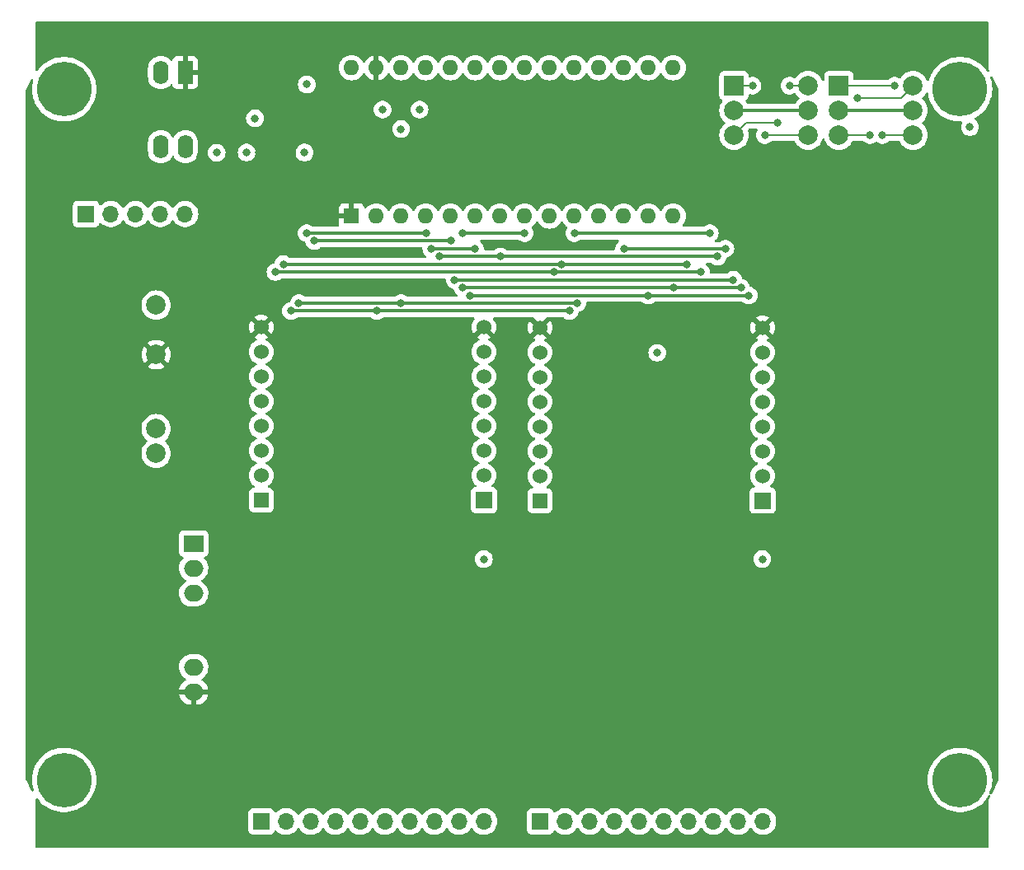
<source format=gbl>
G04 #@! TF.GenerationSoftware,KiCad,Pcbnew,7.0.11*
G04 #@! TF.CreationDate,2024-07-22T16:36:51+02:00*
G04 #@! TF.ProjectId,NOP100,4e4f5031-3030-42e6-9b69-6361645f7063,221101*
G04 #@! TF.SameCoordinates,Original*
G04 #@! TF.FileFunction,Copper,L4,Bot*
G04 #@! TF.FilePolarity,Positive*
%FSLAX46Y46*%
G04 Gerber Fmt 4.6, Leading zero omitted, Abs format (unit mm)*
G04 Created by KiCad (PCBNEW 7.0.11) date 2024-07-22 16:36:51*
%MOMM*%
%LPD*%
G01*
G04 APERTURE LIST*
G04 #@! TA.AperFunction,ComponentPad*
%ADD10C,3.600000*%
G04 #@! TD*
G04 #@! TA.AperFunction,ConnectorPad*
%ADD11C,5.600000*%
G04 #@! TD*
G04 #@! TA.AperFunction,ComponentPad*
%ADD12C,2.000000*%
G04 #@! TD*
G04 #@! TA.AperFunction,ComponentPad*
%ADD13R,2.000000X2.000000*%
G04 #@! TD*
G04 #@! TA.AperFunction,ComponentPad*
%ADD14R,1.600000X1.600000*%
G04 #@! TD*
G04 #@! TA.AperFunction,ComponentPad*
%ADD15O,1.600000X1.600000*%
G04 #@! TD*
G04 #@! TA.AperFunction,ComponentPad*
%ADD16R,1.700000X1.700000*%
G04 #@! TD*
G04 #@! TA.AperFunction,ComponentPad*
%ADD17O,1.700000X1.700000*%
G04 #@! TD*
G04 #@! TA.AperFunction,ComponentPad*
%ADD18R,2.000000X1.700000*%
G04 #@! TD*
G04 #@! TA.AperFunction,ComponentPad*
%ADD19O,2.000000X1.700000*%
G04 #@! TD*
G04 #@! TA.AperFunction,ComponentPad*
%ADD20R,1.600000X2.400000*%
G04 #@! TD*
G04 #@! TA.AperFunction,ComponentPad*
%ADD21O,1.600000X2.400000*%
G04 #@! TD*
G04 #@! TA.AperFunction,ComponentPad*
%ADD22R,1.676400X1.676400*%
G04 #@! TD*
G04 #@! TA.AperFunction,ComponentPad*
%ADD23C,1.524000*%
G04 #@! TD*
G04 #@! TA.AperFunction,ComponentPad*
%ADD24R,1.524000X1.524000*%
G04 #@! TD*
G04 #@! TA.AperFunction,ViaPad*
%ADD25C,0.800000*%
G04 #@! TD*
G04 #@! TA.AperFunction,Conductor*
%ADD26C,0.300000*%
G04 #@! TD*
G04 #@! TA.AperFunction,Conductor*
%ADD27C,0.200000*%
G04 #@! TD*
G04 APERTURE END LIST*
D10*
X46000000Y35500000D03*
D11*
X46000000Y35500000D03*
D10*
X-46000000Y35500000D03*
D11*
X-46000000Y35500000D03*
D10*
X-46000000Y-35500000D03*
D11*
X-46000000Y-35500000D03*
D10*
X46000000Y-35500000D03*
D11*
X46000000Y-35500000D03*
D12*
X22790000Y33310000D03*
X30410000Y33310000D03*
D13*
X22790000Y35850000D03*
D12*
X30410000Y30770000D03*
X22790000Y30770000D03*
X30410000Y35850000D03*
X33560000Y33310000D03*
X41180000Y33310000D03*
D13*
X33560000Y35850000D03*
D12*
X41180000Y30770000D03*
X33560000Y30770000D03*
X41180000Y35850000D03*
X-36550000Y-1940000D03*
X-36550000Y600000D03*
X-36550000Y8220000D03*
X-36550000Y13300000D03*
D14*
X-16480000Y22460000D03*
D15*
X-13940000Y22460000D03*
X-11400000Y22460000D03*
X-8860000Y22460000D03*
X-6320000Y22460000D03*
X-3780000Y22460000D03*
X-1240000Y22460000D03*
X1300000Y22460000D03*
X3840000Y22460000D03*
X6380000Y22460000D03*
X8920000Y22460000D03*
X11460000Y22460000D03*
X14000000Y22460000D03*
X16540000Y22460000D03*
X16540000Y37700000D03*
X14000000Y37700000D03*
X11460000Y37700000D03*
X8920000Y37700000D03*
X6380000Y37700000D03*
X3840000Y37700000D03*
X1300000Y37700000D03*
X-1240000Y37700000D03*
X-3780000Y37700000D03*
X-6320000Y37700000D03*
X-8860000Y37700000D03*
X-11400000Y37700000D03*
X-13940000Y37700000D03*
X-16480000Y37700000D03*
D16*
X-43740000Y22670000D03*
D17*
X-41200000Y22670000D03*
X-38660000Y22670000D03*
X-36120000Y22670000D03*
X-33580000Y22670000D03*
D18*
X-32700000Y-11200000D03*
D19*
X-32700000Y-13740000D03*
X-32700000Y-16320000D03*
X-32700000Y-23900000D03*
X-32700000Y-26440000D03*
D20*
X-33560000Y37200000D03*
D21*
X-36090000Y37200000D03*
X-36090000Y29580000D03*
X-33550000Y29580000D03*
D22*
X25715000Y-6785000D03*
D23*
X25715000Y-4245000D03*
X25715000Y-1705000D03*
X25715000Y835000D03*
X25715000Y3375000D03*
X25715000Y5915000D03*
X25715000Y8455000D03*
X25715000Y10995000D03*
X2855000Y10995000D03*
X2855000Y8455000D03*
X2855000Y5915000D03*
X2855000Y3375000D03*
X2855000Y835000D03*
X2855000Y-1705000D03*
X2855000Y-4245000D03*
D24*
X2855000Y-6785000D03*
D22*
X-2900000Y-6740000D03*
D23*
X-2900000Y-4200000D03*
X-2900000Y-1660000D03*
X-2900000Y880000D03*
X-2900000Y3420000D03*
X-2900000Y5960000D03*
X-2900000Y8500000D03*
X-2900000Y11040000D03*
X-25760000Y11040000D03*
X-25760000Y8500000D03*
X-25760000Y5960000D03*
X-25760000Y3420000D03*
X-25760000Y880000D03*
X-25760000Y-1660000D03*
X-25760000Y-4200000D03*
D24*
X-25760000Y-6740000D03*
D16*
X2900000Y-39760000D03*
D17*
X5440000Y-39760000D03*
X7980000Y-39760000D03*
X10520000Y-39760000D03*
X13060000Y-39760000D03*
X15600000Y-39760000D03*
X18140000Y-39760000D03*
X20680000Y-39760000D03*
X23220000Y-39760000D03*
X25760000Y-39760000D03*
D16*
X-25750000Y-39760000D03*
D17*
X-23210000Y-39760000D03*
X-20670000Y-39760000D03*
X-18130000Y-39760000D03*
X-15590000Y-39760000D03*
X-13050000Y-39760000D03*
X-10510000Y-39760000D03*
X-7970000Y-39760000D03*
X-5430000Y-39760000D03*
X-2890000Y-39760000D03*
D25*
X-42981000Y26700000D03*
X32000000Y40050000D03*
X41840000Y17750000D03*
X4500000Y-3800000D03*
X34200000Y28800000D03*
X40570000Y26979000D03*
X46000000Y40000000D03*
X-46000000Y40000000D03*
X-20500000Y23700000D03*
X27400000Y26400000D03*
X3900000Y19900000D03*
X-25988000Y28976000D03*
X-21314400Y28976000D03*
X-30340000Y28970000D03*
X-27258000Y28976000D03*
X-21081000Y35979000D03*
X25700000Y-12800000D03*
X-2900000Y-12800000D03*
X-26400000Y32500000D03*
X47012500Y31600000D03*
X-9500000Y33400000D03*
X-11400000Y31400000D03*
X14900000Y8400000D03*
X-13300000Y33400000D03*
X-3800000Y19100000D03*
X-8300000Y19100000D03*
X6400000Y20700000D03*
X20300000Y20700000D03*
X24685000Y35850000D03*
X25955000Y30770000D03*
X27225000Y32040000D03*
X28495000Y35850000D03*
X39290000Y35850000D03*
X38020000Y30770000D03*
X36750000Y30770000D03*
X35480000Y34580000D03*
X21900000Y19100000D03*
X11500000Y19100000D03*
X1300000Y20700000D03*
X-5100000Y20700000D03*
X-5900000Y15900000D03*
X22700000Y15900000D03*
X-4300000Y14300000D03*
X24300000Y14300000D03*
X14000000Y14300000D03*
X-5100000Y15100000D03*
X16600000Y15100000D03*
X23500000Y15100000D03*
X19400000Y16700000D03*
X-24300000Y16700000D03*
X4300000Y16700000D03*
X17900000Y17500000D03*
X5100000Y17500000D03*
X-23500000Y17500000D03*
X-21100000Y20700000D03*
X-8800000Y20700000D03*
X-20300000Y19900000D03*
X-6300000Y19900000D03*
X-22700000Y12700000D03*
X-13900000Y12700000D03*
X5900000Y12700000D03*
X-11400000Y13500000D03*
X-21900000Y13500000D03*
X6700000Y13500000D03*
X-7500000Y18300000D03*
X-1200000Y18300000D03*
X21100000Y18300000D03*
D26*
X33560000Y33310000D02*
X41180000Y33310000D01*
X22790000Y33310000D02*
X30410000Y33310000D01*
X-8300000Y19100000D02*
X-3800000Y19100000D01*
X6400000Y20700000D02*
X20300000Y20700000D01*
D27*
X22780000Y35850000D02*
X24685000Y35850000D01*
X30400000Y30770000D02*
X25955000Y30770000D01*
X24050000Y32040000D02*
X22780000Y30770000D01*
X27225000Y32040000D02*
X24050000Y32040000D01*
X30400000Y35850000D02*
X28495000Y35850000D01*
X33175000Y35140000D02*
X33155000Y35160000D01*
X33155000Y35180000D02*
X33135000Y35160000D01*
X33575000Y35850000D02*
X39290000Y35850000D01*
X41195000Y30770000D02*
X38020000Y30770000D01*
X33575000Y30770000D02*
X36750000Y30770000D01*
X39925000Y34580000D02*
X41195000Y35850000D01*
X35480000Y34580000D02*
X39925000Y34580000D01*
D26*
X11500000Y19100000D02*
X21900000Y19100000D01*
X-5100000Y20700000D02*
X1300000Y20700000D01*
X22700000Y15900000D02*
X-5900000Y15900000D01*
X14000000Y14300000D02*
X-4300000Y14300000D01*
X24300000Y14300000D02*
X14000000Y14300000D01*
X16600000Y15100000D02*
X-5100000Y15100000D01*
X16600000Y15100000D02*
X23500000Y15100000D01*
X-24300000Y16700000D02*
X4300000Y16700000D01*
X4300000Y16700000D02*
X19400000Y16700000D01*
X5100000Y17500000D02*
X17900000Y17500000D01*
X5100000Y17500000D02*
X-23500000Y17500000D01*
X-8800000Y20700000D02*
X-21100000Y20700000D01*
D27*
X-6320000Y22460000D02*
X-6340000Y22460000D01*
D26*
X-6300000Y19900000D02*
X-20300000Y19900000D01*
X-13900000Y12700000D02*
X5900000Y12700000D01*
X-22700000Y12700000D02*
X-13900000Y12700000D01*
X6700000Y13500000D02*
X-11400000Y13500000D01*
X-11400000Y13500000D02*
X-21900000Y13500000D01*
X-7500000Y18300000D02*
X-1200000Y18300000D01*
X-1200000Y18300000D02*
X21100000Y18300000D01*
X-1200000Y22420000D02*
X-1240000Y22460000D01*
G04 #@! TA.AperFunction,Conductor*
G36*
X5177865Y21897720D02*
G01*
X5222382Y21846345D01*
X5242476Y21803251D01*
X5318198Y21695111D01*
X5337815Y21667094D01*
X5373806Y21615695D01*
X5535696Y21453805D01*
X5620984Y21394085D01*
X5664608Y21339508D01*
X5671800Y21270009D01*
X5657246Y21230511D01*
X5654476Y21225714D01*
X5565473Y21071556D01*
X5565470Y21071549D01*
X5508442Y20896035D01*
X5506458Y20889928D01*
X5486496Y20700000D01*
X5506458Y20510072D01*
X5506458Y20510069D01*
X5506459Y20510068D01*
X5565470Y20328450D01*
X5565473Y20328443D01*
X5660959Y20163057D01*
X5788745Y20021135D01*
X5943246Y19908883D01*
X6117714Y19831205D01*
X6117713Y19831205D01*
X6304513Y19791500D01*
X6495487Y19791500D01*
X6682285Y19831205D01*
X6682286Y19831205D01*
X6682288Y19831206D01*
X6856752Y19908882D01*
X7006689Y20017818D01*
X7072494Y20041298D01*
X7079574Y20041500D01*
X10868599Y20041500D01*
X10935638Y20021815D01*
X10981393Y19969011D01*
X10991337Y19899853D01*
X10962312Y19836297D01*
X10941487Y19817184D01*
X10888747Y19778866D01*
X10888745Y19778864D01*
X10888134Y19778185D01*
X10760960Y19636944D01*
X10760959Y19636942D01*
X10665473Y19471556D01*
X10665470Y19471549D01*
X10630219Y19363057D01*
X10606458Y19289928D01*
X10586496Y19100000D01*
X10586496Y19099997D01*
X10586973Y19095458D01*
X10574402Y19026728D01*
X10526668Y18975706D01*
X10463652Y18958500D01*
X-520426Y18958500D01*
X-587465Y18978185D01*
X-593296Y18982171D01*
X-743248Y19091118D01*
X-917712Y19168794D01*
X-1104513Y19208500D01*
X-1295487Y19208500D01*
X-1482288Y19168794D01*
X-1656752Y19091118D01*
X-1806689Y18982181D01*
X-1872494Y18958702D01*
X-1879574Y18958500D01*
X-2763652Y18958500D01*
X-2830691Y18978185D01*
X-2876446Y19030989D01*
X-2886973Y19095458D01*
X-2886496Y19099997D01*
X-2886496Y19100000D01*
X-2906458Y19289928D01*
X-2930219Y19363057D01*
X-2965470Y19471549D01*
X-2965473Y19471556D01*
X-3060959Y19636942D01*
X-3060960Y19636944D01*
X-3188134Y19778185D01*
X-3188745Y19778864D01*
X-3188747Y19778866D01*
X-3241485Y19817183D01*
X-3284150Y19872512D01*
X-3290129Y19942125D01*
X-3257523Y20003920D01*
X-3196684Y20038278D01*
X-3168599Y20041500D01*
X620426Y20041500D01*
X687465Y20021815D01*
X693296Y20017828D01*
X760488Y19969011D01*
X843246Y19908883D01*
X1017714Y19831205D01*
X1017713Y19831205D01*
X1204513Y19791500D01*
X1395487Y19791500D01*
X1582285Y19831205D01*
X1582286Y19831205D01*
X1582288Y19831206D01*
X1756752Y19908882D01*
X1911253Y20021134D01*
X2039040Y20163056D01*
X2134527Y20328444D01*
X2193542Y20510072D01*
X2213504Y20700000D01*
X2193542Y20889928D01*
X2134527Y21071556D01*
X2039040Y21236944D01*
X2039039Y21236944D01*
X2036996Y21240484D01*
X2020523Y21308384D01*
X2043376Y21374411D01*
X2073259Y21404058D01*
X2144300Y21453802D01*
X2306193Y21615695D01*
X2306198Y21615700D01*
X2437523Y21803251D01*
X2457618Y21846345D01*
X2503791Y21898784D01*
X2570984Y21917936D01*
X2637865Y21897720D01*
X2682382Y21846345D01*
X2702476Y21803251D01*
X2778198Y21695111D01*
X2797815Y21667094D01*
X2833806Y21615695D01*
X2995695Y21453806D01*
X2995698Y21453803D01*
X2995700Y21453802D01*
X3103692Y21378185D01*
X3183252Y21322476D01*
X3183254Y21322475D01*
X3390750Y21225718D01*
X3390761Y21225714D01*
X3611910Y21166457D01*
X3611918Y21166456D01*
X3839998Y21146502D01*
X3840000Y21146502D01*
X3840002Y21146502D01*
X4068081Y21166456D01*
X4068089Y21166457D01*
X4289238Y21225714D01*
X4289249Y21225718D01*
X4496745Y21322475D01*
X4496747Y21322476D01*
X4496749Y21322477D01*
X4684300Y21453802D01*
X4846198Y21615700D01*
X4977523Y21803251D01*
X4997618Y21846345D01*
X5043791Y21898784D01*
X5110984Y21917936D01*
X5177865Y21897720D01*
G37*
G04 #@! TD.AperFunction*
G04 #@! TA.AperFunction,Conductor*
G36*
X48844501Y42428501D02*
G01*
X48911541Y42408816D01*
X48957295Y42356011D01*
X48968500Y42304501D01*
X48968500Y37520480D01*
X48966361Y37507301D01*
X48968188Y37481595D01*
X48968500Y37472804D01*
X48968500Y37467983D01*
X48968904Y37466267D01*
X48971065Y37461946D01*
X48974710Y37453960D01*
X48983669Y37432333D01*
X48991139Y37362864D01*
X48959867Y37300384D01*
X48899779Y37264730D01*
X48829954Y37267221D01*
X48772560Y37307068D01*
X48766491Y37315268D01*
X48637742Y37505159D01*
X48405484Y37778595D01*
X48145023Y38025317D01*
X47859414Y38242431D01*
X47552005Y38427393D01*
X47226401Y38578033D01*
X46886417Y38692587D01*
X46536042Y38769711D01*
X46179382Y38808500D01*
X45820618Y38808500D01*
X45463958Y38769711D01*
X45113583Y38692587D01*
X44773599Y38578033D01*
X44773588Y38578028D01*
X44448003Y38427397D01*
X44447999Y38427395D01*
X44447995Y38427393D01*
X44140586Y38242431D01*
X43854977Y38025317D01*
X43594516Y37778595D01*
X43594513Y37778592D01*
X43594508Y37778586D01*
X43362264Y37505167D01*
X43362256Y37505157D01*
X43160929Y37208223D01*
X43160928Y37208220D01*
X43160925Y37208215D01*
X43096314Y37086345D01*
X42992881Y36891251D01*
X42992872Y36891233D01*
X42860083Y36557957D01*
X42860082Y36557955D01*
X42819718Y36412575D01*
X42782816Y36353246D01*
X42719696Y36323285D01*
X42650398Y36332206D01*
X42596924Y36377176D01*
X42585677Y36398297D01*
X42531595Y36528863D01*
X42528240Y36536963D01*
X42404176Y36739416D01*
X42249969Y36919969D01*
X42069416Y37074176D01*
X41866963Y37198240D01*
X41866960Y37198241D01*
X41866959Y37198242D01*
X41647596Y37289104D01*
X41647594Y37289105D01*
X41416711Y37344535D01*
X41180000Y37363165D01*
X40943289Y37344535D01*
X40712406Y37289105D01*
X40712404Y37289104D01*
X40712402Y37289104D01*
X40493040Y37198242D01*
X40493037Y37198240D01*
X40326849Y37096399D01*
X40290589Y37074179D01*
X40290586Y37074178D01*
X40249797Y37039340D01*
X40110031Y36919969D01*
X39955824Y36739416D01*
X39919804Y36680637D01*
X39867994Y36633764D01*
X39799064Y36622341D01*
X39752073Y36638045D01*
X39746765Y36641108D01*
X39746752Y36641118D01*
X39572288Y36718794D01*
X39385487Y36758500D01*
X39194513Y36758500D01*
X39007712Y36718794D01*
X38833248Y36641118D01*
X38678747Y36528866D01*
X38678745Y36528864D01*
X38678744Y36528863D01*
X38678741Y36528861D01*
X38652330Y36499528D01*
X38592843Y36462879D01*
X38560180Y36458500D01*
X35192500Y36458500D01*
X35125461Y36478185D01*
X35079706Y36530989D01*
X35068500Y36582500D01*
X35068500Y36898637D01*
X35068499Y36898654D01*
X35062978Y36950000D01*
X35061989Y36959201D01*
X35010889Y37096204D01*
X34923261Y37213261D01*
X34806204Y37300889D01*
X34669201Y37351989D01*
X34636822Y37355470D01*
X34608654Y37358499D01*
X34608638Y37358500D01*
X32511362Y37358500D01*
X32511345Y37358499D01*
X32480270Y37355157D01*
X32450799Y37351989D01*
X32450796Y37351988D01*
X32450795Y37351988D01*
X32390564Y37329522D01*
X32313796Y37300889D01*
X32196739Y37213261D01*
X32147717Y37147775D01*
X32109111Y37096204D01*
X32058011Y36959204D01*
X32058011Y36959202D01*
X32051500Y36898654D01*
X32051500Y36452360D01*
X32031815Y36385321D01*
X31979011Y36339566D01*
X31909853Y36329622D01*
X31846297Y36358647D01*
X31812939Y36404908D01*
X31758242Y36536959D01*
X31758240Y36536962D01*
X31758240Y36536963D01*
X31634176Y36739416D01*
X31479969Y36919969D01*
X31299416Y37074176D01*
X31096963Y37198240D01*
X31096960Y37198241D01*
X31096959Y37198242D01*
X30877596Y37289104D01*
X30877594Y37289105D01*
X30646711Y37344535D01*
X30410000Y37363165D01*
X30173289Y37344535D01*
X29942406Y37289105D01*
X29942404Y37289104D01*
X29942402Y37289104D01*
X29723040Y37198242D01*
X29723037Y37198240D01*
X29556849Y37096399D01*
X29520589Y37074179D01*
X29520586Y37074178D01*
X29479797Y37039340D01*
X29340031Y36919969D01*
X29278388Y36847794D01*
X29185821Y36739413D01*
X29185820Y36739410D01*
X29142122Y36668102D01*
X29090310Y36621227D01*
X29021381Y36609804D01*
X28963509Y36632575D01*
X28951752Y36641118D01*
X28777288Y36718794D01*
X28590487Y36758500D01*
X28399513Y36758500D01*
X28212712Y36718794D01*
X28038248Y36641118D01*
X27883747Y36528866D01*
X27755960Y36386944D01*
X27735063Y36350750D01*
X27660473Y36221556D01*
X27660470Y36221549D01*
X27635031Y36143254D01*
X27601458Y36039928D01*
X27581496Y35850000D01*
X27601458Y35660072D01*
X27601458Y35660069D01*
X27601459Y35660068D01*
X27660470Y35478450D01*
X27660473Y35478443D01*
X27755959Y35313057D01*
X27883745Y35171135D01*
X28038246Y35058883D01*
X28038247Y35058882D01*
X28038248Y35058882D01*
X28098858Y35031897D01*
X28212714Y34981205D01*
X28212713Y34981205D01*
X28399513Y34941500D01*
X28590487Y34941500D01*
X28777285Y34981205D01*
X28777286Y34981205D01*
X28777288Y34981206D01*
X28951752Y35058882D01*
X28951756Y35058884D01*
X28963510Y35067424D01*
X29029317Y35090904D01*
X29097370Y35075078D01*
X29142122Y35031897D01*
X29185822Y34960585D01*
X29340031Y34780031D01*
X29463836Y34674291D01*
X29463838Y34674290D01*
X29502031Y34615783D01*
X29502529Y34545915D01*
X29465176Y34486869D01*
X29463861Y34485730D01*
X29340031Y34379969D01*
X29238076Y34260596D01*
X29185821Y34199413D01*
X29185820Y34199410D01*
X29080601Y34027710D01*
X29028789Y33980835D01*
X28974874Y33968500D01*
X24225126Y33968500D01*
X24158087Y33988185D01*
X24119399Y34027710D01*
X24019262Y34191116D01*
X24014176Y34199416D01*
X24004078Y34211238D01*
X23975506Y34274997D01*
X23985940Y34344083D01*
X24029349Y34393467D01*
X24029104Y34393796D01*
X24030667Y34394966D01*
X24032069Y34396561D01*
X24035475Y34398565D01*
X24093553Y34442042D01*
X24153261Y34486739D01*
X24240889Y34603796D01*
X24291989Y34740799D01*
X24296207Y34780031D01*
X24298499Y34801345D01*
X24298500Y34801362D01*
X24298500Y34850229D01*
X24318185Y34917268D01*
X24370989Y34963023D01*
X24440147Y34972967D01*
X24448280Y34971519D01*
X24589511Y34941500D01*
X24589513Y34941500D01*
X24780487Y34941500D01*
X24967285Y34981205D01*
X24967286Y34981205D01*
X24967288Y34981206D01*
X25141752Y35058882D01*
X25296253Y35171134D01*
X25424040Y35313056D01*
X25519527Y35478444D01*
X25578542Y35660072D01*
X25598504Y35850000D01*
X25578542Y36039928D01*
X25519527Y36221556D01*
X25424040Y36386944D01*
X25296253Y36528866D01*
X25141752Y36641118D01*
X24967288Y36718794D01*
X24780487Y36758500D01*
X24589513Y36758500D01*
X24473291Y36733796D01*
X24448281Y36728480D01*
X24378614Y36733796D01*
X24322880Y36775933D01*
X24298775Y36841513D01*
X24298500Y36849770D01*
X24298500Y36898637D01*
X24298499Y36898654D01*
X24292978Y36950000D01*
X24291989Y36959201D01*
X24240889Y37096204D01*
X24153261Y37213261D01*
X24036204Y37300889D01*
X23899201Y37351989D01*
X23866822Y37355470D01*
X23838654Y37358499D01*
X23838638Y37358500D01*
X21741362Y37358500D01*
X21741345Y37358499D01*
X21710270Y37355157D01*
X21680799Y37351989D01*
X21680796Y37351988D01*
X21680795Y37351988D01*
X21620564Y37329522D01*
X21543796Y37300889D01*
X21426739Y37213261D01*
X21377717Y37147775D01*
X21339111Y37096204D01*
X21288011Y36959204D01*
X21288011Y36959202D01*
X21281500Y36898654D01*
X21281500Y34801345D01*
X21288011Y34740797D01*
X21288011Y34740795D01*
X21339111Y34603795D01*
X21426739Y34486739D01*
X21550896Y34393796D01*
X21549601Y34392066D01*
X21590470Y34351189D01*
X21605316Y34282915D01*
X21580893Y34217453D01*
X21575923Y34211241D01*
X21565826Y34199419D01*
X21565820Y34199410D01*
X21441759Y33996962D01*
X21441757Y33996959D01*
X21350895Y33777597D01*
X21350895Y33777595D01*
X21295465Y33546714D01*
X21276835Y33310000D01*
X21295465Y33073285D01*
X21350895Y32842404D01*
X21350895Y32842402D01*
X21441757Y32623040D01*
X21441759Y32623037D01*
X21565820Y32420589D01*
X21565821Y32420586D01*
X21695465Y32268794D01*
X21720031Y32240031D01*
X21843836Y32134291D01*
X21843838Y32134290D01*
X21882031Y32075783D01*
X21882529Y32005915D01*
X21845176Y31946869D01*
X21843861Y31945730D01*
X21720031Y31839969D01*
X21677292Y31789928D01*
X21565821Y31659413D01*
X21565820Y31659410D01*
X21441759Y31456962D01*
X21441757Y31456959D01*
X21350895Y31237597D01*
X21350895Y31237595D01*
X21295465Y31006714D01*
X21276835Y30770000D01*
X21295465Y30533285D01*
X21350895Y30302404D01*
X21350895Y30302402D01*
X21441757Y30083040D01*
X21441759Y30083037D01*
X21565820Y29880589D01*
X21565821Y29880586D01*
X21720031Y29700031D01*
X21900586Y29545821D01*
X21900589Y29545820D01*
X22103037Y29421759D01*
X22103040Y29421757D01*
X22322403Y29330895D01*
X22553285Y29275465D01*
X22790000Y29256835D01*
X23026714Y29275465D01*
X23257595Y29330895D01*
X23257597Y29330895D01*
X23476959Y29421757D01*
X23476962Y29421759D01*
X23679410Y29545820D01*
X23679413Y29545821D01*
X23800060Y29648864D01*
X23859969Y29700031D01*
X24014176Y29880584D01*
X24014178Y29880586D01*
X24014179Y29880589D01*
X24138240Y30083037D01*
X24138242Y30083040D01*
X24229104Y30302402D01*
X24229104Y30302404D01*
X24229105Y30302406D01*
X24284535Y30533289D01*
X24303165Y30770000D01*
X24284535Y31006711D01*
X24229105Y31237594D01*
X24225384Y31246575D01*
X24217912Y31316042D01*
X24249183Y31378523D01*
X24252262Y31381713D01*
X24265730Y31395181D01*
X24327053Y31428666D01*
X24353411Y31431500D01*
X25073098Y31431500D01*
X25140137Y31411815D01*
X25185892Y31359011D01*
X25195836Y31289853D01*
X25180485Y31245500D01*
X25120473Y31141556D01*
X25120470Y31141549D01*
X25083722Y31028450D01*
X25061458Y30959928D01*
X25041496Y30770000D01*
X25061458Y30580072D01*
X25061458Y30580069D01*
X25061459Y30580068D01*
X25120470Y30398450D01*
X25120473Y30398443D01*
X25215959Y30233057D01*
X25343745Y30091135D01*
X25498246Y29978883D01*
X25672714Y29901205D01*
X25672713Y29901205D01*
X25859513Y29861500D01*
X26050487Y29861500D01*
X26237285Y29901205D01*
X26237286Y29901205D01*
X26237288Y29901206D01*
X26411752Y29978882D01*
X26566253Y30091134D01*
X26566255Y30091136D01*
X26566258Y30091138D01*
X26592670Y30120472D01*
X26652157Y30157121D01*
X26684820Y30161500D01*
X28946405Y30161500D01*
X29013444Y30141815D01*
X29059199Y30089011D01*
X29060966Y30084953D01*
X29061759Y30083036D01*
X29185820Y29880589D01*
X29185821Y29880586D01*
X29340031Y29700031D01*
X29520586Y29545821D01*
X29520589Y29545820D01*
X29723037Y29421759D01*
X29723040Y29421757D01*
X29942403Y29330895D01*
X30173285Y29275465D01*
X30410000Y29256835D01*
X30646714Y29275465D01*
X30877595Y29330895D01*
X30877597Y29330895D01*
X31096959Y29421757D01*
X31096962Y29421759D01*
X31299410Y29545820D01*
X31299413Y29545821D01*
X31420060Y29648864D01*
X31479969Y29700031D01*
X31634176Y29880584D01*
X31634178Y29880586D01*
X31634179Y29880589D01*
X31758240Y30083037D01*
X31758242Y30083040D01*
X31849104Y30302402D01*
X31849104Y30302404D01*
X31849105Y30302406D01*
X31864426Y30366222D01*
X31899217Y30426814D01*
X31961243Y30458978D01*
X32030812Y30452502D01*
X32085836Y30409442D01*
X32105574Y30366222D01*
X32120895Y30302404D01*
X32120895Y30302402D01*
X32211757Y30083040D01*
X32211759Y30083037D01*
X32335820Y29880589D01*
X32335821Y29880586D01*
X32490031Y29700031D01*
X32670586Y29545821D01*
X32670589Y29545820D01*
X32873037Y29421759D01*
X32873040Y29421757D01*
X33092403Y29330895D01*
X33323285Y29275465D01*
X33560000Y29256835D01*
X33796714Y29275465D01*
X34027595Y29330895D01*
X34027597Y29330895D01*
X34246959Y29421757D01*
X34246962Y29421759D01*
X34449410Y29545820D01*
X34449413Y29545821D01*
X34570060Y29648864D01*
X34629969Y29700031D01*
X34784176Y29880584D01*
X34784178Y29880586D01*
X34784179Y29880589D01*
X34908240Y30083036D01*
X34909034Y30084953D01*
X34909531Y30085569D01*
X34910454Y30087381D01*
X34910834Y30087187D01*
X34952875Y30139356D01*
X35019169Y30161421D01*
X35023595Y30161500D01*
X36020180Y30161500D01*
X36087219Y30141815D01*
X36112330Y30120472D01*
X36138741Y30091138D01*
X36138744Y30091136D01*
X36293246Y29978883D01*
X36467714Y29901205D01*
X36467713Y29901205D01*
X36654513Y29861500D01*
X36845487Y29861500D01*
X37032285Y29901205D01*
X37032286Y29901205D01*
X37032288Y29901206D01*
X37206752Y29978882D01*
X37206756Y29978884D01*
X37312115Y30055432D01*
X37377921Y30078912D01*
X37445975Y30063086D01*
X37457885Y30055432D01*
X37563243Y29978884D01*
X37737714Y29901205D01*
X37737713Y29901205D01*
X37924513Y29861500D01*
X38115487Y29861500D01*
X38302285Y29901205D01*
X38302286Y29901205D01*
X38302288Y29901206D01*
X38476752Y29978882D01*
X38631253Y30091134D01*
X38631255Y30091136D01*
X38631258Y30091138D01*
X38657670Y30120472D01*
X38717157Y30157121D01*
X38749820Y30161500D01*
X39716405Y30161500D01*
X39783444Y30141815D01*
X39829199Y30089011D01*
X39830966Y30084953D01*
X39831759Y30083036D01*
X39955820Y29880589D01*
X39955821Y29880586D01*
X40110031Y29700031D01*
X40290586Y29545821D01*
X40290589Y29545820D01*
X40493037Y29421759D01*
X40493040Y29421757D01*
X40712403Y29330895D01*
X40943285Y29275465D01*
X41180000Y29256835D01*
X41416714Y29275465D01*
X41647595Y29330895D01*
X41647597Y29330895D01*
X41866959Y29421757D01*
X41866962Y29421759D01*
X42069410Y29545820D01*
X42069413Y29545821D01*
X42190060Y29648864D01*
X42249969Y29700031D01*
X42404176Y29880584D01*
X42404178Y29880586D01*
X42404179Y29880589D01*
X42528240Y30083037D01*
X42528242Y30083040D01*
X42619104Y30302402D01*
X42619104Y30302404D01*
X42619105Y30302406D01*
X42674535Y30533289D01*
X42693165Y30770000D01*
X42674535Y31006711D01*
X42619105Y31237594D01*
X42595949Y31293498D01*
X42528242Y31456959D01*
X42528240Y31456962D01*
X42528240Y31456963D01*
X42404176Y31659416D01*
X42249969Y31839969D01*
X42126160Y31945711D01*
X42087968Y32004216D01*
X42087469Y32074084D01*
X42124823Y32133131D01*
X42126057Y32134200D01*
X42249969Y32240031D01*
X42394946Y32409777D01*
X42404178Y32420586D01*
X42404179Y32420589D01*
X42405024Y32421967D01*
X42528240Y32623037D01*
X42528242Y32623040D01*
X42619104Y32842402D01*
X42619104Y32842404D01*
X42619105Y32842406D01*
X42674535Y33073289D01*
X42693165Y33310000D01*
X42674535Y33546711D01*
X42619105Y33777594D01*
X42613231Y33791776D01*
X42528242Y33996959D01*
X42528240Y33996962D01*
X42528240Y33996963D01*
X42404176Y34199416D01*
X42249969Y34379969D01*
X42126160Y34485711D01*
X42087968Y34544216D01*
X42087469Y34614084D01*
X42124823Y34673131D01*
X42126057Y34674200D01*
X42249969Y34780031D01*
X42404176Y34960584D01*
X42404177Y34960585D01*
X42404178Y34960586D01*
X42404179Y34960589D01*
X42491614Y35103268D01*
X42543426Y35150143D01*
X42612355Y35161566D01*
X42676518Y35133908D01*
X42715543Y35075953D01*
X42719707Y35058539D01*
X42764102Y34787738D01*
X42764107Y34787717D01*
X42860082Y34442044D01*
X42860083Y34442042D01*
X42992872Y34108766D01*
X42992881Y34108748D01*
X43160928Y33791779D01*
X43160929Y33791776D01*
X43362256Y33494842D01*
X43362264Y33494832D01*
X43594508Y33221413D01*
X43594513Y33221407D01*
X43854977Y32974683D01*
X43854986Y32974675D01*
X44028987Y32842404D01*
X44140586Y32757569D01*
X44140588Y32757568D01*
X44447999Y32572604D01*
X44448003Y32572602D01*
X44773588Y32421971D01*
X44773596Y32421968D01*
X44773599Y32421967D01*
X44777698Y32420586D01*
X45113583Y32307412D01*
X45463959Y32230288D01*
X45820616Y32191500D01*
X46090184Y32191500D01*
X46157223Y32171815D01*
X46202978Y32119011D01*
X46212922Y32049853D01*
X46197571Y32005501D01*
X46191033Y31994176D01*
X46177973Y31971556D01*
X46177970Y31971549D01*
X46120942Y31796035D01*
X46118958Y31789928D01*
X46098996Y31600000D01*
X46118958Y31410072D01*
X46118958Y31410069D01*
X46118959Y31410068D01*
X46177970Y31228450D01*
X46177973Y31228443D01*
X46273459Y31063057D01*
X46401245Y30921135D01*
X46555746Y30808883D01*
X46730214Y30731205D01*
X46730213Y30731205D01*
X46917013Y30691500D01*
X47107987Y30691500D01*
X47294785Y30731205D01*
X47294786Y30731205D01*
X47294788Y30731206D01*
X47469252Y30808882D01*
X47623753Y30921134D01*
X47751540Y31063056D01*
X47847027Y31228444D01*
X47906042Y31410072D01*
X47926004Y31600000D01*
X47906042Y31789928D01*
X47847027Y31971556D01*
X47751540Y32136944D01*
X47623753Y32278866D01*
X47519724Y32354447D01*
X47477059Y32409777D01*
X47471080Y32479390D01*
X47503686Y32541185D01*
X47540544Y32567304D01*
X47551996Y32572602D01*
X47552000Y32572604D01*
X47668364Y32642618D01*
X47859414Y32757569D01*
X48111819Y32949442D01*
X48145013Y32974675D01*
X48145016Y32974677D01*
X48145023Y32974683D01*
X48405484Y33221405D01*
X48557184Y33400000D01*
X48637735Y33494832D01*
X48637743Y33494842D01*
X48839070Y33791776D01*
X48839071Y33791779D01*
X48839075Y33791785D01*
X49007123Y34108757D01*
X49047957Y34211241D01*
X49139916Y34442042D01*
X49139917Y34442044D01*
X49204400Y34674291D01*
X49235895Y34787726D01*
X49293936Y35141763D01*
X49313359Y35500000D01*
X49293936Y35858237D01*
X49235895Y36212274D01*
X49156139Y36499528D01*
X49139917Y36557955D01*
X49139916Y36557957D01*
X49139915Y36557961D01*
X49114943Y36620634D01*
X49108415Y36690195D01*
X49140532Y36752246D01*
X49201098Y36787082D01*
X49270883Y36783644D01*
X49327731Y36743023D01*
X49341045Y36721985D01*
X49955409Y35493259D01*
X49968500Y35437804D01*
X49968500Y-35479804D01*
X49955409Y-35535259D01*
X49258663Y-36928750D01*
X49211076Y-36979908D01*
X49143384Y-36997218D01*
X49077080Y-36975183D01*
X49033214Y-36920799D01*
X49025714Y-36851333D01*
X49032561Y-36827398D01*
X49139915Y-36557961D01*
X49235895Y-36212274D01*
X49293936Y-35858237D01*
X49313359Y-35500000D01*
X49293936Y-35141763D01*
X49235895Y-34787726D01*
X49192673Y-34632057D01*
X49139917Y-34442044D01*
X49139916Y-34442042D01*
X49007127Y-34108766D01*
X49007118Y-34108748D01*
X48839075Y-33791785D01*
X48839071Y-33791779D01*
X48839070Y-33791776D01*
X48637743Y-33494842D01*
X48637735Y-33494832D01*
X48405491Y-33221413D01*
X48405486Y-33221407D01*
X48405484Y-33221405D01*
X48145023Y-32974683D01*
X48145016Y-32974677D01*
X48145013Y-32974675D01*
X48077266Y-32923175D01*
X47859414Y-32757569D01*
X47552005Y-32572607D01*
X47552004Y-32572606D01*
X47552000Y-32572604D01*
X47551996Y-32572602D01*
X47226411Y-32421971D01*
X47226406Y-32421969D01*
X47226401Y-32421967D01*
X47060678Y-32366128D01*
X46886416Y-32307412D01*
X46536040Y-32230288D01*
X46179383Y-32191500D01*
X46179382Y-32191500D01*
X45820618Y-32191500D01*
X45820616Y-32191500D01*
X45463959Y-32230288D01*
X45113583Y-32307412D01*
X44850768Y-32395965D01*
X44773599Y-32421967D01*
X44773596Y-32421968D01*
X44773588Y-32421971D01*
X44448003Y-32572602D01*
X44447999Y-32572604D01*
X44219061Y-32710351D01*
X44140586Y-32757569D01*
X44052060Y-32824864D01*
X43854986Y-32974675D01*
X43854977Y-32974683D01*
X43594513Y-33221407D01*
X43594508Y-33221413D01*
X43362264Y-33494832D01*
X43362256Y-33494842D01*
X43160929Y-33791776D01*
X43160928Y-33791779D01*
X42992881Y-34108748D01*
X42992872Y-34108766D01*
X42860083Y-34442042D01*
X42860082Y-34442044D01*
X42764107Y-34787717D01*
X42764106Y-34787720D01*
X42706063Y-35141765D01*
X42686641Y-35499997D01*
X42686641Y-35500002D01*
X42706063Y-35858234D01*
X42764106Y-36212279D01*
X42764107Y-36212282D01*
X42860082Y-36557955D01*
X42860083Y-36557957D01*
X42992872Y-36891233D01*
X42992881Y-36891251D01*
X43160928Y-37208220D01*
X43160929Y-37208223D01*
X43362256Y-37505157D01*
X43362264Y-37505167D01*
X43594508Y-37778586D01*
X43594516Y-37778595D01*
X43854977Y-38025317D01*
X44140586Y-38242431D01*
X44447995Y-38427393D01*
X44447997Y-38427394D01*
X44447999Y-38427395D01*
X44448003Y-38427397D01*
X44705958Y-38546739D01*
X44773599Y-38578033D01*
X45113583Y-38692587D01*
X45463958Y-38769711D01*
X45820618Y-38808500D01*
X45820624Y-38808500D01*
X46179376Y-38808500D01*
X46179382Y-38808500D01*
X46536042Y-38769711D01*
X46886417Y-38692587D01*
X47226401Y-38578033D01*
X47552005Y-38427393D01*
X47859414Y-38242431D01*
X48145023Y-38025317D01*
X48405484Y-37778595D01*
X48637742Y-37505159D01*
X48839075Y-37208215D01*
X48885173Y-37121264D01*
X48933963Y-37071258D01*
X49002048Y-37055566D01*
X49067808Y-37079175D01*
X49110365Y-37134589D01*
X49116208Y-37204214D01*
X49105635Y-37234804D01*
X48992375Y-37461325D01*
X48984572Y-37472152D01*
X48974708Y-37495963D01*
X48971065Y-37503946D01*
X48968904Y-37508267D01*
X48968500Y-37509983D01*
X48968500Y-37514804D01*
X48968188Y-37523595D01*
X48966361Y-37549301D01*
X48968500Y-37562480D01*
X48968500Y-42346500D01*
X48948815Y-42413539D01*
X48896011Y-42459294D01*
X48844500Y-42470500D01*
X-48806500Y-42470500D01*
X-48873539Y-42450815D01*
X-48919294Y-42398011D01*
X-48930500Y-42346500D01*
X-48930500Y-40658637D01*
X-27108500Y-40658637D01*
X-27108499Y-40658654D01*
X-27107344Y-40669391D01*
X-27101989Y-40719201D01*
X-27050889Y-40856204D01*
X-26963261Y-40973261D01*
X-26846204Y-41060889D01*
X-26709201Y-41111989D01*
X-26677623Y-41115383D01*
X-26648654Y-41118499D01*
X-26648638Y-41118500D01*
X-24851362Y-41118500D01*
X-24851345Y-41118499D01*
X-24820270Y-41115157D01*
X-24790799Y-41111989D01*
X-24790796Y-41111988D01*
X-24790795Y-41111988D01*
X-24708903Y-41081443D01*
X-24653796Y-41060889D01*
X-24536739Y-40973261D01*
X-24449111Y-40856204D01*
X-24403861Y-40734888D01*
X-24361989Y-40678955D01*
X-24296525Y-40654539D01*
X-24228252Y-40669392D01*
X-24196454Y-40694237D01*
X-24133240Y-40762906D01*
X-23955576Y-40901189D01*
X-23757574Y-41008342D01*
X-23544635Y-41081444D01*
X-23322569Y-41118500D01*
X-23097431Y-41118500D01*
X-22875365Y-41081444D01*
X-22662426Y-41008342D01*
X-22591135Y-40969761D01*
X-22464427Y-40901191D01*
X-22464425Y-40901189D01*
X-22464424Y-40901189D01*
X-22286760Y-40762906D01*
X-22260967Y-40734888D01*
X-22134284Y-40597276D01*
X-22134283Y-40597273D01*
X-22134278Y-40597268D01*
X-22043806Y-40458790D01*
X-21990662Y-40413437D01*
X-21921431Y-40404013D01*
X-21858095Y-40433515D01*
X-21836195Y-40458787D01*
X-21745722Y-40597268D01*
X-21593240Y-40762906D01*
X-21415576Y-40901189D01*
X-21217574Y-41008342D01*
X-21004635Y-41081444D01*
X-20782569Y-41118500D01*
X-20557431Y-41118500D01*
X-20335365Y-41081444D01*
X-20122426Y-41008342D01*
X-20051135Y-40969761D01*
X-19924427Y-40901191D01*
X-19924425Y-40901189D01*
X-19924424Y-40901189D01*
X-19746760Y-40762906D01*
X-19720967Y-40734888D01*
X-19594284Y-40597276D01*
X-19594283Y-40597273D01*
X-19594278Y-40597268D01*
X-19503806Y-40458790D01*
X-19450662Y-40413437D01*
X-19381431Y-40404013D01*
X-19318095Y-40433515D01*
X-19296195Y-40458787D01*
X-19205722Y-40597268D01*
X-19053240Y-40762906D01*
X-18875576Y-40901189D01*
X-18677574Y-41008342D01*
X-18464635Y-41081444D01*
X-18242569Y-41118500D01*
X-18017431Y-41118500D01*
X-17795365Y-41081444D01*
X-17582426Y-41008342D01*
X-17511135Y-40969761D01*
X-17384427Y-40901191D01*
X-17384425Y-40901189D01*
X-17384424Y-40901189D01*
X-17206760Y-40762906D01*
X-17180967Y-40734888D01*
X-17054284Y-40597276D01*
X-17054283Y-40597273D01*
X-17054278Y-40597268D01*
X-16963806Y-40458790D01*
X-16910662Y-40413437D01*
X-16841431Y-40404013D01*
X-16778095Y-40433515D01*
X-16756195Y-40458787D01*
X-16665722Y-40597268D01*
X-16513240Y-40762906D01*
X-16335576Y-40901189D01*
X-16137574Y-41008342D01*
X-15924635Y-41081444D01*
X-15702569Y-41118500D01*
X-15477431Y-41118500D01*
X-15255365Y-41081444D01*
X-15042426Y-41008342D01*
X-14971135Y-40969761D01*
X-14844427Y-40901191D01*
X-14844425Y-40901189D01*
X-14844424Y-40901189D01*
X-14666760Y-40762906D01*
X-14640967Y-40734888D01*
X-14514284Y-40597276D01*
X-14514283Y-40597273D01*
X-14514278Y-40597268D01*
X-14423806Y-40458790D01*
X-14370662Y-40413437D01*
X-14301431Y-40404013D01*
X-14238095Y-40433515D01*
X-14216195Y-40458787D01*
X-14125722Y-40597268D01*
X-13973240Y-40762906D01*
X-13795576Y-40901189D01*
X-13597574Y-41008342D01*
X-13384635Y-41081444D01*
X-13162569Y-41118500D01*
X-12937431Y-41118500D01*
X-12715365Y-41081444D01*
X-12502426Y-41008342D01*
X-12431135Y-40969761D01*
X-12304427Y-40901191D01*
X-12304425Y-40901189D01*
X-12304424Y-40901189D01*
X-12126760Y-40762906D01*
X-12100967Y-40734888D01*
X-11974284Y-40597276D01*
X-11974283Y-40597273D01*
X-11974278Y-40597268D01*
X-11883806Y-40458790D01*
X-11830662Y-40413437D01*
X-11761431Y-40404013D01*
X-11698095Y-40433515D01*
X-11676195Y-40458787D01*
X-11585722Y-40597268D01*
X-11433240Y-40762906D01*
X-11255576Y-40901189D01*
X-11057574Y-41008342D01*
X-10844635Y-41081444D01*
X-10622569Y-41118500D01*
X-10397431Y-41118500D01*
X-10175365Y-41081444D01*
X-9962426Y-41008342D01*
X-9891135Y-40969761D01*
X-9764427Y-40901191D01*
X-9764425Y-40901189D01*
X-9764424Y-40901189D01*
X-9586760Y-40762906D01*
X-9560967Y-40734888D01*
X-9434284Y-40597276D01*
X-9434283Y-40597273D01*
X-9434278Y-40597268D01*
X-9343806Y-40458790D01*
X-9290662Y-40413437D01*
X-9221431Y-40404013D01*
X-9158095Y-40433515D01*
X-9136195Y-40458787D01*
X-9045722Y-40597268D01*
X-8893240Y-40762906D01*
X-8715576Y-40901189D01*
X-8517574Y-41008342D01*
X-8304635Y-41081444D01*
X-8082569Y-41118500D01*
X-7857431Y-41118500D01*
X-7635365Y-41081444D01*
X-7422426Y-41008342D01*
X-7351135Y-40969761D01*
X-7224427Y-40901191D01*
X-7224425Y-40901189D01*
X-7224424Y-40901189D01*
X-7046760Y-40762906D01*
X-7020967Y-40734888D01*
X-6894284Y-40597276D01*
X-6894283Y-40597273D01*
X-6894278Y-40597268D01*
X-6803806Y-40458790D01*
X-6750662Y-40413437D01*
X-6681431Y-40404013D01*
X-6618095Y-40433515D01*
X-6596195Y-40458787D01*
X-6505722Y-40597268D01*
X-6353240Y-40762906D01*
X-6175576Y-40901189D01*
X-5977574Y-41008342D01*
X-5764635Y-41081444D01*
X-5542569Y-41118500D01*
X-5317431Y-41118500D01*
X-5095365Y-41081444D01*
X-4882426Y-41008342D01*
X-4811135Y-40969761D01*
X-4684427Y-40901191D01*
X-4684425Y-40901189D01*
X-4684424Y-40901189D01*
X-4506760Y-40762906D01*
X-4480967Y-40734888D01*
X-4354284Y-40597276D01*
X-4354283Y-40597273D01*
X-4354278Y-40597268D01*
X-4263806Y-40458790D01*
X-4210662Y-40413437D01*
X-4141431Y-40404013D01*
X-4078095Y-40433515D01*
X-4056195Y-40458787D01*
X-3965722Y-40597268D01*
X-3813240Y-40762906D01*
X-3635576Y-40901189D01*
X-3437574Y-41008342D01*
X-3224635Y-41081444D01*
X-3002569Y-41118500D01*
X-2777431Y-41118500D01*
X-2555365Y-41081444D01*
X-2342426Y-41008342D01*
X-2271135Y-40969761D01*
X-2144427Y-40901191D01*
X-2144425Y-40901189D01*
X-2144424Y-40901189D01*
X-1966760Y-40762906D01*
X-1940967Y-40734888D01*
X-1870787Y-40658654D01*
X1541500Y-40658654D01*
X1548011Y-40719202D01*
X1548011Y-40719204D01*
X1599111Y-40856204D01*
X1686739Y-40973261D01*
X1803796Y-41060889D01*
X1940799Y-41111989D01*
X1968050Y-41114918D01*
X2001345Y-41118499D01*
X2001362Y-41118500D01*
X3798638Y-41118500D01*
X3798654Y-41118499D01*
X3825692Y-41115591D01*
X3859201Y-41111989D01*
X3996204Y-41060889D01*
X4113261Y-40973261D01*
X4200889Y-40856204D01*
X4246138Y-40734887D01*
X4288009Y-40678956D01*
X4353474Y-40654539D01*
X4421746Y-40669391D01*
X4453545Y-40694236D01*
X4516760Y-40762906D01*
X4694424Y-40901189D01*
X4694425Y-40901189D01*
X4694427Y-40901191D01*
X4821135Y-40969761D01*
X4892426Y-41008342D01*
X5105365Y-41081444D01*
X5327431Y-41118500D01*
X5552569Y-41118500D01*
X5774635Y-41081444D01*
X5987574Y-41008342D01*
X6185576Y-40901189D01*
X6363240Y-40762906D01*
X6515722Y-40597268D01*
X6606193Y-40458790D01*
X6659338Y-40413437D01*
X6728569Y-40404013D01*
X6791905Y-40433515D01*
X6813804Y-40458787D01*
X6904278Y-40597268D01*
X6904283Y-40597273D01*
X6904284Y-40597276D01*
X7030967Y-40734888D01*
X7056760Y-40762906D01*
X7234424Y-40901189D01*
X7234425Y-40901189D01*
X7234427Y-40901191D01*
X7361135Y-40969761D01*
X7432426Y-41008342D01*
X7645365Y-41081444D01*
X7867431Y-41118500D01*
X8092569Y-41118500D01*
X8314635Y-41081444D01*
X8527574Y-41008342D01*
X8725576Y-40901189D01*
X8903240Y-40762906D01*
X9055722Y-40597268D01*
X9146193Y-40458790D01*
X9199338Y-40413437D01*
X9268569Y-40404013D01*
X9331905Y-40433515D01*
X9353804Y-40458787D01*
X9444278Y-40597268D01*
X9444283Y-40597273D01*
X9444284Y-40597276D01*
X9570967Y-40734888D01*
X9596760Y-40762906D01*
X9774424Y-40901189D01*
X9774425Y-40901189D01*
X9774427Y-40901191D01*
X9901135Y-40969761D01*
X9972426Y-41008342D01*
X10185365Y-41081444D01*
X10407431Y-41118500D01*
X10632569Y-41118500D01*
X10854635Y-41081444D01*
X11067574Y-41008342D01*
X11265576Y-40901189D01*
X11443240Y-40762906D01*
X11595722Y-40597268D01*
X11686193Y-40458790D01*
X11739338Y-40413437D01*
X11808569Y-40404013D01*
X11871905Y-40433515D01*
X11893804Y-40458787D01*
X11984278Y-40597268D01*
X11984283Y-40597273D01*
X11984284Y-40597276D01*
X12110967Y-40734888D01*
X12136760Y-40762906D01*
X12314424Y-40901189D01*
X12314425Y-40901189D01*
X12314427Y-40901191D01*
X12441135Y-40969761D01*
X12512426Y-41008342D01*
X12725365Y-41081444D01*
X12947431Y-41118500D01*
X13172569Y-41118500D01*
X13394635Y-41081444D01*
X13607574Y-41008342D01*
X13805576Y-40901189D01*
X13983240Y-40762906D01*
X14135722Y-40597268D01*
X14226193Y-40458790D01*
X14279338Y-40413437D01*
X14348569Y-40404013D01*
X14411905Y-40433515D01*
X14433804Y-40458787D01*
X14524278Y-40597268D01*
X14524283Y-40597273D01*
X14524284Y-40597276D01*
X14650967Y-40734888D01*
X14676760Y-40762906D01*
X14854424Y-40901189D01*
X14854425Y-40901189D01*
X14854427Y-40901191D01*
X14981135Y-40969761D01*
X15052426Y-41008342D01*
X15265365Y-41081444D01*
X15487431Y-41118500D01*
X15712569Y-41118500D01*
X15934635Y-41081444D01*
X16147574Y-41008342D01*
X16345576Y-40901189D01*
X16523240Y-40762906D01*
X16675722Y-40597268D01*
X16766193Y-40458790D01*
X16819338Y-40413437D01*
X16888569Y-40404013D01*
X16951905Y-40433515D01*
X16973804Y-40458787D01*
X17064278Y-40597268D01*
X17064283Y-40597273D01*
X17064284Y-40597276D01*
X17190967Y-40734888D01*
X17216760Y-40762906D01*
X17394424Y-40901189D01*
X17394425Y-40901189D01*
X17394427Y-40901191D01*
X17521135Y-40969761D01*
X17592426Y-41008342D01*
X17805365Y-41081444D01*
X18027431Y-41118500D01*
X18252569Y-41118500D01*
X18474635Y-41081444D01*
X18687574Y-41008342D01*
X18885576Y-40901189D01*
X19063240Y-40762906D01*
X19215722Y-40597268D01*
X19306193Y-40458790D01*
X19359338Y-40413437D01*
X19428569Y-40404013D01*
X19491905Y-40433515D01*
X19513804Y-40458787D01*
X19604278Y-40597268D01*
X19604283Y-40597273D01*
X19604284Y-40597276D01*
X19730967Y-40734888D01*
X19756760Y-40762906D01*
X19934424Y-40901189D01*
X19934425Y-40901189D01*
X19934427Y-40901191D01*
X20061135Y-40969761D01*
X20132426Y-41008342D01*
X20345365Y-41081444D01*
X20567431Y-41118500D01*
X20792569Y-41118500D01*
X21014635Y-41081444D01*
X21227574Y-41008342D01*
X21425576Y-40901189D01*
X21603240Y-40762906D01*
X21755722Y-40597268D01*
X21846193Y-40458790D01*
X21899338Y-40413437D01*
X21968569Y-40404013D01*
X22031905Y-40433515D01*
X22053804Y-40458787D01*
X22144278Y-40597268D01*
X22144283Y-40597273D01*
X22144284Y-40597276D01*
X22270967Y-40734888D01*
X22296760Y-40762906D01*
X22474424Y-40901189D01*
X22474425Y-40901189D01*
X22474427Y-40901191D01*
X22601135Y-40969761D01*
X22672426Y-41008342D01*
X22885365Y-41081444D01*
X23107431Y-41118500D01*
X23332569Y-41118500D01*
X23554635Y-41081444D01*
X23767574Y-41008342D01*
X23965576Y-40901189D01*
X24143240Y-40762906D01*
X24295722Y-40597268D01*
X24386193Y-40458790D01*
X24439338Y-40413437D01*
X24508569Y-40404013D01*
X24571905Y-40433515D01*
X24593804Y-40458787D01*
X24684278Y-40597268D01*
X24684283Y-40597273D01*
X24684284Y-40597276D01*
X24810967Y-40734888D01*
X24836760Y-40762906D01*
X25014424Y-40901189D01*
X25014425Y-40901189D01*
X25014427Y-40901191D01*
X25141135Y-40969761D01*
X25212426Y-41008342D01*
X25425365Y-41081444D01*
X25647431Y-41118500D01*
X25872569Y-41118500D01*
X26094635Y-41081444D01*
X26307574Y-41008342D01*
X26505576Y-40901189D01*
X26683240Y-40762906D01*
X26835722Y-40597268D01*
X26958860Y-40408791D01*
X27049296Y-40202616D01*
X27104564Y-39984368D01*
X27123156Y-39760000D01*
X27104564Y-39535632D01*
X27049296Y-39317384D01*
X26958860Y-39111209D01*
X26942706Y-39086484D01*
X26835723Y-38922734D01*
X26835715Y-38922723D01*
X26683243Y-38757097D01*
X26683238Y-38757092D01*
X26505577Y-38618812D01*
X26505572Y-38618808D01*
X26307580Y-38511661D01*
X26307577Y-38511659D01*
X26307574Y-38511658D01*
X26307571Y-38511657D01*
X26307569Y-38511656D01*
X26094637Y-38438556D01*
X25872569Y-38401500D01*
X25647431Y-38401500D01*
X25425362Y-38438556D01*
X25212430Y-38511656D01*
X25212419Y-38511661D01*
X25014427Y-38618808D01*
X25014422Y-38618812D01*
X24836761Y-38757092D01*
X24836756Y-38757097D01*
X24684284Y-38922723D01*
X24684276Y-38922734D01*
X24593808Y-39061206D01*
X24540662Y-39106562D01*
X24471431Y-39115986D01*
X24408095Y-39086484D01*
X24386192Y-39061206D01*
X24295723Y-38922734D01*
X24295715Y-38922723D01*
X24143243Y-38757097D01*
X24143238Y-38757092D01*
X23965577Y-38618812D01*
X23965572Y-38618808D01*
X23767580Y-38511661D01*
X23767577Y-38511659D01*
X23767574Y-38511658D01*
X23767571Y-38511657D01*
X23767569Y-38511656D01*
X23554637Y-38438556D01*
X23332569Y-38401500D01*
X23107431Y-38401500D01*
X22885362Y-38438556D01*
X22672430Y-38511656D01*
X22672419Y-38511661D01*
X22474427Y-38618808D01*
X22474422Y-38618812D01*
X22296761Y-38757092D01*
X22296756Y-38757097D01*
X22144284Y-38922723D01*
X22144276Y-38922734D01*
X22053808Y-39061206D01*
X22000662Y-39106562D01*
X21931431Y-39115986D01*
X21868095Y-39086484D01*
X21846192Y-39061206D01*
X21755723Y-38922734D01*
X21755715Y-38922723D01*
X21603243Y-38757097D01*
X21603238Y-38757092D01*
X21425577Y-38618812D01*
X21425572Y-38618808D01*
X21227580Y-38511661D01*
X21227577Y-38511659D01*
X21227574Y-38511658D01*
X21227571Y-38511657D01*
X21227569Y-38511656D01*
X21014637Y-38438556D01*
X20792569Y-38401500D01*
X20567431Y-38401500D01*
X20345362Y-38438556D01*
X20132430Y-38511656D01*
X20132419Y-38511661D01*
X19934427Y-38618808D01*
X19934422Y-38618812D01*
X19756761Y-38757092D01*
X19756756Y-38757097D01*
X19604284Y-38922723D01*
X19604276Y-38922734D01*
X19513808Y-39061206D01*
X19460662Y-39106562D01*
X19391431Y-39115986D01*
X19328095Y-39086484D01*
X19306192Y-39061206D01*
X19215723Y-38922734D01*
X19215715Y-38922723D01*
X19063243Y-38757097D01*
X19063238Y-38757092D01*
X18885577Y-38618812D01*
X18885572Y-38618808D01*
X18687580Y-38511661D01*
X18687577Y-38511659D01*
X18687574Y-38511658D01*
X18687571Y-38511657D01*
X18687569Y-38511656D01*
X18474637Y-38438556D01*
X18252569Y-38401500D01*
X18027431Y-38401500D01*
X17805362Y-38438556D01*
X17592430Y-38511656D01*
X17592419Y-38511661D01*
X17394427Y-38618808D01*
X17394422Y-38618812D01*
X17216761Y-38757092D01*
X17216756Y-38757097D01*
X17064284Y-38922723D01*
X17064276Y-38922734D01*
X16973808Y-39061206D01*
X16920662Y-39106562D01*
X16851431Y-39115986D01*
X16788095Y-39086484D01*
X16766192Y-39061206D01*
X16675723Y-38922734D01*
X16675715Y-38922723D01*
X16523243Y-38757097D01*
X16523238Y-38757092D01*
X16345577Y-38618812D01*
X16345572Y-38618808D01*
X16147580Y-38511661D01*
X16147577Y-38511659D01*
X16147574Y-38511658D01*
X16147571Y-38511657D01*
X16147569Y-38511656D01*
X15934637Y-38438556D01*
X15712569Y-38401500D01*
X15487431Y-38401500D01*
X15265362Y-38438556D01*
X15052430Y-38511656D01*
X15052419Y-38511661D01*
X14854427Y-38618808D01*
X14854422Y-38618812D01*
X14676761Y-38757092D01*
X14676756Y-38757097D01*
X14524284Y-38922723D01*
X14524276Y-38922734D01*
X14433808Y-39061206D01*
X14380662Y-39106562D01*
X14311431Y-39115986D01*
X14248095Y-39086484D01*
X14226192Y-39061206D01*
X14135723Y-38922734D01*
X14135715Y-38922723D01*
X13983243Y-38757097D01*
X13983238Y-38757092D01*
X13805577Y-38618812D01*
X13805572Y-38618808D01*
X13607580Y-38511661D01*
X13607577Y-38511659D01*
X13607574Y-38511658D01*
X13607571Y-38511657D01*
X13607569Y-38511656D01*
X13394637Y-38438556D01*
X13172569Y-38401500D01*
X12947431Y-38401500D01*
X12725362Y-38438556D01*
X12512430Y-38511656D01*
X12512419Y-38511661D01*
X12314427Y-38618808D01*
X12314422Y-38618812D01*
X12136761Y-38757092D01*
X12136756Y-38757097D01*
X11984284Y-38922723D01*
X11984276Y-38922734D01*
X11893808Y-39061206D01*
X11840662Y-39106562D01*
X11771431Y-39115986D01*
X11708095Y-39086484D01*
X11686192Y-39061206D01*
X11595723Y-38922734D01*
X11595715Y-38922723D01*
X11443243Y-38757097D01*
X11443238Y-38757092D01*
X11265577Y-38618812D01*
X11265572Y-38618808D01*
X11067580Y-38511661D01*
X11067577Y-38511659D01*
X11067574Y-38511658D01*
X11067571Y-38511657D01*
X11067569Y-38511656D01*
X10854637Y-38438556D01*
X10632569Y-38401500D01*
X10407431Y-38401500D01*
X10185362Y-38438556D01*
X9972430Y-38511656D01*
X9972419Y-38511661D01*
X9774427Y-38618808D01*
X9774422Y-38618812D01*
X9596761Y-38757092D01*
X9596756Y-38757097D01*
X9444284Y-38922723D01*
X9444276Y-38922734D01*
X9353808Y-39061206D01*
X9300662Y-39106562D01*
X9231431Y-39115986D01*
X9168095Y-39086484D01*
X9146192Y-39061206D01*
X9055723Y-38922734D01*
X9055715Y-38922723D01*
X8903243Y-38757097D01*
X8903238Y-38757092D01*
X8725577Y-38618812D01*
X8725572Y-38618808D01*
X8527580Y-38511661D01*
X8527577Y-38511659D01*
X8527574Y-38511658D01*
X8527571Y-38511657D01*
X8527569Y-38511656D01*
X8314637Y-38438556D01*
X8092569Y-38401500D01*
X7867431Y-38401500D01*
X7645362Y-38438556D01*
X7432430Y-38511656D01*
X7432419Y-38511661D01*
X7234427Y-38618808D01*
X7234422Y-38618812D01*
X7056761Y-38757092D01*
X7056756Y-38757097D01*
X6904284Y-38922723D01*
X6904276Y-38922734D01*
X6813808Y-39061206D01*
X6760662Y-39106562D01*
X6691431Y-39115986D01*
X6628095Y-39086484D01*
X6606192Y-39061206D01*
X6515723Y-38922734D01*
X6515715Y-38922723D01*
X6363243Y-38757097D01*
X6363238Y-38757092D01*
X6185577Y-38618812D01*
X6185572Y-38618808D01*
X5987580Y-38511661D01*
X5987577Y-38511659D01*
X5987574Y-38511658D01*
X5987571Y-38511657D01*
X5987569Y-38511656D01*
X5774637Y-38438556D01*
X5552569Y-38401500D01*
X5327431Y-38401500D01*
X5105362Y-38438556D01*
X4892430Y-38511656D01*
X4892419Y-38511661D01*
X4694427Y-38618808D01*
X4694422Y-38618812D01*
X4516761Y-38757092D01*
X4453548Y-38825760D01*
X4393661Y-38861750D01*
X4323823Y-38859649D01*
X4266207Y-38820124D01*
X4246138Y-38785110D01*
X4200889Y-38663796D01*
X4167214Y-38618812D01*
X4113261Y-38546739D01*
X3996204Y-38459111D01*
X3859203Y-38408011D01*
X3798654Y-38401500D01*
X3798638Y-38401500D01*
X2001362Y-38401500D01*
X2001345Y-38401500D01*
X1940797Y-38408011D01*
X1940795Y-38408011D01*
X1803795Y-38459111D01*
X1686739Y-38546739D01*
X1599111Y-38663795D01*
X1548011Y-38800795D01*
X1548011Y-38800797D01*
X1541500Y-38861345D01*
X1541500Y-40658654D01*
X-1870787Y-40658654D01*
X-1814284Y-40597276D01*
X-1814276Y-40597265D01*
X-1691140Y-40408792D01*
X-1600703Y-40202614D01*
X-1545436Y-39984371D01*
X-1545434Y-39984359D01*
X-1526844Y-39760005D01*
X-1526844Y-39759994D01*
X-1545434Y-39535640D01*
X-1545436Y-39535628D01*
X-1600703Y-39317385D01*
X-1691140Y-39111207D01*
X-1814276Y-38922734D01*
X-1814284Y-38922723D01*
X-1966756Y-38757097D01*
X-1966761Y-38757092D01*
X-2144422Y-38618812D01*
X-2144427Y-38618808D01*
X-2342419Y-38511661D01*
X-2342430Y-38511656D01*
X-2555362Y-38438556D01*
X-2777431Y-38401500D01*
X-3002569Y-38401500D01*
X-3224637Y-38438556D01*
X-3437569Y-38511656D01*
X-3437571Y-38511657D01*
X-3437574Y-38511658D01*
X-3437577Y-38511659D01*
X-3437580Y-38511661D01*
X-3635572Y-38618808D01*
X-3635577Y-38618812D01*
X-3813238Y-38757092D01*
X-3813243Y-38757097D01*
X-3965715Y-38922723D01*
X-3965723Y-38922734D01*
X-4056192Y-39061206D01*
X-4109338Y-39106562D01*
X-4178569Y-39115986D01*
X-4241905Y-39086484D01*
X-4263808Y-39061206D01*
X-4354276Y-38922734D01*
X-4354284Y-38922723D01*
X-4506756Y-38757097D01*
X-4506761Y-38757092D01*
X-4684422Y-38618812D01*
X-4684427Y-38618808D01*
X-4882419Y-38511661D01*
X-4882430Y-38511656D01*
X-5095362Y-38438556D01*
X-5317431Y-38401500D01*
X-5542569Y-38401500D01*
X-5764637Y-38438556D01*
X-5977569Y-38511656D01*
X-5977571Y-38511657D01*
X-5977574Y-38511658D01*
X-5977577Y-38511659D01*
X-5977580Y-38511661D01*
X-6175572Y-38618808D01*
X-6175577Y-38618812D01*
X-6353238Y-38757092D01*
X-6353243Y-38757097D01*
X-6505715Y-38922723D01*
X-6505723Y-38922734D01*
X-6596192Y-39061206D01*
X-6649338Y-39106562D01*
X-6718569Y-39115986D01*
X-6781905Y-39086484D01*
X-6803808Y-39061206D01*
X-6894276Y-38922734D01*
X-6894284Y-38922723D01*
X-7046756Y-38757097D01*
X-7046761Y-38757092D01*
X-7224422Y-38618812D01*
X-7224427Y-38618808D01*
X-7422419Y-38511661D01*
X-7422430Y-38511656D01*
X-7635362Y-38438556D01*
X-7857431Y-38401500D01*
X-8082569Y-38401500D01*
X-8304637Y-38438556D01*
X-8517569Y-38511656D01*
X-8517571Y-38511657D01*
X-8517574Y-38511658D01*
X-8517577Y-38511659D01*
X-8517580Y-38511661D01*
X-8715572Y-38618808D01*
X-8715577Y-38618812D01*
X-8893238Y-38757092D01*
X-8893243Y-38757097D01*
X-9045715Y-38922723D01*
X-9045723Y-38922734D01*
X-9136192Y-39061206D01*
X-9189338Y-39106562D01*
X-9258569Y-39115986D01*
X-9321905Y-39086484D01*
X-9343808Y-39061206D01*
X-9434276Y-38922734D01*
X-9434284Y-38922723D01*
X-9586756Y-38757097D01*
X-9586761Y-38757092D01*
X-9764422Y-38618812D01*
X-9764427Y-38618808D01*
X-9962419Y-38511661D01*
X-9962430Y-38511656D01*
X-10175362Y-38438556D01*
X-10397431Y-38401500D01*
X-10622569Y-38401500D01*
X-10844637Y-38438556D01*
X-11057569Y-38511656D01*
X-11057571Y-38511657D01*
X-11057574Y-38511658D01*
X-11057577Y-38511659D01*
X-11057580Y-38511661D01*
X-11255572Y-38618808D01*
X-11255577Y-38618812D01*
X-11433238Y-38757092D01*
X-11433243Y-38757097D01*
X-11585715Y-38922723D01*
X-11585723Y-38922734D01*
X-11676192Y-39061206D01*
X-11729338Y-39106562D01*
X-11798569Y-39115986D01*
X-11861905Y-39086484D01*
X-11883808Y-39061206D01*
X-11974276Y-38922734D01*
X-11974284Y-38922723D01*
X-12126756Y-38757097D01*
X-12126761Y-38757092D01*
X-12304422Y-38618812D01*
X-12304427Y-38618808D01*
X-12502419Y-38511661D01*
X-12502430Y-38511656D01*
X-12715362Y-38438556D01*
X-12937431Y-38401500D01*
X-13162569Y-38401500D01*
X-13384637Y-38438556D01*
X-13597569Y-38511656D01*
X-13597571Y-38511657D01*
X-13597574Y-38511658D01*
X-13597577Y-38511659D01*
X-13597580Y-38511661D01*
X-13795572Y-38618808D01*
X-13795577Y-38618812D01*
X-13973238Y-38757092D01*
X-13973243Y-38757097D01*
X-14125715Y-38922723D01*
X-14125723Y-38922734D01*
X-14216192Y-39061206D01*
X-14269338Y-39106562D01*
X-14338569Y-39115986D01*
X-14401905Y-39086484D01*
X-14423808Y-39061206D01*
X-14514276Y-38922734D01*
X-14514284Y-38922723D01*
X-14666756Y-38757097D01*
X-14666761Y-38757092D01*
X-14844422Y-38618812D01*
X-14844427Y-38618808D01*
X-15042419Y-38511661D01*
X-15042430Y-38511656D01*
X-15255362Y-38438556D01*
X-15477431Y-38401500D01*
X-15702569Y-38401500D01*
X-15924637Y-38438556D01*
X-16137569Y-38511656D01*
X-16137571Y-38511657D01*
X-16137574Y-38511658D01*
X-16137577Y-38511659D01*
X-16137580Y-38511661D01*
X-16335572Y-38618808D01*
X-16335577Y-38618812D01*
X-16513238Y-38757092D01*
X-16513243Y-38757097D01*
X-16665715Y-38922723D01*
X-16665723Y-38922734D01*
X-16756192Y-39061206D01*
X-16809338Y-39106562D01*
X-16878569Y-39115986D01*
X-16941905Y-39086484D01*
X-16963808Y-39061206D01*
X-17054276Y-38922734D01*
X-17054284Y-38922723D01*
X-17206756Y-38757097D01*
X-17206761Y-38757092D01*
X-17384422Y-38618812D01*
X-17384427Y-38618808D01*
X-17582419Y-38511661D01*
X-17582430Y-38511656D01*
X-17795362Y-38438556D01*
X-18017431Y-38401500D01*
X-18242569Y-38401500D01*
X-18464637Y-38438556D01*
X-18677569Y-38511656D01*
X-18677571Y-38511657D01*
X-18677574Y-38511658D01*
X-18677577Y-38511659D01*
X-18677580Y-38511661D01*
X-18875572Y-38618808D01*
X-18875577Y-38618812D01*
X-19053238Y-38757092D01*
X-19053243Y-38757097D01*
X-19205715Y-38922723D01*
X-19205723Y-38922734D01*
X-19296192Y-39061206D01*
X-19349338Y-39106562D01*
X-19418569Y-39115986D01*
X-19481905Y-39086484D01*
X-19503808Y-39061206D01*
X-19594276Y-38922734D01*
X-19594284Y-38922723D01*
X-19746756Y-38757097D01*
X-19746761Y-38757092D01*
X-19924422Y-38618812D01*
X-19924427Y-38618808D01*
X-20122419Y-38511661D01*
X-20122430Y-38511656D01*
X-20335362Y-38438556D01*
X-20557431Y-38401500D01*
X-20782569Y-38401500D01*
X-21004637Y-38438556D01*
X-21217569Y-38511656D01*
X-21217571Y-38511657D01*
X-21217574Y-38511658D01*
X-21217577Y-38511659D01*
X-21217580Y-38511661D01*
X-21415572Y-38618808D01*
X-21415577Y-38618812D01*
X-21593238Y-38757092D01*
X-21593243Y-38757097D01*
X-21745715Y-38922723D01*
X-21745723Y-38922734D01*
X-21836192Y-39061206D01*
X-21889338Y-39106562D01*
X-21958569Y-39115986D01*
X-22021905Y-39086484D01*
X-22043808Y-39061206D01*
X-22134276Y-38922734D01*
X-22134284Y-38922723D01*
X-22286756Y-38757097D01*
X-22286761Y-38757092D01*
X-22464422Y-38618812D01*
X-22464427Y-38618808D01*
X-22662419Y-38511661D01*
X-22662430Y-38511656D01*
X-22875362Y-38438556D01*
X-23097431Y-38401500D01*
X-23322569Y-38401500D01*
X-23544637Y-38438556D01*
X-23757569Y-38511656D01*
X-23757571Y-38511657D01*
X-23757574Y-38511658D01*
X-23757577Y-38511659D01*
X-23757580Y-38511661D01*
X-23955572Y-38618808D01*
X-23955575Y-38618810D01*
X-23955576Y-38618811D01*
X-24133240Y-38757094D01*
X-24196452Y-38825760D01*
X-24256337Y-38861749D01*
X-24326175Y-38859649D01*
X-24383792Y-38820125D01*
X-24403861Y-38785111D01*
X-24449111Y-38663795D01*
X-24536739Y-38546739D01*
X-24653795Y-38459111D01*
X-24790796Y-38408011D01*
X-24851345Y-38401500D01*
X-24851362Y-38401500D01*
X-26648638Y-38401500D01*
X-26648654Y-38401500D01*
X-26709202Y-38408011D01*
X-26709204Y-38408011D01*
X-26846204Y-38459111D01*
X-26963261Y-38546739D01*
X-27050889Y-38663796D01*
X-27079522Y-38740564D01*
X-27096137Y-38785110D01*
X-27101989Y-38800799D01*
X-27105157Y-38830270D01*
X-27108499Y-38861345D01*
X-27108500Y-38861362D01*
X-27108500Y-40658637D01*
X-48930500Y-40658637D01*
X-48930500Y-37562480D01*
X-48928361Y-37549301D01*
X-48930188Y-37523595D01*
X-48930500Y-37514804D01*
X-48930500Y-37509983D01*
X-48931046Y-37507667D01*
X-48932144Y-37504462D01*
X-48933704Y-37498772D01*
X-48932446Y-37428913D01*
X-48893619Y-37370825D01*
X-48829551Y-37342949D01*
X-48760583Y-37354137D01*
X-48711483Y-37396398D01*
X-48637742Y-37505159D01*
X-48405484Y-37778595D01*
X-48145023Y-38025317D01*
X-47859414Y-38242431D01*
X-47552005Y-38427393D01*
X-47226401Y-38578033D01*
X-46886417Y-38692587D01*
X-46536042Y-38769711D01*
X-46179382Y-38808500D01*
X-46179376Y-38808500D01*
X-45820624Y-38808500D01*
X-45820618Y-38808500D01*
X-45463958Y-38769711D01*
X-45113583Y-38692587D01*
X-44773599Y-38578033D01*
X-44705958Y-38546739D01*
X-44448003Y-38427397D01*
X-44447999Y-38427395D01*
X-44447997Y-38427394D01*
X-44447995Y-38427393D01*
X-44140586Y-38242431D01*
X-43854977Y-38025317D01*
X-43594516Y-37778595D01*
X-43594508Y-37778586D01*
X-43362264Y-37505167D01*
X-43362256Y-37505157D01*
X-43160929Y-37208223D01*
X-43160928Y-37208220D01*
X-42992881Y-36891251D01*
X-42992872Y-36891233D01*
X-42860083Y-36557957D01*
X-42860082Y-36557955D01*
X-42764107Y-36212282D01*
X-42764106Y-36212279D01*
X-42706063Y-35858234D01*
X-42686641Y-35500002D01*
X-42686641Y-35499997D01*
X-42706063Y-35141765D01*
X-42764106Y-34787720D01*
X-42764107Y-34787717D01*
X-42860082Y-34442044D01*
X-42860083Y-34442042D01*
X-42992872Y-34108766D01*
X-42992881Y-34108748D01*
X-43160928Y-33791779D01*
X-43160929Y-33791776D01*
X-43362256Y-33494842D01*
X-43362264Y-33494832D01*
X-43594508Y-33221413D01*
X-43594513Y-33221407D01*
X-43854977Y-32974683D01*
X-43854986Y-32974675D01*
X-44052060Y-32824864D01*
X-44140586Y-32757569D01*
X-44219061Y-32710351D01*
X-44447999Y-32572604D01*
X-44448003Y-32572602D01*
X-44773588Y-32421971D01*
X-44773596Y-32421968D01*
X-44773599Y-32421967D01*
X-44850768Y-32395965D01*
X-45113583Y-32307412D01*
X-45463959Y-32230288D01*
X-45820616Y-32191500D01*
X-45820618Y-32191500D01*
X-46179382Y-32191500D01*
X-46179383Y-32191500D01*
X-46536040Y-32230288D01*
X-46886416Y-32307412D01*
X-47060678Y-32366128D01*
X-47226401Y-32421967D01*
X-47226406Y-32421969D01*
X-47226411Y-32421971D01*
X-47551996Y-32572602D01*
X-47552000Y-32572604D01*
X-47552004Y-32572606D01*
X-47552005Y-32572607D01*
X-47859414Y-32757569D01*
X-48077266Y-32923175D01*
X-48145013Y-32974675D01*
X-48145016Y-32974677D01*
X-48145023Y-32974683D01*
X-48405484Y-33221405D01*
X-48405486Y-33221407D01*
X-48405491Y-33221413D01*
X-48637735Y-33494832D01*
X-48637743Y-33494842D01*
X-48839070Y-33791776D01*
X-48839071Y-33791779D01*
X-48839075Y-33791785D01*
X-49007118Y-34108748D01*
X-49007127Y-34108766D01*
X-49139916Y-34442042D01*
X-49139917Y-34442044D01*
X-49192673Y-34632057D01*
X-49235895Y-34787726D01*
X-49293936Y-35141763D01*
X-49313359Y-35500000D01*
X-49293936Y-35858237D01*
X-49235895Y-36212274D01*
X-49150605Y-36519459D01*
X-49151637Y-36589321D01*
X-49190275Y-36647535D01*
X-49254253Y-36675618D01*
X-49323257Y-36664654D01*
X-49375379Y-36618124D01*
X-49380994Y-36608088D01*
X-49917409Y-35535259D01*
X-49930500Y-35479804D01*
X-49930500Y-23842135D01*
X-34212184Y-23842135D01*
X-34202369Y-24073178D01*
X-34153649Y-24299238D01*
X-34067426Y-24513813D01*
X-33946179Y-24710730D01*
X-33793398Y-24884324D01*
X-33613476Y-25029600D01*
X-33550195Y-25064950D01*
X-33501269Y-25114829D01*
X-33487076Y-25183242D01*
X-33512123Y-25248468D01*
X-33539545Y-25274779D01*
X-33721077Y-25401890D01*
X-33721079Y-25401891D01*
X-33888105Y-25568917D01*
X-34023600Y-25762421D01*
X-34123429Y-25976507D01*
X-34123432Y-25976513D01*
X-34180635Y-26189999D01*
X-34180636Y-26190000D01*
X-33133686Y-26190000D01*
X-33159493Y-26230156D01*
X-33200000Y-26368111D01*
X-33200000Y-26511889D01*
X-33159493Y-26649844D01*
X-33133686Y-26690000D01*
X-34180636Y-26690000D01*
X-34123432Y-26903486D01*
X-34123429Y-26903492D01*
X-34023600Y-27117577D01*
X-34023599Y-27117579D01*
X-33888113Y-27311073D01*
X-33888108Y-27311079D01*
X-33721079Y-27478108D01*
X-33721073Y-27478113D01*
X-33527579Y-27613599D01*
X-33527577Y-27613600D01*
X-33313492Y-27713429D01*
X-33313483Y-27713433D01*
X-33085326Y-27774567D01*
X-33085315Y-27774569D01*
X-32950000Y-27786407D01*
X-32950000Y-26875501D01*
X-32842315Y-26924680D01*
X-32735763Y-26940000D01*
X-32664237Y-26940000D01*
X-32557685Y-26924680D01*
X-32450000Y-26875501D01*
X-32450000Y-27786407D01*
X-32449999Y-27786407D01*
X-32314684Y-27774569D01*
X-32314673Y-27774567D01*
X-32086516Y-27713433D01*
X-32086507Y-27713429D01*
X-31872422Y-27613600D01*
X-31872420Y-27613599D01*
X-31678926Y-27478113D01*
X-31678920Y-27478108D01*
X-31511894Y-27311082D01*
X-31376399Y-27117578D01*
X-31276570Y-26903492D01*
X-31276567Y-26903486D01*
X-31219364Y-26690000D01*
X-32266314Y-26690000D01*
X-32240507Y-26649844D01*
X-32200000Y-26511889D01*
X-32200000Y-26368111D01*
X-32240507Y-26230156D01*
X-32266314Y-26190000D01*
X-31219364Y-26190000D01*
X-31219364Y-26189999D01*
X-31276567Y-25976513D01*
X-31276570Y-25976507D01*
X-31376399Y-25762422D01*
X-31376400Y-25762420D01*
X-31511886Y-25568926D01*
X-31511891Y-25568920D01*
X-31678920Y-25401891D01*
X-31678927Y-25401886D01*
X-31858978Y-25275813D01*
X-31902603Y-25221236D01*
X-31909796Y-25151738D01*
X-31878274Y-25089383D01*
X-31857292Y-25071503D01*
X-31693486Y-24960790D01*
X-31693481Y-24960786D01*
X-31693477Y-24960783D01*
X-31526524Y-24800772D01*
X-31389015Y-24614847D01*
X-31389013Y-24614844D01*
X-31284905Y-24408358D01*
X-31217188Y-24187240D01*
X-31187815Y-23957862D01*
X-31197630Y-23726827D01*
X-31197630Y-23726821D01*
X-31246351Y-23500759D01*
X-31332572Y-23286190D01*
X-31453820Y-23089270D01*
X-31606599Y-22915679D01*
X-31606605Y-22915672D01*
X-31786517Y-22770404D01*
X-31786523Y-22770399D01*
X-31988405Y-22657621D01*
X-32206446Y-22580582D01*
X-32206456Y-22580579D01*
X-32434365Y-22541500D01*
X-32434375Y-22541500D01*
X-32907713Y-22541500D01*
X-32907730Y-22541500D01*
X-33080413Y-22556197D01*
X-33304206Y-22614469D01*
X-33304210Y-22614470D01*
X-33514919Y-22709716D01*
X-33514931Y-22709723D01*
X-33706513Y-22839209D01*
X-33706518Y-22839214D01*
X-33706523Y-22839217D01*
X-33873476Y-22999228D01*
X-34010985Y-23185153D01*
X-34115095Y-23391643D01*
X-34182811Y-23612757D01*
X-34212184Y-23842135D01*
X-49930500Y-23842135D01*
X-49930500Y-16262135D01*
X-34212184Y-16262135D01*
X-34202369Y-16493178D01*
X-34153649Y-16719238D01*
X-34067426Y-16933813D01*
X-33946179Y-17130730D01*
X-33793398Y-17304324D01*
X-33613476Y-17449600D01*
X-33411591Y-17562380D01*
X-33193550Y-17639419D01*
X-33132153Y-17649946D01*
X-32965634Y-17678499D01*
X-32965626Y-17678499D01*
X-32965625Y-17678500D01*
X-32965624Y-17678500D01*
X-32492287Y-17678500D01*
X-32492269Y-17678499D01*
X-32319586Y-17663802D01*
X-32095793Y-17605530D01*
X-32095789Y-17605529D01*
X-31885080Y-17510283D01*
X-31885068Y-17510276D01*
X-31693486Y-17380790D01*
X-31693481Y-17380786D01*
X-31693477Y-17380783D01*
X-31526524Y-17220772D01*
X-31389015Y-17034847D01*
X-31389013Y-17034844D01*
X-31284905Y-16828358D01*
X-31217188Y-16607240D01*
X-31187815Y-16377862D01*
X-31197630Y-16146827D01*
X-31197630Y-16146821D01*
X-31246351Y-15920759D01*
X-31332572Y-15706190D01*
X-31453820Y-15509270D01*
X-31606599Y-15335679D01*
X-31606605Y-15335672D01*
X-31786517Y-15190404D01*
X-31786523Y-15190400D01*
X-31875370Y-15140766D01*
X-31924295Y-15090886D01*
X-31938487Y-15022472D01*
X-31913439Y-14957247D01*
X-31884331Y-14929778D01*
X-31693486Y-14800790D01*
X-31693481Y-14800786D01*
X-31693477Y-14800783D01*
X-31526524Y-14640772D01*
X-31389015Y-14454847D01*
X-31389013Y-14454844D01*
X-31284905Y-14248358D01*
X-31217188Y-14027240D01*
X-31187815Y-13797862D01*
X-31197630Y-13566827D01*
X-31197630Y-13566821D01*
X-31246351Y-13340759D01*
X-31332572Y-13126190D01*
X-31453820Y-12929270D01*
X-31567592Y-12800000D01*
X-3813504Y-12800000D01*
X-3793542Y-12989928D01*
X-3734527Y-13171556D01*
X-3639040Y-13336944D01*
X-3511253Y-13478866D01*
X-3356752Y-13591118D01*
X-3182288Y-13668794D01*
X-2995487Y-13708500D01*
X-2804513Y-13708500D01*
X-2617712Y-13668794D01*
X-2443248Y-13591118D01*
X-2288747Y-13478866D01*
X-2160960Y-13336944D01*
X-2065473Y-13171556D01*
X-2065470Y-13171549D01*
X-2006459Y-12989931D01*
X-2006458Y-12989928D01*
X-1986496Y-12800000D01*
X24786496Y-12800000D01*
X24806458Y-12989928D01*
X24806459Y-12989931D01*
X24865470Y-13171549D01*
X24865473Y-13171556D01*
X24960960Y-13336944D01*
X25088747Y-13478866D01*
X25243248Y-13591118D01*
X25417712Y-13668794D01*
X25604513Y-13708500D01*
X25795487Y-13708500D01*
X25982288Y-13668794D01*
X26156752Y-13591118D01*
X26311253Y-13478866D01*
X26439040Y-13336944D01*
X26534527Y-13171556D01*
X26593542Y-12989928D01*
X26613504Y-12800000D01*
X26593542Y-12610072D01*
X26534527Y-12428444D01*
X26439040Y-12263056D01*
X26311253Y-12121134D01*
X26156752Y-12008882D01*
X25982288Y-11931206D01*
X25982286Y-11931205D01*
X25795487Y-11891500D01*
X25604513Y-11891500D01*
X25417714Y-11931205D01*
X25243246Y-12008883D01*
X25088745Y-12121135D01*
X24960959Y-12263057D01*
X24865473Y-12428443D01*
X24865470Y-12428450D01*
X24819579Y-12569689D01*
X24806458Y-12610072D01*
X24786496Y-12800000D01*
X-1986496Y-12800000D01*
X-2006458Y-12610072D01*
X-2019579Y-12569689D01*
X-2065470Y-12428450D01*
X-2065473Y-12428443D01*
X-2160959Y-12263057D01*
X-2288745Y-12121135D01*
X-2443246Y-12008883D01*
X-2617714Y-11931205D01*
X-2617713Y-11931205D01*
X-2804513Y-11891500D01*
X-2995487Y-11891500D01*
X-3182285Y-11931205D01*
X-3182286Y-11931205D01*
X-3182288Y-11931206D01*
X-3356752Y-12008882D01*
X-3511253Y-12121134D01*
X-3639040Y-12263056D01*
X-3734527Y-12428444D01*
X-3793542Y-12610072D01*
X-3813504Y-12800000D01*
X-31567592Y-12800000D01*
X-31606599Y-12755679D01*
X-31610401Y-12752036D01*
X-31609237Y-12750822D01*
X-31644734Y-12699561D01*
X-31647141Y-12629733D01*
X-31611413Y-12569689D01*
X-31570365Y-12544368D01*
X-31453796Y-12500889D01*
X-31453793Y-12500887D01*
X-31336739Y-12413261D01*
X-31249111Y-12296204D01*
X-31198011Y-12159204D01*
X-31198011Y-12159202D01*
X-31191500Y-12098654D01*
X-31191500Y-10301345D01*
X-31198011Y-10240797D01*
X-31198011Y-10240795D01*
X-31249111Y-10103795D01*
X-31336739Y-9986739D01*
X-31453795Y-9899111D01*
X-31590796Y-9848011D01*
X-31651345Y-9841500D01*
X-31651362Y-9841500D01*
X-33748638Y-9841500D01*
X-33748654Y-9841500D01*
X-33809202Y-9848011D01*
X-33809204Y-9848011D01*
X-33946204Y-9899111D01*
X-34063261Y-9986739D01*
X-34150889Y-10103796D01*
X-34201989Y-10240799D01*
X-34205157Y-10270270D01*
X-34208499Y-10301345D01*
X-34208500Y-10301362D01*
X-34208500Y-12098637D01*
X-34208499Y-12098654D01*
X-34205591Y-12125692D01*
X-34201989Y-12159201D01*
X-34150889Y-12296204D01*
X-34063261Y-12413261D01*
X-33946204Y-12500889D01*
X-33824795Y-12546172D01*
X-33768866Y-12588042D01*
X-33744449Y-12653506D01*
X-33759301Y-12721779D01*
X-33782332Y-12751874D01*
X-33873476Y-12839228D01*
X-34010985Y-13025153D01*
X-34115095Y-13231643D01*
X-34182811Y-13452757D01*
X-34212184Y-13682135D01*
X-34202369Y-13913178D01*
X-34153649Y-14139238D01*
X-34067426Y-14353813D01*
X-33946179Y-14550730D01*
X-33793398Y-14724324D01*
X-33793394Y-14724327D01*
X-33613482Y-14869595D01*
X-33613476Y-14869600D01*
X-33524631Y-14919232D01*
X-33475704Y-14969112D01*
X-33461512Y-15037525D01*
X-33486560Y-15102751D01*
X-33515668Y-15130221D01*
X-33706512Y-15259209D01*
X-33706516Y-15259212D01*
X-33706523Y-15259217D01*
X-33873476Y-15419228D01*
X-34010985Y-15605153D01*
X-34115095Y-15811643D01*
X-34182811Y-16032757D01*
X-34212184Y-16262135D01*
X-49930500Y-16262135D01*
X-49930500Y-4200000D01*
X-27035353Y-4200000D01*
X-27015978Y-4421463D01*
X-26958440Y-4636196D01*
X-26864488Y-4837677D01*
X-26736977Y-5019781D01*
X-26579781Y-5176977D01*
X-26484165Y-5243927D01*
X-26440544Y-5298502D01*
X-26433351Y-5368001D01*
X-26464873Y-5430355D01*
X-26525103Y-5465769D01*
X-26555292Y-5469500D01*
X-26570654Y-5469500D01*
X-26631202Y-5476011D01*
X-26631204Y-5476011D01*
X-26768204Y-5527111D01*
X-26885261Y-5614739D01*
X-26972889Y-5731796D01*
X-27001522Y-5808564D01*
X-27018150Y-5853145D01*
X-27023989Y-5868799D01*
X-27027144Y-5898145D01*
X-27030499Y-5929345D01*
X-27030500Y-5929362D01*
X-27030500Y-7550637D01*
X-27030499Y-7550654D01*
X-27027591Y-7577692D01*
X-27023989Y-7611201D01*
X-26972889Y-7748204D01*
X-26885261Y-7865261D01*
X-26768204Y-7952889D01*
X-26631201Y-8003989D01*
X-26599623Y-8007383D01*
X-26570654Y-8010499D01*
X-26570638Y-8010500D01*
X-24949362Y-8010500D01*
X-24949345Y-8010499D01*
X-24918270Y-8007157D01*
X-24888799Y-8003989D01*
X-24888796Y-8003988D01*
X-24888795Y-8003988D01*
X-24828564Y-7981522D01*
X-24751796Y-7952889D01*
X-24634739Y-7865261D01*
X-24547111Y-7748204D01*
X-24541217Y-7732401D01*
X-24496011Y-7611204D01*
X-24496011Y-7611202D01*
X-24489500Y-7550654D01*
X-24489500Y-5929345D01*
X-24496011Y-5868797D01*
X-24496011Y-5868795D01*
X-24547111Y-5731795D01*
X-24634739Y-5614739D01*
X-24751795Y-5527111D01*
X-24888796Y-5476011D01*
X-24949345Y-5469500D01*
X-24949362Y-5469500D01*
X-24964708Y-5469500D01*
X-25031747Y-5449815D01*
X-25077502Y-5397011D01*
X-25087446Y-5327853D01*
X-25058421Y-5264297D01*
X-25035837Y-5243930D01*
X-24940219Y-5176977D01*
X-24783023Y-5019781D01*
X-24655512Y-4837677D01*
X-24655511Y-4837676D01*
X-24608536Y-4736936D01*
X-24561560Y-4636196D01*
X-24561559Y-4636193D01*
X-24561558Y-4636191D01*
X-24504022Y-4421465D01*
X-24504021Y-4421457D01*
X-24484647Y-4200002D01*
X-24484647Y-4199997D01*
X-24504021Y-3978542D01*
X-24504022Y-3978535D01*
X-24561561Y-3763800D01*
X-24655512Y-3562323D01*
X-24655514Y-3562319D01*
X-24783021Y-3380220D01*
X-24940218Y-3223024D01*
X-25122323Y-3095511D01*
X-25236261Y-3042382D01*
X-25288700Y-2996210D01*
X-25307852Y-2929016D01*
X-25287636Y-2862135D01*
X-25236261Y-2817618D01*
X-25122323Y-2764488D01*
X-24940219Y-2636977D01*
X-24783023Y-2479781D01*
X-24655512Y-2297677D01*
X-24655511Y-2297676D01*
X-24599105Y-2176711D01*
X-24561560Y-2096196D01*
X-24561559Y-2096193D01*
X-24561558Y-2096191D01*
X-24504022Y-1881465D01*
X-24504021Y-1881457D01*
X-24484647Y-1660002D01*
X-24484647Y-1659997D01*
X-24504021Y-1438542D01*
X-24504022Y-1438535D01*
X-24561561Y-1223800D01*
X-24655512Y-1022323D01*
X-24655514Y-1022319D01*
X-24783021Y-840220D01*
X-24940218Y-683024D01*
X-25122323Y-555511D01*
X-25236261Y-502382D01*
X-25288700Y-456210D01*
X-25307852Y-389016D01*
X-25287636Y-322135D01*
X-25236261Y-277618D01*
X-25122323Y-224488D01*
X-24940219Y-96977D01*
X-24930201Y-86959D01*
X-24783027Y60214D01*
X-24655511Y242323D01*
X-24561561Y443802D01*
X-24561558Y443808D01*
X-24504022Y658534D01*
X-24504021Y658542D01*
X-24484647Y879997D01*
X-24484647Y880002D01*
X-24504021Y1101457D01*
X-24504022Y1101464D01*
X-24561561Y1316199D01*
X-24655512Y1517676D01*
X-24655514Y1517680D01*
X-24783021Y1699779D01*
X-24783024Y1699782D01*
X-24940219Y1856977D01*
X-25122323Y1984488D01*
X-25236261Y2037618D01*
X-25288700Y2083790D01*
X-25307852Y2150984D01*
X-25287636Y2217865D01*
X-25236261Y2262382D01*
X-25122323Y2315511D01*
X-25000832Y2400581D01*
X-24940219Y2443023D01*
X-24940217Y2443024D01*
X-24940214Y2443027D01*
X-24783027Y2600214D01*
X-24655511Y2782323D01*
X-24561561Y2983802D01*
X-24561558Y2983808D01*
X-24504022Y3198534D01*
X-24504021Y3198542D01*
X-24484647Y3419997D01*
X-24484647Y3420002D01*
X-24504021Y3641457D01*
X-24504022Y3641464D01*
X-24561561Y3856199D01*
X-24655512Y4057676D01*
X-24655514Y4057680D01*
X-24783021Y4239779D01*
X-24783024Y4239782D01*
X-24940219Y4396977D01*
X-25122323Y4524488D01*
X-25236261Y4577618D01*
X-25288700Y4623790D01*
X-25307852Y4690984D01*
X-25287636Y4757865D01*
X-25236261Y4802382D01*
X-25122323Y4855511D01*
X-25000832Y4940581D01*
X-24940219Y4983023D01*
X-24940217Y4983024D01*
X-24940214Y4983027D01*
X-24783027Y5140214D01*
X-24655511Y5322323D01*
X-24561561Y5523802D01*
X-24561558Y5523808D01*
X-24504022Y5738534D01*
X-24504021Y5738542D01*
X-24484647Y5959997D01*
X-24484647Y5960002D01*
X-24504021Y6181457D01*
X-24504022Y6181464D01*
X-24561561Y6396199D01*
X-24655512Y6597676D01*
X-24655514Y6597680D01*
X-24783021Y6779779D01*
X-24844877Y6841635D01*
X-24940219Y6936977D01*
X-25122323Y7064488D01*
X-25236261Y7117618D01*
X-25288700Y7163790D01*
X-25307852Y7230984D01*
X-25287636Y7297865D01*
X-25236261Y7342382D01*
X-25122323Y7395511D01*
X-25000832Y7480581D01*
X-24940219Y7523023D01*
X-24940217Y7523024D01*
X-24940214Y7523027D01*
X-24783027Y7680214D01*
X-24772042Y7695901D01*
X-24687021Y7817323D01*
X-24655511Y7862323D01*
X-24561561Y8063802D01*
X-24561558Y8063808D01*
X-24504022Y8278534D01*
X-24504021Y8278542D01*
X-24484647Y8499997D01*
X-24484647Y8500002D01*
X-24504021Y8721457D01*
X-24504022Y8721464D01*
X-24561561Y8936199D01*
X-24655512Y9137676D01*
X-24655514Y9137680D01*
X-24783021Y9319779D01*
X-24783024Y9319782D01*
X-24940219Y9476977D01*
X-25122323Y9604488D01*
X-25246317Y9662307D01*
X-25298756Y9708479D01*
X-25317908Y9775673D01*
X-25297692Y9842554D01*
X-25246317Y9887071D01*
X-25126585Y9942903D01*
X-25061811Y9988257D01*
X-25061810Y9988258D01*
X-25676602Y10603049D01*
X-25627501Y10610450D01*
X-25506776Y10668588D01*
X-25408550Y10759728D01*
X-25341553Y10875772D01*
X-25323093Y10956645D01*
X-24708258Y10341810D01*
X-24708257Y10341811D01*
X-24662902Y10406586D01*
X-24662901Y10406588D01*
X-24569580Y10606715D01*
X-24569575Y10606729D01*
X-24512426Y10820013D01*
X-24512424Y10820023D01*
X-24493179Y11039999D01*
X-24493179Y11040000D01*
X-24512424Y11259976D01*
X-24512426Y11259986D01*
X-24569575Y11473270D01*
X-24569579Y11473279D01*
X-24662903Y11673413D01*
X-24708257Y11738187D01*
X-24708258Y11738188D01*
X-25320680Y11125766D01*
X-25321749Y11140028D01*
X-25370703Y11264760D01*
X-25454248Y11369522D01*
X-25564960Y11445004D01*
X-25674698Y11478854D01*
X-25061810Y12091740D01*
X-25126590Y12137099D01*
X-25126592Y12137100D01*
X-25326715Y12230419D01*
X-25326729Y12230424D01*
X-25540013Y12287573D01*
X-25540023Y12287575D01*
X-25759999Y12306821D01*
X-25760001Y12306821D01*
X-25979976Y12287575D01*
X-25979986Y12287573D01*
X-26193270Y12230424D01*
X-26193279Y12230420D01*
X-26393409Y12137098D01*
X-26458188Y12091740D01*
X-25843398Y11476950D01*
X-25892499Y11469550D01*
X-26013224Y11411412D01*
X-26111450Y11320272D01*
X-26178447Y11204228D01*
X-26196906Y11123353D01*
X-26811740Y11738188D01*
X-26857098Y11673409D01*
X-26950420Y11473279D01*
X-26950424Y11473270D01*
X-27007573Y11259986D01*
X-27007575Y11259976D01*
X-27026821Y11040000D01*
X-27026821Y11039999D01*
X-27007575Y10820023D01*
X-27007573Y10820013D01*
X-26950424Y10606729D01*
X-26950419Y10606715D01*
X-26857100Y10406592D01*
X-26857099Y10406590D01*
X-26811740Y10341810D01*
X-26199319Y10954232D01*
X-26198251Y10939972D01*
X-26149297Y10815240D01*
X-26065752Y10710478D01*
X-25955040Y10634996D01*
X-25845301Y10601146D01*
X-26458188Y9988259D01*
X-26458187Y9988258D01*
X-26393411Y9942901D01*
X-26393405Y9942898D01*
X-26273683Y9887071D01*
X-26221243Y9840899D01*
X-26202091Y9773705D01*
X-26222307Y9706824D01*
X-26273680Y9662308D01*
X-26397676Y9604488D01*
X-26579781Y9476977D01*
X-26736977Y9319781D01*
X-26864488Y9137676D01*
X-26958440Y8936196D01*
X-27015978Y8721463D01*
X-27035353Y8500000D01*
X-27015978Y8278537D01*
X-26958440Y8063804D01*
X-26864488Y7862323D01*
X-26736977Y7680219D01*
X-26579781Y7523023D01*
X-26434097Y7421014D01*
X-26397676Y7395511D01*
X-26283738Y7342381D01*
X-26231299Y7296208D01*
X-26212147Y7229015D01*
X-26232363Y7162134D01*
X-26283736Y7117618D01*
X-26397676Y7064488D01*
X-26579781Y6936977D01*
X-26736977Y6779781D01*
X-26864488Y6597676D01*
X-26958440Y6396196D01*
X-27015978Y6181463D01*
X-27035353Y5960000D01*
X-27015978Y5738537D01*
X-26958440Y5523804D01*
X-26864488Y5322323D01*
X-26736977Y5140219D01*
X-26579781Y4983023D01*
X-26434097Y4881014D01*
X-26397676Y4855511D01*
X-26283738Y4802381D01*
X-26231299Y4756208D01*
X-26212147Y4689015D01*
X-26232363Y4622134D01*
X-26283736Y4577618D01*
X-26397676Y4524488D01*
X-26579781Y4396977D01*
X-26736977Y4239781D01*
X-26864488Y4057676D01*
X-26958440Y3856196D01*
X-27015978Y3641463D01*
X-27035353Y3420000D01*
X-27015978Y3198537D01*
X-26958440Y2983804D01*
X-26864488Y2782323D01*
X-26736977Y2600219D01*
X-26579781Y2443023D01*
X-26434097Y2341014D01*
X-26397676Y2315511D01*
X-26283738Y2262381D01*
X-26231299Y2216208D01*
X-26212147Y2149015D01*
X-26232363Y2082134D01*
X-26283736Y2037618D01*
X-26397676Y1984488D01*
X-26579781Y1856977D01*
X-26736977Y1699781D01*
X-26864488Y1517676D01*
X-26958440Y1316196D01*
X-27015978Y1101463D01*
X-27035353Y880000D01*
X-27015978Y658537D01*
X-26958440Y443804D01*
X-26864488Y242323D01*
X-26736977Y60219D01*
X-26579781Y-96977D01*
X-26397677Y-224488D01*
X-26283739Y-277618D01*
X-26231299Y-323790D01*
X-26212147Y-390983D01*
X-26232363Y-457865D01*
X-26283737Y-502381D01*
X-26292698Y-506560D01*
X-26397676Y-555512D01*
X-26397680Y-555514D01*
X-26579782Y-683023D01*
X-26736976Y-840217D01*
X-26864485Y-1022319D01*
X-26864486Y-1022321D01*
X-26864488Y-1022324D01*
X-26958440Y-1223804D01*
X-27015978Y-1438537D01*
X-27035353Y-1660000D01*
X-27015978Y-1881463D01*
X-26958440Y-2096196D01*
X-26864488Y-2297677D01*
X-26736977Y-2479781D01*
X-26579781Y-2636977D01*
X-26397677Y-2764488D01*
X-26283739Y-2817618D01*
X-26231299Y-2863790D01*
X-26212147Y-2930983D01*
X-26232363Y-2997865D01*
X-26283737Y-3042381D01*
X-26292698Y-3046560D01*
X-26397676Y-3095512D01*
X-26397680Y-3095514D01*
X-26579782Y-3223023D01*
X-26736976Y-3380217D01*
X-26864485Y-3562319D01*
X-26864486Y-3562321D01*
X-26864488Y-3562324D01*
X-26958440Y-3763804D01*
X-27015978Y-3978537D01*
X-27035353Y-4200000D01*
X-49930500Y-4200000D01*
X-49930500Y-1940000D01*
X-38063165Y-1940000D01*
X-38044535Y-2176711D01*
X-37989105Y-2407594D01*
X-37989104Y-2407596D01*
X-37989104Y-2407597D01*
X-37940564Y-2524785D01*
X-37898240Y-2626963D01*
X-37774176Y-2829416D01*
X-37619969Y-3009969D01*
X-37439416Y-3164176D01*
X-37236963Y-3288240D01*
X-37236960Y-3288241D01*
X-37236959Y-3288242D01*
X-37090717Y-3348816D01*
X-37017594Y-3379105D01*
X-36786711Y-3434535D01*
X-36550000Y-3453165D01*
X-36313289Y-3434535D01*
X-36082406Y-3379105D01*
X-36082404Y-3379104D01*
X-36082402Y-3379104D01*
X-35863040Y-3288242D01*
X-35863037Y-3288240D01*
X-35660589Y-3164179D01*
X-35660586Y-3164178D01*
X-35619797Y-3129340D01*
X-35480031Y-3009969D01*
X-35354181Y-2862618D01*
X-35325821Y-2829413D01*
X-35325820Y-2829410D01*
X-35201759Y-2626962D01*
X-35201757Y-2626959D01*
X-35110895Y-2407597D01*
X-35110895Y-2407595D01*
X-35055465Y-2176714D01*
X-35036835Y-1940000D01*
X-35055465Y-1703285D01*
X-35110895Y-1472404D01*
X-35110895Y-1472402D01*
X-35201757Y-1253040D01*
X-35201759Y-1253037D01*
X-35325820Y-1050589D01*
X-35325821Y-1050586D01*
X-35480031Y-870031D01*
X-35514939Y-840217D01*
X-35603838Y-764289D01*
X-35642031Y-705783D01*
X-35642529Y-635915D01*
X-35605176Y-576869D01*
X-35603838Y-575710D01*
X-35480031Y-469969D01*
X-35354181Y-322618D01*
X-35325821Y-289413D01*
X-35325820Y-289410D01*
X-35201759Y-86962D01*
X-35201757Y-86959D01*
X-35110895Y132402D01*
X-35110895Y132404D01*
X-35055465Y363285D01*
X-35036835Y600000D01*
X-35055465Y836714D01*
X-35110895Y1067595D01*
X-35110895Y1067597D01*
X-35201757Y1286959D01*
X-35201759Y1286962D01*
X-35325820Y1489410D01*
X-35325821Y1489413D01*
X-35467058Y1654779D01*
X-35480031Y1669969D01*
X-35646298Y1811975D01*
X-35660586Y1824178D01*
X-35660589Y1824179D01*
X-35714109Y1856976D01*
X-35863037Y1948240D01*
X-35863040Y1948242D01*
X-36082403Y2039104D01*
X-36082404Y2039104D01*
X-36082406Y2039105D01*
X-36313289Y2094535D01*
X-36550000Y2113165D01*
X-36786711Y2094535D01*
X-37017594Y2039105D01*
X-37017596Y2039104D01*
X-37017597Y2039104D01*
X-37236959Y1948242D01*
X-37236960Y1948241D01*
X-37236963Y1948240D01*
X-37439416Y1824176D01*
X-37619969Y1669969D01*
X-37774176Y1489416D01*
X-37898240Y1286963D01*
X-37989105Y1067594D01*
X-38044535Y836711D01*
X-38063165Y600000D01*
X-38044535Y363289D01*
X-37989105Y132406D01*
X-37989104Y132404D01*
X-37989104Y132402D01*
X-37940565Y15219D01*
X-37898240Y-86963D01*
X-37774176Y-289416D01*
X-37619969Y-469969D01*
X-37496160Y-575711D01*
X-37457968Y-634216D01*
X-37457469Y-704084D01*
X-37494823Y-763131D01*
X-37496057Y-764200D01*
X-37619969Y-870031D01*
X-37774178Y-1050586D01*
X-37774179Y-1050589D01*
X-37898240Y-1253037D01*
X-37898242Y-1253040D01*
X-37989104Y-1472402D01*
X-37989104Y-1472403D01*
X-37989105Y-1472406D01*
X-38044535Y-1703289D01*
X-38063165Y-1940000D01*
X-49930500Y-1940000D01*
X-49930500Y8219994D01*
X-38055141Y8219994D01*
X-38034614Y7972270D01*
X-38034612Y7972261D01*
X-37973587Y7731282D01*
X-37873731Y7503630D01*
X-37773434Y7350116D01*
X-37112772Y8010778D01*
X-37074099Y7917412D01*
X-36977925Y7792075D01*
X-36852588Y7695901D01*
X-36759220Y7657227D01*
X-37420057Y6996390D01*
X-37420056Y6996389D01*
X-37373229Y6959943D01*
X-37154614Y6841635D01*
X-37154603Y6841630D01*
X-36919493Y6760916D01*
X-36674293Y6720000D01*
X-36425707Y6720000D01*
X-36180506Y6760916D01*
X-35945396Y6841630D01*
X-35945390Y6841632D01*
X-35726761Y6959949D01*
X-35679942Y6996388D01*
X-35679942Y6996390D01*
X-36340779Y7657227D01*
X-36247412Y7695901D01*
X-36122075Y7792075D01*
X-36025901Y7917411D01*
X-35987227Y8010779D01*
X-35326564Y7350116D01*
X-35226267Y7503632D01*
X-35126412Y7731282D01*
X-35065387Y7972261D01*
X-35065385Y7972270D01*
X-35044859Y8219994D01*
X-35044859Y8220005D01*
X-35065385Y8467729D01*
X-35065387Y8467738D01*
X-35126412Y8708717D01*
X-35226266Y8936364D01*
X-35326564Y9089882D01*
X-35987226Y8429219D01*
X-36025901Y8522588D01*
X-36122075Y8647925D01*
X-36247412Y8744099D01*
X-36340779Y8782772D01*
X-35679942Y9443609D01*
X-35726768Y9480055D01*
X-35726770Y9480056D01*
X-35945385Y9598364D01*
X-35945396Y9598369D01*
X-36180506Y9679083D01*
X-36425707Y9720000D01*
X-36674293Y9720000D01*
X-36919493Y9679083D01*
X-37154603Y9598369D01*
X-37154614Y9598364D01*
X-37373228Y9480057D01*
X-37373231Y9480055D01*
X-37420056Y9443609D01*
X-36759220Y8782773D01*
X-36852588Y8744099D01*
X-36977925Y8647925D01*
X-37074099Y8522589D01*
X-37112773Y8429220D01*
X-37773434Y9089882D01*
X-37873731Y8936369D01*
X-37973587Y8708717D01*
X-38034612Y8467738D01*
X-38034614Y8467729D01*
X-38055141Y8220005D01*
X-38055141Y8219994D01*
X-49930500Y8219994D01*
X-49930500Y13300000D01*
X-38063165Y13300000D01*
X-38044535Y13063289D01*
X-37989105Y12832406D01*
X-37989104Y12832404D01*
X-37989104Y12832402D01*
X-37898242Y12613040D01*
X-37898240Y12613037D01*
X-37774179Y12410589D01*
X-37774178Y12410586D01*
X-37774176Y12410584D01*
X-37619969Y12230031D01*
X-37500596Y12128076D01*
X-37439413Y12075821D01*
X-37439410Y12075820D01*
X-37236962Y11951759D01*
X-37236959Y11951757D01*
X-37017596Y11860895D01*
X-36786714Y11805465D01*
X-36550000Y11786835D01*
X-36313285Y11805465D01*
X-36082404Y11860895D01*
X-36082402Y11860895D01*
X-35863040Y11951757D01*
X-35863037Y11951759D01*
X-35660589Y12075820D01*
X-35660586Y12075821D01*
X-35480031Y12230031D01*
X-35325821Y12410586D01*
X-35325820Y12410589D01*
X-35201759Y12613037D01*
X-35201757Y12613040D01*
X-35110895Y12832402D01*
X-35110895Y12832404D01*
X-35055465Y13063285D01*
X-35036835Y13300000D01*
X-35055465Y13536714D01*
X-35110895Y13767595D01*
X-35110895Y13767597D01*
X-35201757Y13986959D01*
X-35201759Y13986962D01*
X-35325820Y14189410D01*
X-35325821Y14189413D01*
X-35443749Y14327488D01*
X-35480031Y14369969D01*
X-35660584Y14524176D01*
X-35660586Y14524178D01*
X-35660589Y14524179D01*
X-35863037Y14648240D01*
X-35863040Y14648242D01*
X-36082403Y14739104D01*
X-36082404Y14739104D01*
X-36082406Y14739105D01*
X-36313289Y14794535D01*
X-36550000Y14813165D01*
X-36786711Y14794535D01*
X-37017594Y14739105D01*
X-37017596Y14739104D01*
X-37017597Y14739104D01*
X-37236959Y14648242D01*
X-37236960Y14648241D01*
X-37236963Y14648240D01*
X-37439416Y14524176D01*
X-37619969Y14369969D01*
X-37774176Y14189416D01*
X-37898240Y13986963D01*
X-37898240Y13986962D01*
X-37898242Y13986959D01*
X-37922480Y13928443D01*
X-37989105Y13767594D01*
X-38044535Y13536711D01*
X-38063165Y13300000D01*
X-49930500Y13300000D01*
X-49930500Y16700000D01*
X-25213504Y16700000D01*
X-25193542Y16510072D01*
X-25134527Y16328444D01*
X-25039040Y16163056D01*
X-24911253Y16021134D01*
X-24756752Y15908882D01*
X-24582288Y15831206D01*
X-24582286Y15831205D01*
X-24395487Y15791500D01*
X-24204513Y15791500D01*
X-24017714Y15831205D01*
X-23883147Y15891118D01*
X-23843248Y15908882D01*
X-23843247Y15908882D01*
X-23843246Y15908883D01*
X-23760488Y15969011D01*
X-23693310Y16017818D01*
X-23627506Y16041298D01*
X-23620426Y16041500D01*
X-6936348Y16041500D01*
X-6869309Y16021815D01*
X-6823554Y15969011D01*
X-6813027Y15904542D01*
X-6813504Y15900000D01*
X-6793542Y15710072D01*
X-6734527Y15528444D01*
X-6639040Y15363056D01*
X-6511253Y15221134D01*
X-6356752Y15108882D01*
X-6206983Y15042201D01*
X-6182286Y15031205D01*
X-6090343Y15011662D01*
X-6028862Y14978469D01*
X-5995085Y14917306D01*
X-5994835Y14916155D01*
X-5993542Y14910079D01*
X-5993542Y14910072D01*
X-5934527Y14728444D01*
X-5839040Y14563056D01*
X-5711253Y14421134D01*
X-5658514Y14382816D01*
X-5615850Y14327488D01*
X-5609871Y14257875D01*
X-5642477Y14196080D01*
X-5703316Y14161722D01*
X-5731401Y14158500D01*
X-10720426Y14158500D01*
X-10787465Y14178185D01*
X-10793296Y14182171D01*
X-10943248Y14291118D01*
X-11117712Y14368794D01*
X-11304513Y14408500D01*
X-11495487Y14408500D01*
X-11682288Y14368794D01*
X-11856752Y14291118D01*
X-12006689Y14182181D01*
X-12072494Y14158702D01*
X-12079574Y14158500D01*
X-21220426Y14158500D01*
X-21287465Y14178185D01*
X-21293296Y14182171D01*
X-21443248Y14291118D01*
X-21617712Y14368794D01*
X-21804513Y14408500D01*
X-21995487Y14408500D01*
X-22182288Y14368794D01*
X-22356752Y14291118D01*
X-22511253Y14178866D01*
X-22639040Y14036944D01*
X-22734527Y13871556D01*
X-22793542Y13689928D01*
X-22793542Y13689925D01*
X-22794835Y13683846D01*
X-22828027Y13622364D01*
X-22889191Y13588588D01*
X-22890345Y13588337D01*
X-22982284Y13568795D01*
X-22982284Y13568794D01*
X-22982288Y13568794D01*
X-23156752Y13491118D01*
X-23311253Y13378866D01*
X-23439040Y13236944D01*
X-23534527Y13071556D01*
X-23593542Y12889928D01*
X-23613504Y12700000D01*
X-23593542Y12510072D01*
X-23534527Y12328444D01*
X-23439040Y12163056D01*
X-23311253Y12021134D01*
X-23156752Y11908882D01*
X-22982288Y11831206D01*
X-22982286Y11831205D01*
X-22795487Y11791500D01*
X-22604513Y11791500D01*
X-22417714Y11831205D01*
X-22243246Y11908883D01*
X-22160488Y11969011D01*
X-22093310Y12017818D01*
X-22027506Y12041298D01*
X-22020426Y12041500D01*
X-14579574Y12041500D01*
X-14512535Y12021815D01*
X-14506703Y12017828D01*
X-14356752Y11908882D01*
X-14182288Y11831206D01*
X-14182286Y11831205D01*
X-13995487Y11791500D01*
X-13804513Y11791500D01*
X-13617714Y11831205D01*
X-13443246Y11908883D01*
X-13360488Y11969011D01*
X-13293310Y12017818D01*
X-13227506Y12041298D01*
X-13220426Y12041500D01*
X-3977562Y12041500D01*
X-3910523Y12021815D01*
X-3864768Y11969011D01*
X-3854824Y11899853D01*
X-3875987Y11846377D01*
X-3997098Y11673410D01*
X-3997099Y11673408D01*
X-4090420Y11473279D01*
X-4090424Y11473270D01*
X-4147573Y11259986D01*
X-4147575Y11259976D01*
X-4166821Y11040000D01*
X-4166821Y11039999D01*
X-4147575Y10820023D01*
X-4147573Y10820013D01*
X-4090424Y10606729D01*
X-4090419Y10606715D01*
X-3997100Y10406592D01*
X-3997099Y10406590D01*
X-3951740Y10341810D01*
X-3339319Y10954231D01*
X-3338251Y10939972D01*
X-3289297Y10815240D01*
X-3205752Y10710478D01*
X-3095040Y10634996D01*
X-2985301Y10601146D01*
X-3598188Y9988259D01*
X-3598187Y9988258D01*
X-3533411Y9942901D01*
X-3533405Y9942898D01*
X-3413683Y9887071D01*
X-3361243Y9840899D01*
X-3342091Y9773705D01*
X-3362307Y9706824D01*
X-3413680Y9662308D01*
X-3537676Y9604488D01*
X-3719781Y9476977D01*
X-3876977Y9319781D01*
X-4004488Y9137676D01*
X-4098440Y8936196D01*
X-4155978Y8721463D01*
X-4175353Y8500000D01*
X-4155978Y8278537D01*
X-4098440Y8063804D01*
X-4004488Y7862323D01*
X-3876977Y7680219D01*
X-3719781Y7523023D01*
X-3574097Y7421014D01*
X-3537676Y7395511D01*
X-3423738Y7342381D01*
X-3371299Y7296208D01*
X-3352147Y7229015D01*
X-3372363Y7162134D01*
X-3423736Y7117618D01*
X-3537676Y7064488D01*
X-3719781Y6936977D01*
X-3876977Y6779781D01*
X-4004488Y6597676D01*
X-4098440Y6396196D01*
X-4155978Y6181463D01*
X-4175353Y5960000D01*
X-4155978Y5738537D01*
X-4098440Y5523804D01*
X-4004488Y5322323D01*
X-3876977Y5140219D01*
X-3719781Y4983023D01*
X-3574097Y4881014D01*
X-3537676Y4855511D01*
X-3423738Y4802381D01*
X-3371299Y4756208D01*
X-3352147Y4689015D01*
X-3372363Y4622134D01*
X-3423736Y4577618D01*
X-3537676Y4524488D01*
X-3719781Y4396977D01*
X-3876977Y4239781D01*
X-4004488Y4057676D01*
X-4098440Y3856196D01*
X-4155978Y3641463D01*
X-4175353Y3420000D01*
X-4155978Y3198537D01*
X-4098440Y2983804D01*
X-4004488Y2782323D01*
X-3876977Y2600219D01*
X-3719781Y2443023D01*
X-3574097Y2341014D01*
X-3537676Y2315511D01*
X-3423738Y2262381D01*
X-3371299Y2216208D01*
X-3352147Y2149015D01*
X-3372363Y2082134D01*
X-3423736Y2037618D01*
X-3537676Y1984488D01*
X-3719781Y1856977D01*
X-3876977Y1699781D01*
X-4004488Y1517676D01*
X-4098440Y1316196D01*
X-4155978Y1101463D01*
X-4175353Y880000D01*
X-4155978Y658537D01*
X-4098440Y443804D01*
X-4004488Y242323D01*
X-3876977Y60219D01*
X-3719781Y-96977D01*
X-3537677Y-224488D01*
X-3423739Y-277618D01*
X-3371299Y-323790D01*
X-3352147Y-390983D01*
X-3372363Y-457865D01*
X-3423737Y-502381D01*
X-3432698Y-506560D01*
X-3537676Y-555512D01*
X-3537680Y-555514D01*
X-3719782Y-683023D01*
X-3876976Y-840217D01*
X-4004485Y-1022319D01*
X-4004486Y-1022321D01*
X-4004488Y-1022324D01*
X-4098440Y-1223804D01*
X-4155978Y-1438537D01*
X-4175353Y-1660000D01*
X-4155978Y-1881463D01*
X-4098440Y-2096196D01*
X-4004488Y-2297677D01*
X-3876977Y-2479781D01*
X-3719781Y-2636977D01*
X-3537677Y-2764488D01*
X-3423739Y-2817618D01*
X-3371299Y-2863790D01*
X-3352147Y-2930983D01*
X-3372363Y-2997865D01*
X-3423737Y-3042381D01*
X-3432698Y-3046560D01*
X-3537676Y-3095512D01*
X-3537680Y-3095514D01*
X-3719782Y-3223023D01*
X-3876976Y-3380217D01*
X-4004485Y-3562319D01*
X-4004486Y-3562321D01*
X-4004488Y-3562324D01*
X-4098440Y-3763804D01*
X-4155978Y-3978537D01*
X-4175353Y-4200000D01*
X-4155978Y-4421463D01*
X-4098440Y-4636196D01*
X-4004488Y-4837677D01*
X-3876977Y-5019781D01*
X-3719786Y-5176972D01*
X-3715953Y-5180805D01*
X-3717294Y-5182146D01*
X-3683225Y-5233318D01*
X-3682094Y-5303178D01*
X-3718912Y-5362560D01*
X-3781989Y-5392610D01*
X-3788364Y-5393463D01*
X-3847402Y-5399811D01*
X-3847404Y-5399811D01*
X-3981466Y-5449815D01*
X-3984404Y-5450911D01*
X-4101461Y-5538539D01*
X-4189089Y-5655596D01*
X-4190634Y-5659739D01*
X-4234294Y-5776795D01*
X-4240189Y-5792599D01*
X-4243357Y-5822070D01*
X-4246699Y-5853145D01*
X-4246700Y-5853162D01*
X-4246700Y-7626837D01*
X-4246699Y-7626854D01*
X-4243791Y-7653892D01*
X-4240189Y-7687401D01*
X-4189089Y-7824404D01*
X-4101461Y-7941461D01*
X-3984404Y-8029089D01*
X-3847401Y-8080189D01*
X-3815823Y-8083583D01*
X-3786854Y-8086699D01*
X-3786838Y-8086700D01*
X-2013162Y-8086700D01*
X-2013145Y-8086699D01*
X-1982070Y-8083357D01*
X-1952599Y-8080189D01*
X-1952596Y-8080188D01*
X-1952595Y-8080188D01*
X-1886403Y-8055499D01*
X-1815596Y-8029089D01*
X-1698539Y-7941461D01*
X-1610911Y-7824404D01*
X-1599274Y-7793204D01*
X-1559811Y-7687404D01*
X-1559811Y-7687402D01*
X-1553300Y-7626854D01*
X-1553300Y-5853145D01*
X-1559811Y-5792597D01*
X-1559811Y-5792595D01*
X-1610911Y-5655595D01*
X-1698539Y-5538539D01*
X-1815595Y-5450911D01*
X-1952596Y-5399811D01*
X-2011635Y-5393463D01*
X-2076186Y-5366724D01*
X-2116033Y-5309331D01*
X-2118526Y-5239506D01*
X-2083826Y-5181025D01*
X-2084047Y-5180805D01*
X-2083181Y-5179939D01*
X-2082872Y-5179418D01*
X-2081043Y-5177801D01*
X-1923027Y-5019785D01*
X-1923023Y-5019781D01*
X-1795512Y-4837677D01*
X-1795511Y-4837676D01*
X-1748536Y-4736936D01*
X-1701560Y-4636196D01*
X-1701559Y-4636193D01*
X-1701558Y-4636191D01*
X-1644022Y-4421465D01*
X-1644021Y-4421457D01*
X-1624647Y-4200002D01*
X-1624647Y-4199997D01*
X-1644021Y-3978542D01*
X-1644022Y-3978535D01*
X-1701561Y-3763800D01*
X-1795512Y-3562323D01*
X-1795514Y-3562319D01*
X-1923021Y-3380220D01*
X-2080218Y-3223024D01*
X-2262323Y-3095511D01*
X-2376261Y-3042382D01*
X-2428700Y-2996210D01*
X-2447852Y-2929016D01*
X-2427636Y-2862135D01*
X-2376261Y-2817618D01*
X-2262323Y-2764488D01*
X-2080219Y-2636977D01*
X-1923023Y-2479781D01*
X-1795512Y-2297677D01*
X-1795511Y-2297676D01*
X-1739105Y-2176711D01*
X-1701560Y-2096196D01*
X-1701559Y-2096193D01*
X-1701558Y-2096191D01*
X-1644022Y-1881465D01*
X-1644021Y-1881457D01*
X-1624647Y-1660002D01*
X-1624647Y-1659997D01*
X-1644021Y-1438542D01*
X-1644022Y-1438535D01*
X-1701561Y-1223800D01*
X-1795512Y-1022323D01*
X-1795514Y-1022319D01*
X-1923021Y-840220D01*
X-2080218Y-683024D01*
X-2262323Y-555511D01*
X-2376261Y-502382D01*
X-2428700Y-456210D01*
X-2447852Y-389016D01*
X-2427636Y-322135D01*
X-2376261Y-277618D01*
X-2262323Y-224488D01*
X-2080219Y-96977D01*
X-2070201Y-86959D01*
X-1923027Y60214D01*
X-1795511Y242323D01*
X-1701561Y443802D01*
X-1701558Y443808D01*
X-1644022Y658534D01*
X-1644021Y658542D01*
X-1624647Y879997D01*
X-1624647Y880002D01*
X-1644021Y1101457D01*
X-1644022Y1101464D01*
X-1701561Y1316199D01*
X-1795512Y1517676D01*
X-1795514Y1517680D01*
X-1923021Y1699779D01*
X-1923024Y1699782D01*
X-2080219Y1856977D01*
X-2262323Y1984488D01*
X-2376261Y2037618D01*
X-2428700Y2083790D01*
X-2447852Y2150984D01*
X-2427636Y2217865D01*
X-2376261Y2262382D01*
X-2262323Y2315511D01*
X-2140832Y2400581D01*
X-2080219Y2443023D01*
X-2080217Y2443024D01*
X-2080214Y2443027D01*
X-1923027Y2600214D01*
X-1795511Y2782323D01*
X-1701561Y2983802D01*
X-1701558Y2983808D01*
X-1644022Y3198534D01*
X-1644021Y3198542D01*
X-1624647Y3419997D01*
X-1624647Y3420002D01*
X-1644021Y3641457D01*
X-1644022Y3641464D01*
X-1701561Y3856199D01*
X-1795512Y4057676D01*
X-1795514Y4057680D01*
X-1923021Y4239779D01*
X-1923024Y4239782D01*
X-2080219Y4396977D01*
X-2262323Y4524488D01*
X-2376261Y4577618D01*
X-2428700Y4623790D01*
X-2447852Y4690984D01*
X-2427636Y4757865D01*
X-2376261Y4802382D01*
X-2262323Y4855511D01*
X-2140832Y4940581D01*
X-2080219Y4983023D01*
X-2080217Y4983024D01*
X-2080214Y4983027D01*
X-1923027Y5140214D01*
X-1795511Y5322323D01*
X-1701561Y5523802D01*
X-1701558Y5523808D01*
X-1644022Y5738534D01*
X-1644021Y5738542D01*
X-1624647Y5959997D01*
X-1624647Y5960002D01*
X-1644021Y6181457D01*
X-1644022Y6181464D01*
X-1701561Y6396199D01*
X-1795512Y6597676D01*
X-1795514Y6597680D01*
X-1923021Y6779779D01*
X-1984877Y6841635D01*
X-2080219Y6936977D01*
X-2262323Y7064488D01*
X-2376261Y7117618D01*
X-2428700Y7163790D01*
X-2447852Y7230984D01*
X-2427636Y7297865D01*
X-2376261Y7342382D01*
X-2262323Y7395511D01*
X-2140832Y7480581D01*
X-2080219Y7523023D01*
X-2080217Y7523024D01*
X-2080214Y7523027D01*
X-1923027Y7680214D01*
X-1912042Y7695901D01*
X-1827021Y7817323D01*
X-1795511Y7862323D01*
X-1701561Y8063802D01*
X-1701558Y8063808D01*
X-1644022Y8278534D01*
X-1644021Y8278542D01*
X-1624647Y8499997D01*
X-1624647Y8500002D01*
X-1644021Y8721457D01*
X-1644022Y8721464D01*
X-1701561Y8936199D01*
X-1795512Y9137676D01*
X-1795514Y9137680D01*
X-1923021Y9319779D01*
X-1923024Y9319782D01*
X-2080219Y9476977D01*
X-2262323Y9604488D01*
X-2386317Y9662307D01*
X-2438756Y9708479D01*
X-2457908Y9775673D01*
X-2437692Y9842554D01*
X-2386317Y9887071D01*
X-2266585Y9942903D01*
X-2201811Y9988257D01*
X-2201810Y9988258D01*
X-2816602Y10603049D01*
X-2767501Y10610450D01*
X-2646776Y10668588D01*
X-2548550Y10759728D01*
X-2481553Y10875772D01*
X-2463093Y10956646D01*
X-1848258Y10341810D01*
X-1848257Y10341811D01*
X-1802902Y10406586D01*
X-1802901Y10406588D01*
X-1709580Y10606715D01*
X-1709575Y10606729D01*
X-1652426Y10820013D01*
X-1652424Y10820023D01*
X-1633179Y11039999D01*
X-1633179Y11040000D01*
X-1652424Y11259976D01*
X-1652426Y11259986D01*
X-1709575Y11473270D01*
X-1709579Y11473279D01*
X-1802900Y11673408D01*
X-1802901Y11673410D01*
X-1924013Y11846377D01*
X-1946340Y11912583D01*
X-1929330Y11980350D01*
X-1878381Y12028163D01*
X-1822438Y12041500D01*
X2110691Y12041500D01*
X2177730Y12021815D01*
X2198372Y12005181D01*
X2771602Y11431950D01*
X2722501Y11424550D01*
X2601776Y11366412D01*
X2503550Y11275272D01*
X2436553Y11159228D01*
X2418093Y11078353D01*
X1803258Y11693188D01*
X1803257Y11693187D01*
X1757903Y11628413D01*
X1664579Y11428279D01*
X1664575Y11428270D01*
X1607426Y11214986D01*
X1607424Y11214976D01*
X1588179Y10995000D01*
X1588179Y10994999D01*
X1607424Y10775023D01*
X1607426Y10775013D01*
X1664575Y10561729D01*
X1664580Y10561715D01*
X1757901Y10361588D01*
X1757902Y10361586D01*
X1803257Y10296811D01*
X1803258Y10296810D01*
X2415680Y10909232D01*
X2416749Y10894972D01*
X2465703Y10770240D01*
X2549248Y10665478D01*
X2659960Y10589996D01*
X2769698Y10556145D01*
X2156810Y9943258D01*
X2156811Y9943257D01*
X2221585Y9897903D01*
X2341317Y9842071D01*
X2393756Y9795899D01*
X2412908Y9728705D01*
X2392692Y9661824D01*
X2341317Y9617307D01*
X2217324Y9559488D01*
X2217323Y9559487D01*
X2217319Y9559485D01*
X2035217Y9431976D01*
X1878023Y9274782D01*
X1750514Y9092680D01*
X1750512Y9092676D01*
X1656561Y8891199D01*
X1599022Y8676464D01*
X1599021Y8676457D01*
X1579647Y8455002D01*
X1579647Y8454997D01*
X1599021Y8233542D01*
X1599022Y8233534D01*
X1656558Y8018808D01*
X1656561Y8018802D01*
X1750511Y7817323D01*
X1817864Y7721135D01*
X1877865Y7635444D01*
X1878027Y7635214D01*
X2035214Y7478027D01*
X2035217Y7478024D01*
X2035219Y7478023D01*
X2136242Y7407285D01*
X2217321Y7350513D01*
X2331262Y7297381D01*
X2383701Y7251208D01*
X2402852Y7184014D01*
X2382636Y7117133D01*
X2331261Y7072618D01*
X2217324Y7019488D01*
X2217321Y7019486D01*
X2217319Y7019485D01*
X2035217Y6891976D01*
X1878023Y6734782D01*
X1750514Y6552680D01*
X1750512Y6552676D01*
X1656561Y6351199D01*
X1599022Y6136464D01*
X1599021Y6136457D01*
X1579647Y5915002D01*
X1579647Y5914997D01*
X1599021Y5693542D01*
X1599022Y5693534D01*
X1656558Y5478808D01*
X1656561Y5478802D01*
X1750511Y5277323D01*
X1878027Y5095214D01*
X2035214Y4938027D01*
X2035217Y4938024D01*
X2035219Y4938023D01*
X2136242Y4867285D01*
X2217321Y4810513D01*
X2331262Y4757381D01*
X2383701Y4711208D01*
X2402852Y4644014D01*
X2382636Y4577133D01*
X2331261Y4532618D01*
X2217324Y4479488D01*
X2217321Y4479486D01*
X2217319Y4479485D01*
X2035217Y4351976D01*
X1878023Y4194782D01*
X1750514Y4012680D01*
X1750512Y4012676D01*
X1656561Y3811199D01*
X1599022Y3596464D01*
X1599021Y3596457D01*
X1579647Y3375002D01*
X1579647Y3374997D01*
X1599021Y3153542D01*
X1599022Y3153534D01*
X1656558Y2938808D01*
X1656561Y2938802D01*
X1750511Y2737323D01*
X1878027Y2555214D01*
X2035214Y2398027D01*
X2035217Y2398024D01*
X2035219Y2398023D01*
X2136242Y2327285D01*
X2217321Y2270513D01*
X2331262Y2217381D01*
X2383701Y2171208D01*
X2402852Y2104014D01*
X2382636Y2037133D01*
X2331261Y1992618D01*
X2217324Y1939488D01*
X2217321Y1939486D01*
X2217319Y1939485D01*
X2035217Y1811976D01*
X1878023Y1654782D01*
X1750514Y1472680D01*
X1750512Y1472676D01*
X1656561Y1271199D01*
X1599022Y1056464D01*
X1599021Y1056457D01*
X1579647Y835002D01*
X1579647Y834997D01*
X1599021Y613542D01*
X1599022Y613534D01*
X1656558Y398808D01*
X1656561Y398802D01*
X1750511Y197323D01*
X1878027Y15214D01*
X1980201Y-86959D01*
X2035219Y-141977D01*
X2217323Y-269488D01*
X2331261Y-322618D01*
X2383700Y-368790D01*
X2402852Y-435984D01*
X2382636Y-502865D01*
X2331261Y-547382D01*
X2217323Y-600512D01*
X2217319Y-600514D01*
X2035217Y-728023D01*
X1878023Y-885217D01*
X1750514Y-1067319D01*
X1750512Y-1067323D01*
X1656561Y-1268800D01*
X1599022Y-1483535D01*
X1599021Y-1483542D01*
X1579647Y-1704997D01*
X1579647Y-1705002D01*
X1599021Y-1926457D01*
X1599022Y-1926465D01*
X1656558Y-2141191D01*
X1656559Y-2141193D01*
X1656560Y-2141196D01*
X1703536Y-2241936D01*
X1750511Y-2342676D01*
X1750512Y-2342677D01*
X1878023Y-2524781D01*
X2035219Y-2681977D01*
X2217323Y-2809488D01*
X2331261Y-2862618D01*
X2383700Y-2908790D01*
X2402852Y-2975984D01*
X2382636Y-3042865D01*
X2331261Y-3087382D01*
X2217323Y-3140512D01*
X2217319Y-3140514D01*
X2035217Y-3268023D01*
X1878023Y-3425217D01*
X1750514Y-3607319D01*
X1750512Y-3607323D01*
X1656561Y-3808800D01*
X1599022Y-4023535D01*
X1599021Y-4023542D01*
X1579647Y-4244997D01*
X1579647Y-4245002D01*
X1599021Y-4466457D01*
X1599022Y-4466465D01*
X1656558Y-4681191D01*
X1656559Y-4681193D01*
X1656560Y-4681196D01*
X1703536Y-4781936D01*
X1750511Y-4882676D01*
X1750512Y-4882677D01*
X1878023Y-5064781D01*
X2035219Y-5221977D01*
X2130834Y-5288927D01*
X2174456Y-5343502D01*
X2181649Y-5413001D01*
X2150127Y-5475355D01*
X2089897Y-5510769D01*
X2059708Y-5514500D01*
X2044345Y-5514500D01*
X1983797Y-5521011D01*
X1983795Y-5521011D01*
X1846795Y-5572111D01*
X1729739Y-5659739D01*
X1642111Y-5776795D01*
X1591011Y-5913795D01*
X1591011Y-5913797D01*
X1584500Y-5974345D01*
X1584500Y-7595654D01*
X1591011Y-7656202D01*
X1591011Y-7656204D01*
X1642111Y-7793204D01*
X1729739Y-7910261D01*
X1846796Y-7997889D01*
X1983799Y-8048989D01*
X2011050Y-8051918D01*
X2044345Y-8055499D01*
X2044362Y-8055500D01*
X3665638Y-8055500D01*
X3665654Y-8055499D01*
X3692692Y-8052591D01*
X3726201Y-8048989D01*
X3863204Y-7997889D01*
X3980261Y-7910261D01*
X4067889Y-7793204D01*
X4113151Y-7671854D01*
X24368300Y-7671854D01*
X24374811Y-7732402D01*
X24374811Y-7732404D01*
X24424365Y-7865260D01*
X24425911Y-7869404D01*
X24513539Y-7986461D01*
X24630596Y-8074089D01*
X24767599Y-8125189D01*
X24794850Y-8128118D01*
X24828145Y-8131699D01*
X24828162Y-8131700D01*
X26601838Y-8131700D01*
X26601854Y-8131699D01*
X26628892Y-8128791D01*
X26662401Y-8125189D01*
X26799404Y-8074089D01*
X26916461Y-7986461D01*
X27004089Y-7869404D01*
X27055189Y-7732401D01*
X27060027Y-7687401D01*
X27061699Y-7671854D01*
X27061700Y-7671837D01*
X27061700Y-5898162D01*
X27061699Y-5898145D01*
X27056860Y-5853145D01*
X27055189Y-5837599D01*
X27004089Y-5700596D01*
X26916461Y-5583539D01*
X26799404Y-5495911D01*
X26746051Y-5476011D01*
X26662403Y-5444811D01*
X26603364Y-5438463D01*
X26538813Y-5411724D01*
X26498966Y-5354331D01*
X26496473Y-5284506D01*
X26531172Y-5226024D01*
X26530953Y-5225805D01*
X26531813Y-5224944D01*
X26532126Y-5224418D01*
X26533964Y-5222793D01*
X26534777Y-5221979D01*
X26534781Y-5221977D01*
X26691977Y-5064781D01*
X26819488Y-4882677D01*
X26913440Y-4681196D01*
X26970978Y-4466463D01*
X26990353Y-4245000D01*
X26970978Y-4023537D01*
X26913440Y-3808804D01*
X26819488Y-3607324D01*
X26819486Y-3607321D01*
X26819485Y-3607319D01*
X26691978Y-3425220D01*
X26645862Y-3379104D01*
X26534781Y-3268023D01*
X26352677Y-3140512D01*
X26238738Y-3087381D01*
X26186299Y-3041210D01*
X26167147Y-2974017D01*
X26187363Y-2907135D01*
X26238739Y-2862618D01*
X26247699Y-2858440D01*
X26352677Y-2809488D01*
X26534781Y-2681977D01*
X26691977Y-2524781D01*
X26819488Y-2342677D01*
X26913440Y-2141196D01*
X26970978Y-1926463D01*
X26990353Y-1705000D01*
X26990203Y-1703289D01*
X26970978Y-1483542D01*
X26970978Y-1483537D01*
X26913440Y-1268804D01*
X26819488Y-1067324D01*
X26819486Y-1067321D01*
X26819485Y-1067319D01*
X26691978Y-885220D01*
X26646975Y-840217D01*
X26534781Y-728023D01*
X26352677Y-600512D01*
X26238738Y-547381D01*
X26186299Y-501210D01*
X26167147Y-434017D01*
X26187363Y-367135D01*
X26238739Y-322618D01*
X26247699Y-318440D01*
X26352677Y-269488D01*
X26534781Y-141977D01*
X26691977Y15219D01*
X26819488Y197323D01*
X26913440Y398804D01*
X26970978Y613537D01*
X26990353Y835000D01*
X26970978Y1056463D01*
X26913440Y1271196D01*
X26819488Y1472676D01*
X26691977Y1654781D01*
X26534781Y1811977D01*
X26352677Y1939488D01*
X26238738Y1992618D01*
X26186299Y2038790D01*
X26167147Y2105983D01*
X26187363Y2172865D01*
X26238739Y2217382D01*
X26352673Y2270510D01*
X26352675Y2270511D01*
X26352677Y2270512D01*
X26534781Y2398023D01*
X26691977Y2555219D01*
X26819488Y2737323D01*
X26913440Y2938804D01*
X26970978Y3153537D01*
X26990353Y3375000D01*
X26970978Y3596463D01*
X26913440Y3811196D01*
X26819488Y4012676D01*
X26691977Y4194781D01*
X26534781Y4351977D01*
X26352677Y4479488D01*
X26238738Y4532618D01*
X26186299Y4578790D01*
X26167147Y4645983D01*
X26187363Y4712865D01*
X26238739Y4757382D01*
X26352673Y4810510D01*
X26352675Y4810511D01*
X26352677Y4810512D01*
X26534781Y4938023D01*
X26691977Y5095219D01*
X26819488Y5277323D01*
X26913440Y5478804D01*
X26970978Y5693537D01*
X26990353Y5915000D01*
X26970978Y6136463D01*
X26913440Y6351196D01*
X26819488Y6552676D01*
X26691977Y6734781D01*
X26534781Y6891977D01*
X26352677Y7019488D01*
X26238738Y7072618D01*
X26186299Y7118790D01*
X26167147Y7185983D01*
X26187363Y7252865D01*
X26238739Y7297382D01*
X26352673Y7350510D01*
X26352675Y7350511D01*
X26352677Y7350512D01*
X26534781Y7478023D01*
X26691977Y7635219D01*
X26819488Y7817323D01*
X26913440Y8018804D01*
X26970978Y8233537D01*
X26990353Y8455000D01*
X26989239Y8467729D01*
X26979981Y8573553D01*
X26970978Y8676463D01*
X26913440Y8891196D01*
X26819488Y9092676D01*
X26691977Y9274781D01*
X26534781Y9431977D01*
X26352677Y9559488D01*
X26228682Y9617307D01*
X26176243Y9663479D01*
X26157091Y9730672D01*
X26177306Y9797554D01*
X26228683Y9842071D01*
X26348405Y9897898D01*
X26348411Y9897901D01*
X26413187Y9943258D01*
X26413188Y9943259D01*
X25798398Y10558049D01*
X25847499Y10565450D01*
X25968224Y10623588D01*
X26066450Y10714728D01*
X26133447Y10830772D01*
X26151906Y10911645D01*
X26766740Y10296810D01*
X26812099Y10361590D01*
X26812100Y10361592D01*
X26905419Y10561715D01*
X26905424Y10561729D01*
X26962573Y10775013D01*
X26962575Y10775023D01*
X26981821Y10994999D01*
X26981821Y10995000D01*
X26962575Y11214976D01*
X26962573Y11214986D01*
X26905424Y11428270D01*
X26905420Y11428279D01*
X26812098Y11628409D01*
X26766740Y11693188D01*
X26154319Y11080767D01*
X26153251Y11095028D01*
X26104297Y11219760D01*
X26020752Y11324522D01*
X25910040Y11400004D01*
X25800301Y11433853D01*
X26413188Y12046741D01*
X26348417Y12092094D01*
X26348407Y12092100D01*
X26148284Y12185419D01*
X26148270Y12185424D01*
X25934986Y12242573D01*
X25934976Y12242575D01*
X25715001Y12261821D01*
X25714999Y12261821D01*
X25495023Y12242575D01*
X25495013Y12242573D01*
X25281729Y12185424D01*
X25281720Y12185420D01*
X25081586Y12092096D01*
X25016811Y12046741D01*
X25016810Y12046740D01*
X25631601Y11431950D01*
X25582501Y11424550D01*
X25461776Y11366412D01*
X25363550Y11275272D01*
X25296553Y11159228D01*
X25278093Y11078353D01*
X24663258Y11693188D01*
X24663257Y11693187D01*
X24617903Y11628413D01*
X24524579Y11428279D01*
X24524575Y11428270D01*
X24467426Y11214986D01*
X24467424Y11214976D01*
X24448179Y10995000D01*
X24448179Y10994999D01*
X24467424Y10775023D01*
X24467426Y10775013D01*
X24524575Y10561729D01*
X24524580Y10561715D01*
X24617901Y10361588D01*
X24617902Y10361586D01*
X24663257Y10296811D01*
X24663258Y10296810D01*
X25275680Y10909232D01*
X25276749Y10894972D01*
X25325703Y10770240D01*
X25409248Y10665478D01*
X25519960Y10589996D01*
X25629698Y10556145D01*
X25016810Y9943258D01*
X25016811Y9943257D01*
X25081585Y9897903D01*
X25201317Y9842071D01*
X25253756Y9795899D01*
X25272908Y9728705D01*
X25252692Y9661824D01*
X25201317Y9617307D01*
X25077324Y9559488D01*
X25077323Y9559487D01*
X25077319Y9559485D01*
X24895217Y9431976D01*
X24738023Y9274782D01*
X24610514Y9092680D01*
X24610512Y9092676D01*
X24516561Y8891199D01*
X24459022Y8676464D01*
X24459021Y8676457D01*
X24439647Y8455002D01*
X24439647Y8454997D01*
X24459021Y8233542D01*
X24459022Y8233534D01*
X24516558Y8018808D01*
X24516561Y8018802D01*
X24610511Y7817323D01*
X24677864Y7721135D01*
X24737865Y7635444D01*
X24738027Y7635214D01*
X24895214Y7478027D01*
X24895217Y7478024D01*
X24895219Y7478023D01*
X24996242Y7407285D01*
X25077321Y7350513D01*
X25191262Y7297381D01*
X25243701Y7251208D01*
X25262852Y7184014D01*
X25242636Y7117133D01*
X25191261Y7072618D01*
X25077324Y7019488D01*
X25077321Y7019486D01*
X25077319Y7019485D01*
X24895217Y6891976D01*
X24738023Y6734782D01*
X24610514Y6552680D01*
X24610512Y6552676D01*
X24516561Y6351199D01*
X24459022Y6136464D01*
X24459021Y6136457D01*
X24439647Y5915002D01*
X24439647Y5914997D01*
X24459021Y5693542D01*
X24459022Y5693534D01*
X24516558Y5478808D01*
X24516561Y5478802D01*
X24610511Y5277323D01*
X24738027Y5095214D01*
X24895214Y4938027D01*
X24895217Y4938024D01*
X24895219Y4938023D01*
X24996242Y4867285D01*
X25077321Y4810513D01*
X25191262Y4757381D01*
X25243701Y4711208D01*
X25262852Y4644014D01*
X25242636Y4577133D01*
X25191261Y4532618D01*
X25077324Y4479488D01*
X25077321Y4479486D01*
X25077319Y4479485D01*
X24895217Y4351976D01*
X24738023Y4194782D01*
X24610514Y4012680D01*
X24610512Y4012676D01*
X24516561Y3811199D01*
X24459022Y3596464D01*
X24459021Y3596457D01*
X24439647Y3375002D01*
X24439647Y3374997D01*
X24459021Y3153542D01*
X24459022Y3153534D01*
X24516558Y2938808D01*
X24516561Y2938802D01*
X24610511Y2737323D01*
X24738027Y2555214D01*
X24895214Y2398027D01*
X24895217Y2398024D01*
X24895219Y2398023D01*
X24996242Y2327285D01*
X25077321Y2270513D01*
X25191262Y2217381D01*
X25243701Y2171208D01*
X25262852Y2104014D01*
X25242636Y2037133D01*
X25191261Y1992618D01*
X25077324Y1939488D01*
X25077321Y1939486D01*
X25077319Y1939485D01*
X24895217Y1811976D01*
X24738023Y1654782D01*
X24610514Y1472680D01*
X24610512Y1472676D01*
X24516561Y1271199D01*
X24459022Y1056464D01*
X24459021Y1056457D01*
X24439647Y835002D01*
X24439647Y834997D01*
X24459021Y613542D01*
X24459022Y613534D01*
X24516558Y398808D01*
X24516561Y398802D01*
X24610511Y197323D01*
X24738027Y15214D01*
X24840201Y-86959D01*
X24895219Y-141977D01*
X25077323Y-269488D01*
X25191261Y-322618D01*
X25243700Y-368790D01*
X25262852Y-435984D01*
X25242636Y-502865D01*
X25191261Y-547382D01*
X25077323Y-600512D01*
X25077319Y-600514D01*
X24895217Y-728023D01*
X24738023Y-885217D01*
X24610514Y-1067319D01*
X24610512Y-1067323D01*
X24516561Y-1268800D01*
X24459022Y-1483535D01*
X24459021Y-1483542D01*
X24439647Y-1704997D01*
X24439647Y-1705002D01*
X24459021Y-1926457D01*
X24459022Y-1926465D01*
X24516558Y-2141191D01*
X24516559Y-2141193D01*
X24516560Y-2141196D01*
X24563536Y-2241936D01*
X24610511Y-2342676D01*
X24610512Y-2342677D01*
X24738023Y-2524781D01*
X24895219Y-2681977D01*
X25077323Y-2809488D01*
X25191261Y-2862618D01*
X25243700Y-2908790D01*
X25262852Y-2975984D01*
X25242636Y-3042865D01*
X25191261Y-3087382D01*
X25077323Y-3140512D01*
X25077319Y-3140514D01*
X24895217Y-3268023D01*
X24738023Y-3425217D01*
X24610514Y-3607319D01*
X24610512Y-3607323D01*
X24516561Y-3808800D01*
X24459022Y-4023535D01*
X24459021Y-4023542D01*
X24439647Y-4244997D01*
X24439647Y-4245002D01*
X24459021Y-4466457D01*
X24459022Y-4466465D01*
X24516558Y-4681191D01*
X24516559Y-4681193D01*
X24516560Y-4681196D01*
X24563536Y-4781936D01*
X24610511Y-4882676D01*
X24610512Y-4882677D01*
X24738023Y-5064781D01*
X24738027Y-5064785D01*
X24899047Y-5225805D01*
X24897710Y-5227141D01*
X24931783Y-5278347D01*
X24932897Y-5348207D01*
X24896065Y-5407580D01*
X24832980Y-5437615D01*
X24826635Y-5438463D01*
X24767597Y-5444811D01*
X24767595Y-5444811D01*
X24630595Y-5495911D01*
X24513539Y-5583539D01*
X24425911Y-5700595D01*
X24374811Y-5837595D01*
X24374811Y-5837597D01*
X24368300Y-5898145D01*
X24368300Y-7671854D01*
X4113151Y-7671854D01*
X4118989Y-7656201D01*
X4123827Y-7611201D01*
X4125499Y-7595654D01*
X4125500Y-7595637D01*
X4125500Y-5974362D01*
X4125499Y-5974345D01*
X4120660Y-5929345D01*
X4118989Y-5913799D01*
X4113150Y-5898145D01*
X4096366Y-5853145D01*
X4067889Y-5776796D01*
X3980261Y-5659739D01*
X3863204Y-5572111D01*
X3726203Y-5521011D01*
X3665654Y-5514500D01*
X3665638Y-5514500D01*
X3650292Y-5514500D01*
X3583253Y-5494815D01*
X3537498Y-5442011D01*
X3527554Y-5372853D01*
X3556579Y-5309297D01*
X3579162Y-5288930D01*
X3674781Y-5221977D01*
X3831977Y-5064781D01*
X3959488Y-4882677D01*
X4053440Y-4681196D01*
X4110978Y-4466463D01*
X4130353Y-4245000D01*
X4110978Y-4023537D01*
X4053440Y-3808804D01*
X3959488Y-3607324D01*
X3959486Y-3607321D01*
X3959485Y-3607319D01*
X3831978Y-3425220D01*
X3785862Y-3379104D01*
X3674781Y-3268023D01*
X3492677Y-3140512D01*
X3378738Y-3087381D01*
X3326299Y-3041210D01*
X3307147Y-2974017D01*
X3327363Y-2907135D01*
X3378739Y-2862618D01*
X3387699Y-2858440D01*
X3492677Y-2809488D01*
X3674781Y-2681977D01*
X3831977Y-2524781D01*
X3959488Y-2342677D01*
X4053440Y-2141196D01*
X4110978Y-1926463D01*
X4130353Y-1705000D01*
X4130203Y-1703289D01*
X4110978Y-1483542D01*
X4110978Y-1483537D01*
X4053440Y-1268804D01*
X3959488Y-1067324D01*
X3959486Y-1067321D01*
X3959485Y-1067319D01*
X3831978Y-885220D01*
X3786975Y-840217D01*
X3674781Y-728023D01*
X3492677Y-600512D01*
X3378738Y-547381D01*
X3326299Y-501210D01*
X3307147Y-434017D01*
X3327363Y-367135D01*
X3378739Y-322618D01*
X3387699Y-318440D01*
X3492677Y-269488D01*
X3674781Y-141977D01*
X3831977Y15219D01*
X3959488Y197323D01*
X4053440Y398804D01*
X4110978Y613537D01*
X4130353Y835000D01*
X4110978Y1056463D01*
X4053440Y1271196D01*
X3959488Y1472676D01*
X3831977Y1654781D01*
X3674781Y1811977D01*
X3492677Y1939488D01*
X3378738Y1992618D01*
X3326299Y2038790D01*
X3307147Y2105983D01*
X3327363Y2172865D01*
X3378739Y2217382D01*
X3492673Y2270510D01*
X3492675Y2270511D01*
X3492677Y2270512D01*
X3674781Y2398023D01*
X3831977Y2555219D01*
X3959488Y2737323D01*
X4053440Y2938804D01*
X4110978Y3153537D01*
X4130353Y3375000D01*
X4110978Y3596463D01*
X4053440Y3811196D01*
X3959488Y4012676D01*
X3831977Y4194781D01*
X3674781Y4351977D01*
X3492677Y4479488D01*
X3378738Y4532618D01*
X3326299Y4578790D01*
X3307147Y4645983D01*
X3327363Y4712865D01*
X3378739Y4757382D01*
X3492673Y4810510D01*
X3492675Y4810511D01*
X3492677Y4810512D01*
X3674781Y4938023D01*
X3831977Y5095219D01*
X3959488Y5277323D01*
X4053440Y5478804D01*
X4110978Y5693537D01*
X4130353Y5915000D01*
X4110978Y6136463D01*
X4053440Y6351196D01*
X3959488Y6552676D01*
X3831977Y6734781D01*
X3674781Y6891977D01*
X3492677Y7019488D01*
X3378738Y7072618D01*
X3326299Y7118790D01*
X3307147Y7185983D01*
X3327363Y7252865D01*
X3378739Y7297382D01*
X3492673Y7350510D01*
X3492675Y7350511D01*
X3492677Y7350512D01*
X3674781Y7478023D01*
X3831977Y7635219D01*
X3959488Y7817323D01*
X4053440Y8018804D01*
X4110978Y8233537D01*
X4125541Y8400000D01*
X13986496Y8400000D01*
X14006458Y8210072D01*
X14006458Y8210069D01*
X14006459Y8210068D01*
X14065470Y8028450D01*
X14065473Y8028443D01*
X14160959Y7863057D01*
X14288745Y7721135D01*
X14443246Y7608883D01*
X14617714Y7531205D01*
X14617713Y7531205D01*
X14804513Y7491500D01*
X14995487Y7491500D01*
X15182285Y7531205D01*
X15182286Y7531205D01*
X15182288Y7531206D01*
X15356752Y7608882D01*
X15511253Y7721134D01*
X15639040Y7863056D01*
X15734527Y8028444D01*
X15793542Y8210072D01*
X15813504Y8400000D01*
X15793542Y8589928D01*
X15734527Y8771556D01*
X15639040Y8936944D01*
X15511253Y9078866D01*
X15356752Y9191118D01*
X15182288Y9268794D01*
X14995487Y9308500D01*
X14804513Y9308500D01*
X14617712Y9268794D01*
X14443248Y9191118D01*
X14288747Y9078866D01*
X14160960Y8936944D01*
X14160959Y8936942D01*
X14065473Y8771556D01*
X14065470Y8771549D01*
X14008442Y8596035D01*
X14006458Y8589928D01*
X13986496Y8400000D01*
X4125541Y8400000D01*
X4130353Y8455000D01*
X4129239Y8467729D01*
X4119981Y8573553D01*
X4110978Y8676463D01*
X4053440Y8891196D01*
X3959488Y9092676D01*
X3831977Y9274781D01*
X3674781Y9431977D01*
X3492677Y9559488D01*
X3368682Y9617307D01*
X3316243Y9663479D01*
X3297091Y9730672D01*
X3317306Y9797554D01*
X3368683Y9842071D01*
X3488405Y9897898D01*
X3488411Y9897901D01*
X3553187Y9943258D01*
X3553188Y9943259D01*
X2938398Y10558049D01*
X2987499Y10565450D01*
X3108224Y10623588D01*
X3206450Y10714728D01*
X3273447Y10830772D01*
X3291906Y10911645D01*
X3906740Y10296810D01*
X3952099Y10361590D01*
X3952100Y10361592D01*
X4045419Y10561715D01*
X4045424Y10561729D01*
X4102573Y10775013D01*
X4102575Y10775023D01*
X4121821Y10994999D01*
X4121821Y10995000D01*
X4102575Y11214976D01*
X4102573Y11214986D01*
X4045424Y11428270D01*
X4045420Y11428279D01*
X3952098Y11628409D01*
X3906740Y11693188D01*
X3294319Y11080766D01*
X3293251Y11095028D01*
X3244297Y11219760D01*
X3160752Y11324522D01*
X3050040Y11400004D01*
X2940301Y11433854D01*
X3511628Y12005181D01*
X3572951Y12038666D01*
X3599309Y12041500D01*
X5220426Y12041500D01*
X5287465Y12021815D01*
X5293296Y12017828D01*
X5360488Y11969011D01*
X5443246Y11908883D01*
X5617714Y11831205D01*
X5617713Y11831205D01*
X5804513Y11791500D01*
X5995487Y11791500D01*
X6182285Y11831205D01*
X6182286Y11831205D01*
X6182288Y11831206D01*
X6356752Y11908882D01*
X6511253Y12021134D01*
X6639040Y12163056D01*
X6734527Y12328444D01*
X6793542Y12510072D01*
X6793542Y12510079D01*
X6794835Y12516155D01*
X6828029Y12577636D01*
X6889193Y12611412D01*
X6890343Y12611662D01*
X6982286Y12631205D01*
X7006983Y12642201D01*
X7156752Y12708882D01*
X7311253Y12821134D01*
X7439040Y12963056D01*
X7534527Y13128444D01*
X7593542Y13310072D01*
X7613504Y13500000D01*
X7613027Y13504542D01*
X7625598Y13573272D01*
X7673332Y13624294D01*
X7736348Y13641500D01*
X13320426Y13641500D01*
X13387465Y13621815D01*
X13393296Y13617828D01*
X13454623Y13573272D01*
X13543246Y13508883D01*
X13543247Y13508882D01*
X13543248Y13508882D01*
X13583147Y13491118D01*
X13717714Y13431205D01*
X13717713Y13431205D01*
X13904513Y13391500D01*
X14095487Y13391500D01*
X14282285Y13431205D01*
X14282286Y13431205D01*
X14282288Y13431206D01*
X14456752Y13508882D01*
X14606689Y13617818D01*
X14672494Y13641298D01*
X14679574Y13641500D01*
X23620426Y13641500D01*
X23687465Y13621815D01*
X23693296Y13617828D01*
X23754623Y13573272D01*
X23843246Y13508883D01*
X23843247Y13508882D01*
X23843248Y13508882D01*
X23883147Y13491118D01*
X24017714Y13431205D01*
X24017713Y13431205D01*
X24204513Y13391500D01*
X24395487Y13391500D01*
X24582285Y13431205D01*
X24582286Y13431205D01*
X24582288Y13431206D01*
X24756752Y13508882D01*
X24911253Y13621134D01*
X24912361Y13622364D01*
X24967719Y13683846D01*
X25039040Y13763056D01*
X25134527Y13928444D01*
X25193542Y14110072D01*
X25213504Y14300000D01*
X25193542Y14489928D01*
X25134527Y14671556D01*
X25039040Y14836944D01*
X24911253Y14978866D01*
X24756752Y15091118D01*
X24582288Y15168794D01*
X24582284Y15168794D01*
X24582284Y15168795D01*
X24490345Y15188337D01*
X24428863Y15221529D01*
X24395086Y15282692D01*
X24394835Y15283846D01*
X24393542Y15289925D01*
X24393542Y15289928D01*
X24334527Y15471556D01*
X24239040Y15636944D01*
X24111253Y15778866D01*
X23956752Y15891118D01*
X23782288Y15968794D01*
X23782284Y15968794D01*
X23782284Y15968795D01*
X23690345Y15988337D01*
X23628863Y16021529D01*
X23595086Y16082692D01*
X23594835Y16083846D01*
X23593542Y16089925D01*
X23593542Y16089928D01*
X23534527Y16271556D01*
X23439040Y16436944D01*
X23311253Y16578866D01*
X23156752Y16691118D01*
X22982288Y16768794D01*
X22795487Y16808500D01*
X22604513Y16808500D01*
X22417712Y16768794D01*
X22243248Y16691118D01*
X22093310Y16582181D01*
X22027506Y16558702D01*
X22020426Y16558500D01*
X20436348Y16558500D01*
X20369309Y16578185D01*
X20323554Y16630989D01*
X20313027Y16695458D01*
X20313214Y16697241D01*
X20313504Y16700000D01*
X20293542Y16889928D01*
X20234527Y17071556D01*
X20139040Y17236944D01*
X20011253Y17378866D01*
X19958514Y17417183D01*
X19915850Y17472512D01*
X19909871Y17542125D01*
X19942477Y17603920D01*
X20003316Y17638278D01*
X20031401Y17641500D01*
X20420426Y17641500D01*
X20487465Y17621815D01*
X20493296Y17617828D01*
X20560785Y17568795D01*
X20643246Y17508883D01*
X20643247Y17508882D01*
X20643248Y17508882D01*
X20683147Y17491118D01*
X20817714Y17431205D01*
X20817713Y17431205D01*
X21004513Y17391500D01*
X21195487Y17391500D01*
X21382285Y17431205D01*
X21382286Y17431205D01*
X21382288Y17431206D01*
X21556752Y17508882D01*
X21711253Y17621134D01*
X21712361Y17622364D01*
X21723981Y17635270D01*
X21839040Y17763056D01*
X21934527Y17928444D01*
X21993542Y18110072D01*
X21993542Y18110079D01*
X21994835Y18116155D01*
X22028029Y18177636D01*
X22089193Y18211412D01*
X22090343Y18211662D01*
X22182286Y18231205D01*
X22206983Y18242201D01*
X22356752Y18308882D01*
X22511253Y18421134D01*
X22639040Y18563056D01*
X22734527Y18728444D01*
X22793542Y18910072D01*
X22813504Y19100000D01*
X22793542Y19289928D01*
X22734527Y19471556D01*
X22639040Y19636944D01*
X22511253Y19778866D01*
X22356752Y19891118D01*
X22182288Y19968794D01*
X21995487Y20008500D01*
X21804513Y20008500D01*
X21617712Y19968794D01*
X21443248Y19891118D01*
X21293310Y19782181D01*
X21227506Y19758702D01*
X21220426Y19758500D01*
X20931401Y19758500D01*
X20864362Y19778185D01*
X20818607Y19830989D01*
X20808663Y19900147D01*
X20837688Y19963703D01*
X20858512Y19982815D01*
X20911253Y20021134D01*
X21039040Y20163056D01*
X21134527Y20328444D01*
X21193542Y20510072D01*
X21213504Y20700000D01*
X21193542Y20889928D01*
X21134527Y21071556D01*
X21039040Y21236944D01*
X20911253Y21378866D01*
X20756752Y21491118D01*
X20582288Y21568794D01*
X20395487Y21608500D01*
X20204513Y21608500D01*
X20017712Y21568794D01*
X19843248Y21491118D01*
X19693310Y21382181D01*
X19627506Y21358702D01*
X19620426Y21358500D01*
X17588360Y21358500D01*
X17521321Y21378185D01*
X17475566Y21430989D01*
X17465622Y21500147D01*
X17494647Y21563703D01*
X17500679Y21570181D01*
X17546193Y21615695D01*
X17546198Y21615700D01*
X17677523Y21803251D01*
X17766767Y21994637D01*
X17774281Y22010750D01*
X17774285Y22010761D01*
X17833542Y22231910D01*
X17833543Y22231913D01*
X17853498Y22460000D01*
X17833543Y22688087D01*
X17774284Y22909243D01*
X17677523Y23116749D01*
X17546198Y23304300D01*
X17384300Y23466198D01*
X17196749Y23597523D01*
X16989243Y23694284D01*
X16768087Y23753543D01*
X16597021Y23768509D01*
X16540002Y23773498D01*
X16539998Y23773498D01*
X16474832Y23767796D01*
X16311913Y23753543D01*
X16090757Y23694284D01*
X16090752Y23694281D01*
X16090750Y23694281D01*
X16044911Y23672906D01*
X15883251Y23597523D01*
X15695700Y23466198D01*
X15533802Y23304300D01*
X15402477Y23116749D01*
X15402476Y23116747D01*
X15402475Y23116745D01*
X15382382Y23073655D01*
X15336210Y23021215D01*
X15269017Y23002063D01*
X15202136Y23022278D01*
X15157618Y23073655D01*
X15156112Y23076882D01*
X15137523Y23116749D01*
X15006198Y23304300D01*
X14844300Y23466198D01*
X14656749Y23597523D01*
X14449243Y23694284D01*
X14228087Y23753543D01*
X14057021Y23768509D01*
X14000002Y23773498D01*
X13999998Y23773498D01*
X13934832Y23767796D01*
X13771913Y23753543D01*
X13550757Y23694284D01*
X13550752Y23694281D01*
X13550750Y23694281D01*
X13504911Y23672906D01*
X13343251Y23597523D01*
X13155700Y23466198D01*
X12993802Y23304300D01*
X12862477Y23116749D01*
X12862476Y23116747D01*
X12862475Y23116745D01*
X12842382Y23073655D01*
X12796210Y23021215D01*
X12729017Y23002063D01*
X12662136Y23022278D01*
X12617618Y23073655D01*
X12616112Y23076882D01*
X12597523Y23116749D01*
X12466198Y23304300D01*
X12304300Y23466198D01*
X12116749Y23597523D01*
X11909243Y23694284D01*
X11688087Y23753543D01*
X11517021Y23768509D01*
X11460002Y23773498D01*
X11459998Y23773498D01*
X11394832Y23767796D01*
X11231913Y23753543D01*
X11010757Y23694284D01*
X11010752Y23694281D01*
X11010750Y23694281D01*
X10964911Y23672906D01*
X10803251Y23597523D01*
X10615700Y23466198D01*
X10453802Y23304300D01*
X10322477Y23116749D01*
X10322476Y23116747D01*
X10322475Y23116745D01*
X10302382Y23073655D01*
X10256210Y23021215D01*
X10189017Y23002063D01*
X10122136Y23022278D01*
X10077618Y23073655D01*
X10076112Y23076882D01*
X10057523Y23116749D01*
X9926198Y23304300D01*
X9764300Y23466198D01*
X9576749Y23597523D01*
X9369243Y23694284D01*
X9148087Y23753543D01*
X8977021Y23768509D01*
X8920002Y23773498D01*
X8919998Y23773498D01*
X8854832Y23767796D01*
X8691913Y23753543D01*
X8470757Y23694284D01*
X8470752Y23694281D01*
X8470750Y23694281D01*
X8424911Y23672906D01*
X8263251Y23597523D01*
X8075700Y23466198D01*
X7913802Y23304300D01*
X7782477Y23116749D01*
X7782476Y23116747D01*
X7782475Y23116745D01*
X7762382Y23073655D01*
X7716210Y23021215D01*
X7649017Y23002063D01*
X7582136Y23022278D01*
X7537618Y23073655D01*
X7536112Y23076882D01*
X7517523Y23116749D01*
X7386198Y23304300D01*
X7224300Y23466198D01*
X7036749Y23597523D01*
X6829243Y23694284D01*
X6608087Y23753543D01*
X6437021Y23768509D01*
X6380002Y23773498D01*
X6379998Y23773498D01*
X6314832Y23767796D01*
X6151913Y23753543D01*
X5930757Y23694284D01*
X5930752Y23694281D01*
X5930750Y23694281D01*
X5884911Y23672906D01*
X5723251Y23597523D01*
X5535700Y23466198D01*
X5373802Y23304300D01*
X5242477Y23116749D01*
X5242476Y23116747D01*
X5242475Y23116745D01*
X5222382Y23073655D01*
X5176210Y23021215D01*
X5109017Y23002063D01*
X5042136Y23022278D01*
X4997618Y23073655D01*
X4996112Y23076882D01*
X4977523Y23116749D01*
X4846198Y23304300D01*
X4684300Y23466198D01*
X4496749Y23597523D01*
X4289243Y23694284D01*
X4068087Y23753543D01*
X3897021Y23768509D01*
X3840002Y23773498D01*
X3839998Y23773498D01*
X3774832Y23767796D01*
X3611913Y23753543D01*
X3390757Y23694284D01*
X3390752Y23694281D01*
X3390750Y23694281D01*
X3344911Y23672906D01*
X3183251Y23597523D01*
X2995700Y23466198D01*
X2833802Y23304300D01*
X2702477Y23116749D01*
X2702476Y23116747D01*
X2702475Y23116745D01*
X2682382Y23073655D01*
X2636210Y23021215D01*
X2569017Y23002063D01*
X2502136Y23022278D01*
X2457618Y23073655D01*
X2456112Y23076882D01*
X2437523Y23116749D01*
X2306198Y23304300D01*
X2144300Y23466198D01*
X1956749Y23597523D01*
X1749243Y23694284D01*
X1528087Y23753543D01*
X1357021Y23768509D01*
X1300002Y23773498D01*
X1299998Y23773498D01*
X1234832Y23767796D01*
X1071913Y23753543D01*
X850757Y23694284D01*
X850752Y23694281D01*
X850750Y23694281D01*
X804911Y23672906D01*
X643251Y23597523D01*
X455700Y23466198D01*
X293802Y23304300D01*
X162477Y23116749D01*
X162476Y23116747D01*
X162475Y23116745D01*
X142382Y23073655D01*
X96210Y23021215D01*
X29017Y23002063D01*
X-37864Y23022278D01*
X-82382Y23073655D01*
X-102475Y23116745D01*
X-102476Y23116747D01*
X-102477Y23116749D01*
X-233802Y23304300D01*
X-395700Y23466198D01*
X-583251Y23597523D01*
X-744911Y23672906D01*
X-790750Y23694281D01*
X-790752Y23694281D01*
X-790757Y23694284D01*
X-1011913Y23753543D01*
X-1174832Y23767796D01*
X-1239998Y23773498D01*
X-1240002Y23773498D01*
X-1297021Y23768509D01*
X-1468087Y23753543D01*
X-1689243Y23694284D01*
X-1896749Y23597523D01*
X-2084300Y23466198D01*
X-2246198Y23304300D01*
X-2377523Y23116749D01*
X-2396112Y23076882D01*
X-2397618Y23073655D01*
X-2443790Y23021215D01*
X-2510983Y23002063D01*
X-2577864Y23022278D01*
X-2622382Y23073655D01*
X-2642475Y23116745D01*
X-2642476Y23116747D01*
X-2642477Y23116749D01*
X-2773802Y23304300D01*
X-2935700Y23466198D01*
X-3123251Y23597523D01*
X-3284911Y23672906D01*
X-3330750Y23694281D01*
X-3330752Y23694281D01*
X-3330757Y23694284D01*
X-3551913Y23753543D01*
X-3714832Y23767796D01*
X-3779998Y23773498D01*
X-3780002Y23773498D01*
X-3837021Y23768509D01*
X-4008087Y23753543D01*
X-4229243Y23694284D01*
X-4436749Y23597523D01*
X-4624300Y23466198D01*
X-4786198Y23304300D01*
X-4917523Y23116749D01*
X-4936112Y23076882D01*
X-4937618Y23073655D01*
X-4983790Y23021215D01*
X-5050983Y23002063D01*
X-5117864Y23022278D01*
X-5162382Y23073655D01*
X-5182475Y23116745D01*
X-5182476Y23116747D01*
X-5182477Y23116749D01*
X-5313802Y23304300D01*
X-5475700Y23466198D01*
X-5663251Y23597523D01*
X-5824911Y23672906D01*
X-5870750Y23694281D01*
X-5870752Y23694281D01*
X-5870757Y23694284D01*
X-6091913Y23753543D01*
X-6254832Y23767796D01*
X-6319998Y23773498D01*
X-6320002Y23773498D01*
X-6377021Y23768509D01*
X-6548087Y23753543D01*
X-6769243Y23694284D01*
X-6976749Y23597523D01*
X-7164300Y23466198D01*
X-7326198Y23304300D01*
X-7457523Y23116749D01*
X-7476112Y23076882D01*
X-7477618Y23073655D01*
X-7523790Y23021215D01*
X-7590983Y23002063D01*
X-7657864Y23022278D01*
X-7702382Y23073655D01*
X-7722475Y23116745D01*
X-7722476Y23116747D01*
X-7722477Y23116749D01*
X-7853802Y23304300D01*
X-8015700Y23466198D01*
X-8203251Y23597523D01*
X-8364911Y23672906D01*
X-8410750Y23694281D01*
X-8410752Y23694281D01*
X-8410757Y23694284D01*
X-8631913Y23753543D01*
X-8794832Y23767796D01*
X-8859998Y23773498D01*
X-8860002Y23773498D01*
X-8917021Y23768509D01*
X-9088087Y23753543D01*
X-9309243Y23694284D01*
X-9516749Y23597523D01*
X-9704300Y23466198D01*
X-9866198Y23304300D01*
X-9997523Y23116749D01*
X-10016112Y23076882D01*
X-10017618Y23073655D01*
X-10063790Y23021215D01*
X-10130983Y23002063D01*
X-10197864Y23022278D01*
X-10242382Y23073655D01*
X-10262475Y23116745D01*
X-10262476Y23116747D01*
X-10262477Y23116749D01*
X-10393802Y23304300D01*
X-10555700Y23466198D01*
X-10743251Y23597523D01*
X-10904911Y23672906D01*
X-10950750Y23694281D01*
X-10950752Y23694281D01*
X-10950757Y23694284D01*
X-11171913Y23753543D01*
X-11334832Y23767796D01*
X-11399998Y23773498D01*
X-11400002Y23773498D01*
X-11457021Y23768509D01*
X-11628087Y23753543D01*
X-11849243Y23694284D01*
X-12056749Y23597523D01*
X-12244300Y23466198D01*
X-12406198Y23304300D01*
X-12537523Y23116749D01*
X-12556112Y23076882D01*
X-12557618Y23073655D01*
X-12603790Y23021215D01*
X-12670983Y23002063D01*
X-12737864Y23022278D01*
X-12782382Y23073655D01*
X-12802475Y23116745D01*
X-12802476Y23116747D01*
X-12802477Y23116749D01*
X-12933802Y23304300D01*
X-13095700Y23466198D01*
X-13283251Y23597523D01*
X-13444911Y23672906D01*
X-13490750Y23694281D01*
X-13490752Y23694281D01*
X-13490757Y23694284D01*
X-13711913Y23753543D01*
X-13874832Y23767796D01*
X-13939998Y23773498D01*
X-13940002Y23773498D01*
X-13997021Y23768509D01*
X-14168087Y23753543D01*
X-14389243Y23694284D01*
X-14596749Y23597523D01*
X-14784300Y23466198D01*
X-14946198Y23304300D01*
X-14959012Y23285999D01*
X-15013585Y23242376D01*
X-15083084Y23235182D01*
X-15145439Y23266704D01*
X-15180853Y23326933D01*
X-15183874Y23343867D01*
X-15186401Y23367373D01*
X-15186403Y23367379D01*
X-15236645Y23502086D01*
X-15236649Y23502093D01*
X-15322809Y23617187D01*
X-15322812Y23617190D01*
X-15437906Y23703350D01*
X-15437913Y23703354D01*
X-15572620Y23753596D01*
X-15572627Y23753598D01*
X-15632155Y23759999D01*
X-15632172Y23760000D01*
X-16230000Y23760000D01*
X-16230000Y22775686D01*
X-16241955Y22787641D01*
X-16354852Y22845165D01*
X-16448519Y22860000D01*
X-16511481Y22860000D01*
X-16605148Y22845165D01*
X-16718045Y22787641D01*
X-16730000Y22775686D01*
X-16730000Y23760000D01*
X-17327828Y23760000D01*
X-17327844Y23759999D01*
X-17387372Y23753598D01*
X-17387379Y23753596D01*
X-17522086Y23703354D01*
X-17522093Y23703350D01*
X-17637187Y23617190D01*
X-17637190Y23617187D01*
X-17723350Y23502093D01*
X-17723354Y23502086D01*
X-17773596Y23367379D01*
X-17773598Y23367372D01*
X-17779999Y23307844D01*
X-17780000Y23307827D01*
X-17780000Y22710000D01*
X-16795686Y22710000D01*
X-16807641Y22698045D01*
X-16865165Y22585148D01*
X-16884986Y22460000D01*
X-16865165Y22334852D01*
X-16807641Y22221955D01*
X-16795686Y22210000D01*
X-17780000Y22210000D01*
X-17780000Y21612172D01*
X-17779999Y21612155D01*
X-17773598Y21552627D01*
X-17773596Y21552619D01*
X-17763606Y21525833D01*
X-17758622Y21456141D01*
X-17792108Y21394818D01*
X-17853431Y21361334D01*
X-17879788Y21358500D01*
X-20420426Y21358500D01*
X-20487465Y21378185D01*
X-20493296Y21382171D01*
X-20643248Y21491118D01*
X-20817712Y21568794D01*
X-21004513Y21608500D01*
X-21195487Y21608500D01*
X-21382288Y21568794D01*
X-21556752Y21491118D01*
X-21711253Y21378866D01*
X-21839040Y21236944D01*
X-21934527Y21071556D01*
X-21993542Y20889928D01*
X-22013504Y20700000D01*
X-21993542Y20510072D01*
X-21934527Y20328444D01*
X-21839040Y20163056D01*
X-21711253Y20021134D01*
X-21556752Y19908882D01*
X-21406983Y19842201D01*
X-21382286Y19831205D01*
X-21290343Y19811662D01*
X-21228862Y19778469D01*
X-21195085Y19717306D01*
X-21194835Y19716155D01*
X-21193542Y19710079D01*
X-21193542Y19710072D01*
X-21134527Y19528444D01*
X-21039040Y19363056D01*
X-20911253Y19221134D01*
X-20756752Y19108882D01*
X-20582288Y19031206D01*
X-20582286Y19031205D01*
X-20395487Y18991500D01*
X-20204513Y18991500D01*
X-20017714Y19031205D01*
X-19863204Y19099997D01*
X-19843248Y19108882D01*
X-19843247Y19108882D01*
X-19843246Y19108883D01*
X-19760488Y19169011D01*
X-19693310Y19217818D01*
X-19627506Y19241298D01*
X-19620426Y19241500D01*
X-9336348Y19241500D01*
X-9269309Y19221815D01*
X-9223554Y19169011D01*
X-9213027Y19104542D01*
X-9213504Y19100000D01*
X-9193542Y18910072D01*
X-9134527Y18728444D01*
X-9039040Y18563056D01*
X-8911253Y18421134D01*
X-8858514Y18382816D01*
X-8815850Y18327488D01*
X-8809871Y18257875D01*
X-8842477Y18196080D01*
X-8903316Y18161722D01*
X-8931401Y18158500D01*
X-22820426Y18158500D01*
X-22887465Y18178185D01*
X-22893296Y18182171D01*
X-23043248Y18291118D01*
X-23217712Y18368794D01*
X-23404513Y18408500D01*
X-23595487Y18408500D01*
X-23782288Y18368794D01*
X-23956752Y18291118D01*
X-24111253Y18178866D01*
X-24239040Y18036944D01*
X-24334527Y17871556D01*
X-24393542Y17689928D01*
X-24393542Y17689925D01*
X-24394835Y17683846D01*
X-24428027Y17622364D01*
X-24489191Y17588588D01*
X-24490345Y17588337D01*
X-24582284Y17568795D01*
X-24582284Y17568794D01*
X-24582288Y17568794D01*
X-24756752Y17491118D01*
X-24911253Y17378866D01*
X-25039040Y17236944D01*
X-25134527Y17071556D01*
X-25193542Y16889928D01*
X-25213504Y16700000D01*
X-49930500Y16700000D01*
X-49930500Y21771362D01*
X-45098500Y21771362D01*
X-45098499Y21771345D01*
X-45097344Y21760607D01*
X-45091989Y21710799D01*
X-45040889Y21573796D01*
X-44953261Y21456739D01*
X-44870544Y21394818D01*
X-44836204Y21369111D01*
X-44699203Y21318011D01*
X-44638654Y21311500D01*
X-44638638Y21311500D01*
X-42841345Y21311500D01*
X-42780797Y21318011D01*
X-42780795Y21318011D01*
X-42643795Y21369111D01*
X-42526739Y21456739D01*
X-42439111Y21573795D01*
X-42393861Y21695111D01*
X-42351989Y21751044D01*
X-42286524Y21775460D01*
X-42218252Y21760607D01*
X-42186454Y21735762D01*
X-42123240Y21667094D01*
X-41976174Y21552627D01*
X-41945577Y21528812D01*
X-41945572Y21528808D01*
X-41747580Y21421661D01*
X-41747574Y21421658D01*
X-41747571Y21421657D01*
X-41747569Y21421656D01*
X-41534637Y21348556D01*
X-41312569Y21311500D01*
X-41087431Y21311500D01*
X-40865362Y21348556D01*
X-40652430Y21421656D01*
X-40652419Y21421661D01*
X-40454427Y21528808D01*
X-40454422Y21528812D01*
X-40276761Y21667092D01*
X-40276756Y21667097D01*
X-40124284Y21832723D01*
X-40124276Y21832734D01*
X-40033808Y21971206D01*
X-39980662Y22016562D01*
X-39911431Y22025986D01*
X-39848095Y21996484D01*
X-39826192Y21971206D01*
X-39735723Y21832734D01*
X-39735715Y21832723D01*
X-39583243Y21667097D01*
X-39583238Y21667092D01*
X-39405577Y21528812D01*
X-39405572Y21528808D01*
X-39207580Y21421661D01*
X-39207574Y21421658D01*
X-39207571Y21421657D01*
X-39207569Y21421656D01*
X-38994637Y21348556D01*
X-38772569Y21311500D01*
X-38547431Y21311500D01*
X-38325362Y21348556D01*
X-38112430Y21421656D01*
X-38112419Y21421661D01*
X-37914427Y21528808D01*
X-37914422Y21528812D01*
X-37736761Y21667092D01*
X-37736756Y21667097D01*
X-37584284Y21832723D01*
X-37584276Y21832734D01*
X-37493808Y21971206D01*
X-37440662Y22016562D01*
X-37371431Y22025986D01*
X-37308095Y21996484D01*
X-37286192Y21971206D01*
X-37195723Y21832734D01*
X-37195715Y21832723D01*
X-37043243Y21667097D01*
X-37043238Y21667092D01*
X-36865577Y21528812D01*
X-36865572Y21528808D01*
X-36667580Y21421661D01*
X-36667574Y21421658D01*
X-36667571Y21421657D01*
X-36667569Y21421656D01*
X-36454637Y21348556D01*
X-36232569Y21311500D01*
X-36007431Y21311500D01*
X-35785362Y21348556D01*
X-35572430Y21421656D01*
X-35572419Y21421661D01*
X-35374427Y21528808D01*
X-35374422Y21528812D01*
X-35196761Y21667092D01*
X-35196756Y21667097D01*
X-35044284Y21832723D01*
X-35044276Y21832734D01*
X-34953808Y21971206D01*
X-34900662Y22016562D01*
X-34831431Y22025986D01*
X-34768095Y21996484D01*
X-34746192Y21971206D01*
X-34655723Y21832734D01*
X-34655715Y21832723D01*
X-34503243Y21667097D01*
X-34503238Y21667092D01*
X-34325577Y21528812D01*
X-34325572Y21528808D01*
X-34127580Y21421661D01*
X-34127574Y21421658D01*
X-34127571Y21421657D01*
X-34127569Y21421656D01*
X-33914637Y21348556D01*
X-33692569Y21311500D01*
X-33467431Y21311500D01*
X-33245362Y21348556D01*
X-33032430Y21421656D01*
X-33032419Y21421661D01*
X-32834427Y21528808D01*
X-32834422Y21528812D01*
X-32656761Y21667092D01*
X-32656756Y21667097D01*
X-32504284Y21832723D01*
X-32504276Y21832734D01*
X-32381140Y22021207D01*
X-32290703Y22227385D01*
X-32235436Y22445628D01*
X-32235434Y22445640D01*
X-32216844Y22669994D01*
X-32216844Y22670005D01*
X-32235434Y22894359D01*
X-32235436Y22894371D01*
X-32290703Y23112614D01*
X-32381140Y23318792D01*
X-32504276Y23507265D01*
X-32504284Y23507276D01*
X-32656756Y23672902D01*
X-32656761Y23672907D01*
X-32760361Y23753543D01*
X-32834424Y23811189D01*
X-32834425Y23811189D01*
X-32834427Y23811191D01*
X-33032419Y23918338D01*
X-33032426Y23918342D01*
X-33245365Y23991444D01*
X-33467431Y24028500D01*
X-33692569Y24028500D01*
X-33914635Y23991444D01*
X-34127574Y23918342D01*
X-34325576Y23811189D01*
X-34503240Y23672906D01*
X-34655722Y23507268D01*
X-34746193Y23368790D01*
X-34799338Y23323437D01*
X-34868569Y23314013D01*
X-34931905Y23343515D01*
X-34953804Y23368787D01*
X-35044278Y23507268D01*
X-35044283Y23507273D01*
X-35044284Y23507276D01*
X-35196756Y23672902D01*
X-35196761Y23672907D01*
X-35300361Y23753543D01*
X-35374424Y23811189D01*
X-35374425Y23811189D01*
X-35374427Y23811191D01*
X-35572419Y23918338D01*
X-35572426Y23918342D01*
X-35785365Y23991444D01*
X-36007431Y24028500D01*
X-36232569Y24028500D01*
X-36454635Y23991444D01*
X-36667574Y23918342D01*
X-36865576Y23811189D01*
X-37043240Y23672906D01*
X-37195722Y23507268D01*
X-37286193Y23368790D01*
X-37339338Y23323437D01*
X-37408569Y23314013D01*
X-37471905Y23343515D01*
X-37493804Y23368787D01*
X-37584278Y23507268D01*
X-37584283Y23507273D01*
X-37584284Y23507276D01*
X-37736756Y23672902D01*
X-37736761Y23672907D01*
X-37840361Y23753543D01*
X-37914424Y23811189D01*
X-37914425Y23811189D01*
X-37914427Y23811191D01*
X-38112419Y23918338D01*
X-38112426Y23918342D01*
X-38325365Y23991444D01*
X-38547431Y24028500D01*
X-38772569Y24028500D01*
X-38994635Y23991444D01*
X-39207574Y23918342D01*
X-39405576Y23811189D01*
X-39583240Y23672906D01*
X-39735722Y23507268D01*
X-39826193Y23368790D01*
X-39879338Y23323437D01*
X-39948569Y23314013D01*
X-40011905Y23343515D01*
X-40033804Y23368787D01*
X-40124278Y23507268D01*
X-40124283Y23507273D01*
X-40124284Y23507276D01*
X-40276756Y23672902D01*
X-40276761Y23672907D01*
X-40380361Y23753543D01*
X-40454424Y23811189D01*
X-40454425Y23811189D01*
X-40454427Y23811191D01*
X-40652419Y23918338D01*
X-40652426Y23918342D01*
X-40865365Y23991444D01*
X-41087431Y24028500D01*
X-41312569Y24028500D01*
X-41534635Y23991444D01*
X-41747574Y23918342D01*
X-41945576Y23811189D01*
X-42123240Y23672906D01*
X-42186452Y23604239D01*
X-42246337Y23568250D01*
X-42316175Y23570349D01*
X-42373791Y23609873D01*
X-42393861Y23644888D01*
X-42439111Y23766204D01*
X-42472785Y23811187D01*
X-42526739Y23883261D01*
X-42643796Y23970889D01*
X-42780799Y24021989D01*
X-42808050Y24024918D01*
X-42841345Y24028499D01*
X-42841362Y24028500D01*
X-44638638Y24028500D01*
X-44638654Y24028499D01*
X-44665692Y24025591D01*
X-44699201Y24021989D01*
X-44836204Y23970889D01*
X-44953261Y23883261D01*
X-45040889Y23766204D01*
X-45091989Y23629201D01*
X-45095395Y23597523D01*
X-45098499Y23568654D01*
X-45098500Y23568637D01*
X-45098500Y21771362D01*
X-49930500Y21771362D01*
X-49930500Y29122873D01*
X-37398500Y29122873D01*
X-37383543Y28951913D01*
X-37324284Y28730757D01*
X-37227523Y28523251D01*
X-37096198Y28335700D01*
X-36934300Y28173802D01*
X-36746749Y28042477D01*
X-36746747Y28042476D01*
X-36746745Y28042475D01*
X-36539249Y27945718D01*
X-36539238Y27945714D01*
X-36318089Y27886457D01*
X-36318081Y27886456D01*
X-36090002Y27866502D01*
X-36090000Y27866502D01*
X-36089998Y27866502D01*
X-35861918Y27886456D01*
X-35861910Y27886457D01*
X-35640761Y27945714D01*
X-35640750Y27945718D01*
X-35433254Y28042475D01*
X-35433252Y28042476D01*
X-35340809Y28107206D01*
X-35245700Y28173802D01*
X-35245698Y28173803D01*
X-35245695Y28173806D01*
X-35083806Y28335695D01*
X-34952476Y28523251D01*
X-34932382Y28566345D01*
X-34886209Y28618784D01*
X-34819016Y28637936D01*
X-34752135Y28617720D01*
X-34707618Y28566345D01*
X-34687523Y28523251D01*
X-34556198Y28335700D01*
X-34394300Y28173802D01*
X-34206749Y28042477D01*
X-34206747Y28042476D01*
X-34206745Y28042475D01*
X-33999249Y27945718D01*
X-33999238Y27945714D01*
X-33778089Y27886457D01*
X-33778081Y27886456D01*
X-33550002Y27866502D01*
X-33550000Y27866502D01*
X-33549998Y27866502D01*
X-33321918Y27886456D01*
X-33321910Y27886457D01*
X-33100761Y27945714D01*
X-33100750Y27945718D01*
X-32893254Y28042475D01*
X-32893252Y28042476D01*
X-32800809Y28107206D01*
X-32705700Y28173802D01*
X-32705698Y28173803D01*
X-32705695Y28173806D01*
X-32543806Y28335695D01*
X-32471430Y28439057D01*
X-32412477Y28523251D01*
X-32412476Y28523252D01*
X-32412475Y28523254D01*
X-32315718Y28730750D01*
X-32315714Y28730761D01*
X-32256457Y28951910D01*
X-32256456Y28951918D01*
X-32254874Y28970000D01*
X-31253504Y28970000D01*
X-31233542Y28780072D01*
X-31217518Y28730757D01*
X-31176479Y28604450D01*
X-31174527Y28598444D01*
X-31079040Y28433056D01*
X-30951253Y28291134D01*
X-30796752Y28178882D01*
X-30622288Y28101206D01*
X-30622286Y28101205D01*
X-30435487Y28061500D01*
X-30244513Y28061500D01*
X-30057714Y28101205D01*
X-29883246Y28178883D01*
X-29728745Y28291135D01*
X-29600959Y28433057D01*
X-29505473Y28598443D01*
X-29505470Y28598450D01*
X-29446459Y28780068D01*
X-29446458Y28780069D01*
X-29446458Y28780072D01*
X-29426496Y28970000D01*
X-29427127Y28976000D01*
X-28171504Y28976000D01*
X-28151542Y28786072D01*
X-28092527Y28604444D01*
X-27997040Y28439056D01*
X-27869253Y28297134D01*
X-27714752Y28184882D01*
X-27540288Y28107206D01*
X-27540286Y28107205D01*
X-27353487Y28067500D01*
X-27162513Y28067500D01*
X-26975714Y28107205D01*
X-26801246Y28184883D01*
X-26646745Y28297135D01*
X-26518959Y28439057D01*
X-26423473Y28604443D01*
X-26423470Y28604450D01*
X-26364459Y28786068D01*
X-26364458Y28786069D01*
X-26364458Y28786072D01*
X-26344496Y28976000D01*
X-22227904Y28976000D01*
X-22207942Y28786072D01*
X-22148927Y28604444D01*
X-22053440Y28439056D01*
X-21925653Y28297134D01*
X-21771152Y28184882D01*
X-21596688Y28107206D01*
X-21596686Y28107205D01*
X-21409887Y28067500D01*
X-21218913Y28067500D01*
X-21032114Y28107205D01*
X-20857646Y28184883D01*
X-20703145Y28297135D01*
X-20575359Y28439057D01*
X-20479873Y28604443D01*
X-20479870Y28604450D01*
X-20420859Y28786068D01*
X-20420858Y28786069D01*
X-20420858Y28786072D01*
X-20400896Y28976000D01*
X-20420858Y29165928D01*
X-20422842Y29172035D01*
X-20479870Y29347549D01*
X-20479873Y29347556D01*
X-20575359Y29512942D01*
X-20575360Y29512944D01*
X-20697743Y29648864D01*
X-20703145Y29654864D01*
X-20703147Y29654866D01*
X-20857648Y29767118D01*
X-21032112Y29844794D01*
X-21218913Y29884500D01*
X-21409887Y29884500D01*
X-21596688Y29844794D01*
X-21771152Y29767118D01*
X-21925653Y29654866D01*
X-22053440Y29512944D01*
X-22148927Y29347556D01*
X-22207942Y29165928D01*
X-22227904Y28976000D01*
X-26344496Y28976000D01*
X-26364458Y29165928D01*
X-26366442Y29172035D01*
X-26423470Y29347549D01*
X-26423473Y29347556D01*
X-26518959Y29512942D01*
X-26518960Y29512944D01*
X-26641343Y29648864D01*
X-26646745Y29654864D01*
X-26646747Y29654866D01*
X-26801248Y29767118D01*
X-26975712Y29844794D01*
X-27162513Y29884500D01*
X-27353487Y29884500D01*
X-27540288Y29844794D01*
X-27714752Y29767118D01*
X-27869253Y29654866D01*
X-27997040Y29512944D01*
X-28092527Y29347556D01*
X-28151542Y29165928D01*
X-28171504Y28976000D01*
X-29427127Y28976000D01*
X-29446458Y29159928D01*
X-29477945Y29256835D01*
X-29505470Y29341549D01*
X-29505473Y29341556D01*
X-29600959Y29506942D01*
X-29600960Y29506944D01*
X-29728747Y29648866D01*
X-29883248Y29761118D01*
X-30057712Y29838794D01*
X-30244513Y29878500D01*
X-30435487Y29878500D01*
X-30622288Y29838794D01*
X-30796752Y29761118D01*
X-30951253Y29648866D01*
X-31079040Y29506944D01*
X-31174527Y29341556D01*
X-31233542Y29159928D01*
X-31253504Y28970000D01*
X-32254874Y28970000D01*
X-32241500Y29122869D01*
X-32241500Y30037130D01*
X-32256456Y30208081D01*
X-32256457Y30208089D01*
X-32315714Y30429238D01*
X-32315718Y30429249D01*
X-32412475Y30636745D01*
X-32412476Y30636747D01*
X-32412477Y30636749D01*
X-32543802Y30824300D01*
X-32705700Y30986198D01*
X-32893251Y31117523D01*
X-33018091Y31175736D01*
X-33100750Y31214281D01*
X-33100752Y31214281D01*
X-33100757Y31214284D01*
X-33321913Y31273543D01*
X-33508337Y31289853D01*
X-33549998Y31293498D01*
X-33550002Y31293498D01*
X-33591663Y31289853D01*
X-33778087Y31273543D01*
X-33999243Y31214284D01*
X-34206749Y31117523D01*
X-34394300Y30986198D01*
X-34556198Y30824300D01*
X-34687523Y30636749D01*
X-34706112Y30596882D01*
X-34707618Y30593655D01*
X-34753790Y30541215D01*
X-34820983Y30522063D01*
X-34887864Y30542278D01*
X-34932382Y30593655D01*
X-34952475Y30636745D01*
X-34952476Y30636747D01*
X-34952477Y30636749D01*
X-35083802Y30824300D01*
X-35245700Y30986198D01*
X-35433251Y31117523D01*
X-35558091Y31175736D01*
X-35640750Y31214281D01*
X-35640752Y31214281D01*
X-35640757Y31214284D01*
X-35861913Y31273543D01*
X-36048337Y31289853D01*
X-36089998Y31293498D01*
X-36090002Y31293498D01*
X-36131663Y31289853D01*
X-36318087Y31273543D01*
X-36539243Y31214284D01*
X-36746749Y31117523D01*
X-36934300Y30986198D01*
X-37096198Y30824300D01*
X-37227523Y30636749D01*
X-37324284Y30429243D01*
X-37383543Y30208087D01*
X-37398500Y30037127D01*
X-37398500Y29122873D01*
X-49930500Y29122873D01*
X-49930500Y31400000D01*
X-12313504Y31400000D01*
X-12293542Y31210072D01*
X-12234527Y31028444D01*
X-12139040Y30863056D01*
X-12011253Y30721134D01*
X-11856752Y30608882D01*
X-11682288Y30531206D01*
X-11682286Y30531205D01*
X-11495487Y30491500D01*
X-11304513Y30491500D01*
X-11117714Y30531205D01*
X-10943246Y30608883D01*
X-10788745Y30721135D01*
X-10660959Y30863057D01*
X-10565473Y31028443D01*
X-10565470Y31028450D01*
X-10506459Y31210068D01*
X-10506458Y31210069D01*
X-10506458Y31210072D01*
X-10486496Y31400000D01*
X-10506458Y31589928D01*
X-10519870Y31631206D01*
X-10565470Y31771549D01*
X-10565473Y31771556D01*
X-10660959Y31936942D01*
X-10660960Y31936944D01*
X-10788747Y32078866D01*
X-10943248Y32191118D01*
X-11117712Y32268794D01*
X-11304513Y32308500D01*
X-11495487Y32308500D01*
X-11682288Y32268794D01*
X-11856752Y32191118D01*
X-12011253Y32078866D01*
X-12139040Y31936944D01*
X-12234527Y31771556D01*
X-12293542Y31589928D01*
X-12313504Y31400000D01*
X-49930500Y31400000D01*
X-49930500Y35437804D01*
X-49917409Y35493259D01*
X-49407216Y36513643D01*
X-49359629Y36564801D01*
X-49291937Y36582111D01*
X-49225633Y36560076D01*
X-49181767Y36505692D01*
X-49174267Y36436226D01*
X-49176823Y36425028D01*
X-49235895Y36212274D01*
X-49293936Y35858237D01*
X-49313359Y35500000D01*
X-49293936Y35141763D01*
X-49235895Y34787726D01*
X-49204400Y34674291D01*
X-49139917Y34442044D01*
X-49139916Y34442042D01*
X-49047957Y34211241D01*
X-49007123Y34108757D01*
X-48839075Y33791785D01*
X-48839071Y33791779D01*
X-48839070Y33791776D01*
X-48637743Y33494842D01*
X-48637735Y33494832D01*
X-48557184Y33400000D01*
X-48405484Y33221405D01*
X-48145023Y32974683D01*
X-48145016Y32974677D01*
X-48145013Y32974675D01*
X-48111819Y32949442D01*
X-47859414Y32757569D01*
X-47668364Y32642618D01*
X-47552000Y32572604D01*
X-47551996Y32572602D01*
X-47226411Y32421971D01*
X-47226406Y32421969D01*
X-47226401Y32421967D01*
X-47134844Y32391118D01*
X-46886416Y32307412D01*
X-46536040Y32230288D01*
X-46179383Y32191500D01*
X-46179382Y32191500D01*
X-45820616Y32191500D01*
X-45463959Y32230288D01*
X-45113583Y32307412D01*
X-44777698Y32420586D01*
X-44773599Y32421967D01*
X-44773596Y32421968D01*
X-44773588Y32421971D01*
X-44604930Y32500000D01*
X-27313504Y32500000D01*
X-27293542Y32310072D01*
X-27248619Y32171815D01*
X-27236427Y32134290D01*
X-27234527Y32128444D01*
X-27139040Y31963056D01*
X-27011253Y31821134D01*
X-26856752Y31708882D01*
X-26682288Y31631206D01*
X-26682286Y31631205D01*
X-26495487Y31591500D01*
X-26304513Y31591500D01*
X-26117714Y31631205D01*
X-25943246Y31708883D01*
X-25788745Y31821135D01*
X-25660959Y31963057D01*
X-25565473Y32128443D01*
X-25565470Y32128450D01*
X-25506459Y32310068D01*
X-25506458Y32310069D01*
X-25506458Y32310072D01*
X-25486496Y32500000D01*
X-25506458Y32689928D01*
X-25508442Y32696035D01*
X-25565470Y32871549D01*
X-25565473Y32871556D01*
X-25660959Y33036942D01*
X-25660960Y33036944D01*
X-25788747Y33178866D01*
X-25943248Y33291118D01*
X-26117712Y33368794D01*
X-26264524Y33400000D01*
X-14213504Y33400000D01*
X-14193542Y33210072D01*
X-14134527Y33028444D01*
X-14039040Y32863056D01*
X-13911253Y32721134D01*
X-13756752Y32608882D01*
X-13582288Y32531206D01*
X-13582286Y32531205D01*
X-13395487Y32491500D01*
X-13204513Y32491500D01*
X-13017714Y32531205D01*
X-12914982Y32576944D01*
X-12843248Y32608882D01*
X-12843247Y32608882D01*
X-12843246Y32608883D01*
X-12688745Y32721135D01*
X-12560959Y32863057D01*
X-12465473Y33028443D01*
X-12465470Y33028450D01*
X-12406459Y33210068D01*
X-12406458Y33210069D01*
X-12406458Y33210072D01*
X-12386496Y33400000D01*
X-10413504Y33400000D01*
X-10393542Y33210072D01*
X-10334527Y33028444D01*
X-10239040Y32863056D01*
X-10111253Y32721134D01*
X-9956752Y32608882D01*
X-9782288Y32531206D01*
X-9782286Y32531205D01*
X-9595487Y32491500D01*
X-9404513Y32491500D01*
X-9217714Y32531205D01*
X-9114982Y32576944D01*
X-9043248Y32608882D01*
X-9043247Y32608882D01*
X-9043246Y32608883D01*
X-8888745Y32721135D01*
X-8760959Y32863057D01*
X-8665473Y33028443D01*
X-8665470Y33028450D01*
X-8606459Y33210068D01*
X-8606458Y33210069D01*
X-8606458Y33210072D01*
X-8586496Y33400000D01*
X-8606458Y33589928D01*
X-8618665Y33627497D01*
X-8665470Y33771549D01*
X-8665473Y33771556D01*
X-8760959Y33936942D01*
X-8760960Y33936944D01*
X-8888747Y34078866D01*
X-9043248Y34191118D01*
X-9217712Y34268794D01*
X-9404513Y34308500D01*
X-9595487Y34308500D01*
X-9782288Y34268794D01*
X-9956752Y34191118D01*
X-10111253Y34078866D01*
X-10239040Y33936944D01*
X-10334527Y33771556D01*
X-10393542Y33589928D01*
X-10413504Y33400000D01*
X-12386496Y33400000D01*
X-12406458Y33589928D01*
X-12418665Y33627497D01*
X-12465470Y33771549D01*
X-12465473Y33771556D01*
X-12560959Y33936942D01*
X-12560960Y33936944D01*
X-12688747Y34078866D01*
X-12843248Y34191118D01*
X-13017712Y34268794D01*
X-13204513Y34308500D01*
X-13395487Y34308500D01*
X-13582288Y34268794D01*
X-13756752Y34191118D01*
X-13911253Y34078866D01*
X-14039040Y33936944D01*
X-14134527Y33771556D01*
X-14193542Y33589928D01*
X-14213504Y33400000D01*
X-26264524Y33400000D01*
X-26304513Y33408500D01*
X-26495487Y33408500D01*
X-26682288Y33368794D01*
X-26856752Y33291118D01*
X-27011253Y33178866D01*
X-27139040Y33036944D01*
X-27234527Y32871556D01*
X-27293542Y32689928D01*
X-27313504Y32500000D01*
X-44604930Y32500000D01*
X-44448003Y32572602D01*
X-44447999Y32572604D01*
X-44140588Y32757568D01*
X-44140586Y32757569D01*
X-44028987Y32842404D01*
X-43854986Y32974675D01*
X-43854977Y32974683D01*
X-43594513Y33221407D01*
X-43594508Y33221413D01*
X-43362264Y33494832D01*
X-43362256Y33494842D01*
X-43160929Y33791776D01*
X-43160928Y33791779D01*
X-42992881Y34108748D01*
X-42992872Y34108766D01*
X-42860083Y34442042D01*
X-42860082Y34442044D01*
X-42764107Y34787717D01*
X-42764106Y34787720D01*
X-42706063Y35141765D01*
X-42686641Y35500000D01*
X-42686641Y35500002D01*
X-42706063Y35858234D01*
X-42752789Y36143251D01*
X-42764105Y36212274D01*
X-42794927Y36323285D01*
X-42860082Y36557955D01*
X-42860083Y36557957D01*
X-42933760Y36742873D01*
X-37398500Y36742873D01*
X-37383543Y36571913D01*
X-37344181Y36425014D01*
X-37324285Y36350761D01*
X-37324281Y36350750D01*
X-37324187Y36350549D01*
X-37227523Y36143251D01*
X-37096198Y35955700D01*
X-36934300Y35793802D01*
X-36746749Y35662477D01*
X-36746747Y35662476D01*
X-36746745Y35662475D01*
X-36539249Y35565718D01*
X-36539238Y35565714D01*
X-36318089Y35506457D01*
X-36318081Y35506456D01*
X-36090002Y35486502D01*
X-36090000Y35486502D01*
X-36089998Y35486502D01*
X-35861918Y35506456D01*
X-35861910Y35506457D01*
X-35640761Y35565714D01*
X-35640750Y35565718D01*
X-35433254Y35662475D01*
X-35433252Y35662476D01*
X-35296955Y35757913D01*
X-35245700Y35793802D01*
X-35245698Y35793803D01*
X-35245695Y35793806D01*
X-35083801Y35955700D01*
X-35083801Y35955701D01*
X-35079654Y35961623D01*
X-35025075Y36005246D01*
X-34955577Y36012435D01*
X-34893223Y35980910D01*
X-34857813Y35920678D01*
X-34854793Y35903748D01*
X-34853596Y35892620D01*
X-34803354Y35757913D01*
X-34803350Y35757906D01*
X-34717190Y35642812D01*
X-34717187Y35642809D01*
X-34602093Y35556649D01*
X-34602086Y35556645D01*
X-34467379Y35506403D01*
X-34467372Y35506401D01*
X-34407844Y35500000D01*
X-33810000Y35500000D01*
X-33810000Y36884314D01*
X-33798045Y36872359D01*
X-33685148Y36814835D01*
X-33591481Y36800000D01*
X-33528519Y36800000D01*
X-33434852Y36814835D01*
X-33321955Y36872359D01*
X-33310000Y36884314D01*
X-33310000Y35500000D01*
X-32712155Y35500000D01*
X-32652627Y35506401D01*
X-32652620Y35506403D01*
X-32517913Y35556645D01*
X-32517906Y35556649D01*
X-32402812Y35642809D01*
X-32402809Y35642812D01*
X-32316649Y35757906D01*
X-32316645Y35757913D01*
X-32266403Y35892620D01*
X-32266401Y35892627D01*
X-32260000Y35952155D01*
X-32260000Y35979000D01*
X-21994504Y35979000D01*
X-21974542Y35789072D01*
X-21915527Y35607444D01*
X-21820040Y35442056D01*
X-21692253Y35300134D01*
X-21537752Y35187882D01*
X-21363288Y35110206D01*
X-21363286Y35110205D01*
X-21176487Y35070500D01*
X-20985513Y35070500D01*
X-20798714Y35110205D01*
X-20624246Y35187883D01*
X-20469745Y35300135D01*
X-20341959Y35442057D01*
X-20246473Y35607443D01*
X-20246470Y35607450D01*
X-20187459Y35789068D01*
X-20187458Y35789069D01*
X-20187458Y35789072D01*
X-20167496Y35979000D01*
X-20187458Y36168928D01*
X-20204558Y36221556D01*
X-20246470Y36350549D01*
X-20246473Y36350556D01*
X-20266545Y36385321D01*
X-20341960Y36515944D01*
X-20469747Y36657866D01*
X-20624248Y36770118D01*
X-20798712Y36847794D01*
X-20985513Y36887500D01*
X-21176487Y36887500D01*
X-21363288Y36847794D01*
X-21537752Y36770118D01*
X-21692253Y36657866D01*
X-21820040Y36515944D01*
X-21915527Y36350556D01*
X-21974542Y36168928D01*
X-21994504Y35979000D01*
X-32260000Y35979000D01*
X-32260000Y36950000D01*
X-33244314Y36950000D01*
X-33232359Y36961955D01*
X-33174835Y37074852D01*
X-33155014Y37200000D01*
X-33174835Y37325148D01*
X-33232359Y37438045D01*
X-33244314Y37450000D01*
X-32260000Y37450000D01*
X-32260000Y37700000D01*
X-17793498Y37700000D01*
X-17773543Y37471913D01*
X-17718028Y37264730D01*
X-17714285Y37250761D01*
X-17714281Y37250750D01*
X-17690616Y37200000D01*
X-17617523Y37043251D01*
X-17486198Y36855700D01*
X-17324300Y36693802D01*
X-17136749Y36562477D01*
X-17136747Y36562476D01*
X-17136745Y36562475D01*
X-16929249Y36465718D01*
X-16929238Y36465714D01*
X-16708089Y36406457D01*
X-16708081Y36406456D01*
X-16480002Y36386502D01*
X-16480000Y36386502D01*
X-16479998Y36386502D01*
X-16251918Y36406456D01*
X-16251910Y36406457D01*
X-16030761Y36465714D01*
X-16030750Y36465718D01*
X-15823254Y36562475D01*
X-15823252Y36562476D01*
X-15710943Y36641116D01*
X-15635700Y36693802D01*
X-15635698Y36693803D01*
X-15635695Y36693806D01*
X-15473806Y36855695D01*
X-15462137Y36872359D01*
X-15342477Y37043251D01*
X-15342476Y37043252D01*
X-15342474Y37043256D01*
X-15317691Y37096402D01*
X-15271518Y37148841D01*
X-15204324Y37167992D01*
X-15137444Y37147775D01*
X-15092927Y37096399D01*
X-15070133Y37047517D01*
X-14939657Y36861179D01*
X-14778820Y36700342D01*
X-14592482Y36569865D01*
X-14386328Y36473734D01*
X-14190000Y36421127D01*
X-14190000Y37384314D01*
X-14178045Y37372359D01*
X-14065148Y37314835D01*
X-13971481Y37300000D01*
X-13908519Y37300000D01*
X-13814852Y37314835D01*
X-13701955Y37372359D01*
X-13690000Y37384314D01*
X-13690000Y36421127D01*
X-13493671Y36473734D01*
X-13287517Y36569865D01*
X-13101179Y36700342D01*
X-12940342Y36861179D01*
X-12809865Y37047517D01*
X-12787071Y37096401D01*
X-12740898Y37148840D01*
X-12673705Y37167992D01*
X-12606824Y37147776D01*
X-12562308Y37096402D01*
X-12537523Y37043251D01*
X-12406198Y36855700D01*
X-12244300Y36693802D01*
X-12056749Y36562477D01*
X-12056747Y36562476D01*
X-12056745Y36562475D01*
X-11849249Y36465718D01*
X-11849238Y36465714D01*
X-11628089Y36406457D01*
X-11628081Y36406456D01*
X-11400002Y36386502D01*
X-11400000Y36386502D01*
X-11399998Y36386502D01*
X-11171918Y36406456D01*
X-11171910Y36406457D01*
X-10950761Y36465714D01*
X-10950750Y36465718D01*
X-10743254Y36562475D01*
X-10743252Y36562476D01*
X-10630943Y36641116D01*
X-10555700Y36693802D01*
X-10555698Y36693803D01*
X-10555695Y36693806D01*
X-10393806Y36855695D01*
X-10382137Y36872359D01*
X-10327772Y36950000D01*
X-10262476Y37043251D01*
X-10242382Y37086345D01*
X-10196209Y37138784D01*
X-10129016Y37157936D01*
X-10062135Y37137720D01*
X-10017618Y37086345D01*
X-9999512Y37047517D01*
X-9997523Y37043251D01*
X-9866198Y36855700D01*
X-9704300Y36693802D01*
X-9516749Y36562477D01*
X-9516747Y36562476D01*
X-9516745Y36562475D01*
X-9309249Y36465718D01*
X-9309238Y36465714D01*
X-9088089Y36406457D01*
X-9088081Y36406456D01*
X-8860002Y36386502D01*
X-8860000Y36386502D01*
X-8859998Y36386502D01*
X-8631918Y36406456D01*
X-8631910Y36406457D01*
X-8410761Y36465714D01*
X-8410750Y36465718D01*
X-8203254Y36562475D01*
X-8203252Y36562476D01*
X-8090943Y36641116D01*
X-8015700Y36693802D01*
X-8015698Y36693803D01*
X-8015695Y36693806D01*
X-7853806Y36855695D01*
X-7842137Y36872359D01*
X-7787772Y36950000D01*
X-7722476Y37043251D01*
X-7702382Y37086345D01*
X-7656209Y37138784D01*
X-7589016Y37157936D01*
X-7522135Y37137720D01*
X-7477618Y37086345D01*
X-7459512Y37047517D01*
X-7457523Y37043251D01*
X-7326198Y36855700D01*
X-7164300Y36693802D01*
X-6976749Y36562477D01*
X-6976747Y36562476D01*
X-6976745Y36562475D01*
X-6769249Y36465718D01*
X-6769238Y36465714D01*
X-6548089Y36406457D01*
X-6548081Y36406456D01*
X-6320002Y36386502D01*
X-6320000Y36386502D01*
X-6319998Y36386502D01*
X-6091918Y36406456D01*
X-6091910Y36406457D01*
X-5870761Y36465714D01*
X-5870750Y36465718D01*
X-5663254Y36562475D01*
X-5663252Y36562476D01*
X-5550943Y36641116D01*
X-5475700Y36693802D01*
X-5475698Y36693803D01*
X-5475695Y36693806D01*
X-5313806Y36855695D01*
X-5302137Y36872359D01*
X-5247772Y36950000D01*
X-5182476Y37043251D01*
X-5162382Y37086345D01*
X-5116209Y37138784D01*
X-5049016Y37157936D01*
X-4982135Y37137720D01*
X-4937618Y37086345D01*
X-4919512Y37047517D01*
X-4917523Y37043251D01*
X-4786198Y36855700D01*
X-4624300Y36693802D01*
X-4436749Y36562477D01*
X-4436747Y36562476D01*
X-4436745Y36562475D01*
X-4229249Y36465718D01*
X-4229238Y36465714D01*
X-4008089Y36406457D01*
X-4008081Y36406456D01*
X-3780002Y36386502D01*
X-3780000Y36386502D01*
X-3779998Y36386502D01*
X-3551918Y36406456D01*
X-3551910Y36406457D01*
X-3330761Y36465714D01*
X-3330750Y36465718D01*
X-3123254Y36562475D01*
X-3123252Y36562476D01*
X-3010943Y36641116D01*
X-2935700Y36693802D01*
X-2935698Y36693803D01*
X-2935695Y36693806D01*
X-2773806Y36855695D01*
X-2762137Y36872359D01*
X-2707772Y36950000D01*
X-2642476Y37043251D01*
X-2622382Y37086345D01*
X-2576209Y37138784D01*
X-2509016Y37157936D01*
X-2442135Y37137720D01*
X-2397618Y37086345D01*
X-2379512Y37047517D01*
X-2377523Y37043251D01*
X-2246198Y36855700D01*
X-2084300Y36693802D01*
X-1896749Y36562477D01*
X-1896747Y36562476D01*
X-1896745Y36562475D01*
X-1689249Y36465718D01*
X-1689238Y36465714D01*
X-1468089Y36406457D01*
X-1468081Y36406456D01*
X-1240002Y36386502D01*
X-1240000Y36386502D01*
X-1239998Y36386502D01*
X-1011918Y36406456D01*
X-1011910Y36406457D01*
X-790761Y36465714D01*
X-790750Y36465718D01*
X-583254Y36562475D01*
X-583252Y36562476D01*
X-470943Y36641116D01*
X-395700Y36693802D01*
X-395698Y36693803D01*
X-395695Y36693806D01*
X-233806Y36855695D01*
X-222137Y36872359D01*
X-167772Y36950000D01*
X-102476Y37043251D01*
X-82382Y37086345D01*
X-36209Y37138784D01*
X30984Y37157936D01*
X97865Y37137720D01*
X142382Y37086345D01*
X162476Y37043251D01*
X227772Y36950000D01*
X282137Y36872359D01*
X293806Y36855695D01*
X455695Y36693806D01*
X455698Y36693803D01*
X455700Y36693802D01*
X530943Y36641116D01*
X643252Y36562476D01*
X643254Y36562475D01*
X850750Y36465718D01*
X850761Y36465714D01*
X1071910Y36406457D01*
X1071918Y36406456D01*
X1299998Y36386502D01*
X1300000Y36386502D01*
X1300002Y36386502D01*
X1528081Y36406456D01*
X1528089Y36406457D01*
X1749238Y36465714D01*
X1749249Y36465718D01*
X1956745Y36562475D01*
X1956747Y36562476D01*
X1956749Y36562477D01*
X2144300Y36693802D01*
X2306198Y36855700D01*
X2437523Y37043251D01*
X2439512Y37047517D01*
X2457618Y37086345D01*
X2503791Y37138784D01*
X2570984Y37157936D01*
X2637865Y37137720D01*
X2682382Y37086345D01*
X2702476Y37043251D01*
X2767772Y36950000D01*
X2822137Y36872359D01*
X2833806Y36855695D01*
X2995695Y36693806D01*
X2995698Y36693803D01*
X2995700Y36693802D01*
X3070943Y36641116D01*
X3183252Y36562476D01*
X3183254Y36562475D01*
X3390750Y36465718D01*
X3390761Y36465714D01*
X3611910Y36406457D01*
X3611918Y36406456D01*
X3839998Y36386502D01*
X3840000Y36386502D01*
X3840002Y36386502D01*
X4068081Y36406456D01*
X4068089Y36406457D01*
X4289238Y36465714D01*
X4289249Y36465718D01*
X4496745Y36562475D01*
X4496747Y36562476D01*
X4496749Y36562477D01*
X4684300Y36693802D01*
X4846198Y36855700D01*
X4977523Y37043251D01*
X4979512Y37047517D01*
X4997618Y37086345D01*
X5043791Y37138784D01*
X5110984Y37157936D01*
X5177865Y37137720D01*
X5222382Y37086345D01*
X5242476Y37043251D01*
X5307772Y36950000D01*
X5362137Y36872359D01*
X5373806Y36855695D01*
X5535695Y36693806D01*
X5535698Y36693803D01*
X5535700Y36693802D01*
X5610943Y36641116D01*
X5723252Y36562476D01*
X5723254Y36562475D01*
X5930750Y36465718D01*
X5930761Y36465714D01*
X6151910Y36406457D01*
X6151918Y36406456D01*
X6379998Y36386502D01*
X6380000Y36386502D01*
X6380002Y36386502D01*
X6608081Y36406456D01*
X6608089Y36406457D01*
X6829238Y36465714D01*
X6829249Y36465718D01*
X7036745Y36562475D01*
X7036747Y36562476D01*
X7036749Y36562477D01*
X7224300Y36693802D01*
X7386198Y36855700D01*
X7517523Y37043251D01*
X7519512Y37047517D01*
X7537618Y37086345D01*
X7583791Y37138784D01*
X7650984Y37157936D01*
X7717865Y37137720D01*
X7762382Y37086345D01*
X7782476Y37043251D01*
X7847772Y36950000D01*
X7902137Y36872359D01*
X7913806Y36855695D01*
X8075695Y36693806D01*
X8075698Y36693803D01*
X8075700Y36693802D01*
X8150943Y36641116D01*
X8263252Y36562476D01*
X8263254Y36562475D01*
X8470750Y36465718D01*
X8470761Y36465714D01*
X8691910Y36406457D01*
X8691918Y36406456D01*
X8919998Y36386502D01*
X8920000Y36386502D01*
X8920002Y36386502D01*
X9148081Y36406456D01*
X9148089Y36406457D01*
X9369238Y36465714D01*
X9369249Y36465718D01*
X9576745Y36562475D01*
X9576747Y36562476D01*
X9576749Y36562477D01*
X9764300Y36693802D01*
X9926198Y36855700D01*
X10057523Y37043251D01*
X10059512Y37047517D01*
X10077618Y37086345D01*
X10123791Y37138784D01*
X10190984Y37157936D01*
X10257865Y37137720D01*
X10302382Y37086345D01*
X10322476Y37043251D01*
X10387772Y36950000D01*
X10442137Y36872359D01*
X10453806Y36855695D01*
X10615695Y36693806D01*
X10615698Y36693803D01*
X10615700Y36693802D01*
X10690943Y36641116D01*
X10803252Y36562476D01*
X10803254Y36562475D01*
X11010750Y36465718D01*
X11010761Y36465714D01*
X11231910Y36406457D01*
X11231918Y36406456D01*
X11459998Y36386502D01*
X11460000Y36386502D01*
X11460002Y36386502D01*
X11688081Y36406456D01*
X11688089Y36406457D01*
X11909238Y36465714D01*
X11909249Y36465718D01*
X12116745Y36562475D01*
X12116747Y36562476D01*
X12116749Y36562477D01*
X12304300Y36693802D01*
X12466198Y36855700D01*
X12597523Y37043251D01*
X12599512Y37047517D01*
X12617618Y37086345D01*
X12663791Y37138784D01*
X12730984Y37157936D01*
X12797865Y37137720D01*
X12842382Y37086345D01*
X12862476Y37043251D01*
X12927772Y36950000D01*
X12982137Y36872359D01*
X12993806Y36855695D01*
X13155695Y36693806D01*
X13155698Y36693803D01*
X13155700Y36693802D01*
X13230943Y36641116D01*
X13343252Y36562476D01*
X13343254Y36562475D01*
X13550750Y36465718D01*
X13550761Y36465714D01*
X13771910Y36406457D01*
X13771918Y36406456D01*
X13999998Y36386502D01*
X14000000Y36386502D01*
X14000002Y36386502D01*
X14228081Y36406456D01*
X14228089Y36406457D01*
X14449238Y36465714D01*
X14449249Y36465718D01*
X14656745Y36562475D01*
X14656747Y36562476D01*
X14656749Y36562477D01*
X14844300Y36693802D01*
X15006198Y36855700D01*
X15137523Y37043251D01*
X15139512Y37047517D01*
X15157618Y37086345D01*
X15203791Y37138784D01*
X15270984Y37157936D01*
X15337865Y37137720D01*
X15382382Y37086345D01*
X15402476Y37043251D01*
X15467772Y36950000D01*
X15522137Y36872359D01*
X15533806Y36855695D01*
X15695695Y36693806D01*
X15695698Y36693803D01*
X15695700Y36693802D01*
X15770943Y36641116D01*
X15883252Y36562476D01*
X15883254Y36562475D01*
X16090750Y36465718D01*
X16090761Y36465714D01*
X16311910Y36406457D01*
X16311918Y36406456D01*
X16539998Y36386502D01*
X16540000Y36386502D01*
X16540002Y36386502D01*
X16768081Y36406456D01*
X16768089Y36406457D01*
X16989238Y36465714D01*
X16989249Y36465718D01*
X17196745Y36562475D01*
X17196747Y36562476D01*
X17196749Y36562477D01*
X17384300Y36693802D01*
X17546198Y36855700D01*
X17677523Y37043251D01*
X17750616Y37200000D01*
X17774281Y37250750D01*
X17774285Y37250761D01*
X17778028Y37264730D01*
X17833543Y37471913D01*
X17853498Y37700000D01*
X17833543Y37928087D01*
X17774284Y38149243D01*
X17677523Y38356749D01*
X17546198Y38544300D01*
X17384300Y38706198D01*
X17196749Y38837523D01*
X16989243Y38934284D01*
X16768087Y38993543D01*
X16597021Y39008509D01*
X16540002Y39013498D01*
X16539998Y39013498D01*
X16474832Y39007796D01*
X16311913Y38993543D01*
X16090757Y38934284D01*
X16090752Y38934281D01*
X16090750Y38934281D01*
X16073560Y38926265D01*
X15883251Y38837523D01*
X15695700Y38706198D01*
X15533802Y38544300D01*
X15402478Y38356750D01*
X15402476Y38356747D01*
X15402475Y38356745D01*
X15382382Y38313655D01*
X15336210Y38261215D01*
X15269017Y38242063D01*
X15202136Y38262278D01*
X15157618Y38313655D01*
X15156112Y38316882D01*
X15137523Y38356749D01*
X15006198Y38544300D01*
X14844300Y38706198D01*
X14656749Y38837523D01*
X14449243Y38934284D01*
X14228087Y38993543D01*
X14057021Y39008509D01*
X14000002Y39013498D01*
X13999998Y39013498D01*
X13934832Y39007796D01*
X13771913Y38993543D01*
X13550757Y38934284D01*
X13550752Y38934281D01*
X13550750Y38934281D01*
X13533560Y38926265D01*
X13343251Y38837523D01*
X13155700Y38706198D01*
X12993802Y38544300D01*
X12862478Y38356750D01*
X12862476Y38356747D01*
X12862475Y38356745D01*
X12842382Y38313655D01*
X12796210Y38261215D01*
X12729017Y38242063D01*
X12662136Y38262278D01*
X12617618Y38313655D01*
X12616112Y38316882D01*
X12597523Y38356749D01*
X12466198Y38544300D01*
X12304300Y38706198D01*
X12116749Y38837523D01*
X11909243Y38934284D01*
X11688087Y38993543D01*
X11517021Y39008509D01*
X11460002Y39013498D01*
X11459998Y39013498D01*
X11394832Y39007796D01*
X11231913Y38993543D01*
X11010757Y38934284D01*
X11010752Y38934281D01*
X11010750Y38934281D01*
X10993560Y38926265D01*
X10803251Y38837523D01*
X10615700Y38706198D01*
X10453802Y38544300D01*
X10322478Y38356750D01*
X10322476Y38356747D01*
X10322475Y38356745D01*
X10302382Y38313655D01*
X10256210Y38261215D01*
X10189017Y38242063D01*
X10122136Y38262278D01*
X10077618Y38313655D01*
X10076112Y38316882D01*
X10057523Y38356749D01*
X9926198Y38544300D01*
X9764300Y38706198D01*
X9576749Y38837523D01*
X9369243Y38934284D01*
X9148087Y38993543D01*
X8977021Y39008509D01*
X8920002Y39013498D01*
X8919998Y39013498D01*
X8854832Y39007796D01*
X8691913Y38993543D01*
X8470757Y38934284D01*
X8470752Y38934281D01*
X8470750Y38934281D01*
X8453560Y38926265D01*
X8263251Y38837523D01*
X8075700Y38706198D01*
X7913802Y38544300D01*
X7782478Y38356750D01*
X7782476Y38356747D01*
X7782475Y38356745D01*
X7762382Y38313655D01*
X7716210Y38261215D01*
X7649017Y38242063D01*
X7582136Y38262278D01*
X7537618Y38313655D01*
X7536112Y38316882D01*
X7517523Y38356749D01*
X7386198Y38544300D01*
X7224300Y38706198D01*
X7036749Y38837523D01*
X6829243Y38934284D01*
X6608087Y38993543D01*
X6437021Y39008509D01*
X6380002Y39013498D01*
X6379998Y39013498D01*
X6314832Y39007796D01*
X6151913Y38993543D01*
X5930757Y38934284D01*
X5930752Y38934281D01*
X5930750Y38934281D01*
X5913560Y38926265D01*
X5723251Y38837523D01*
X5535700Y38706198D01*
X5373802Y38544300D01*
X5242478Y38356750D01*
X5242476Y38356747D01*
X5242475Y38356745D01*
X5222382Y38313655D01*
X5176210Y38261215D01*
X5109017Y38242063D01*
X5042136Y38262278D01*
X4997618Y38313655D01*
X4996112Y38316882D01*
X4977523Y38356749D01*
X4846198Y38544300D01*
X4684300Y38706198D01*
X4496749Y38837523D01*
X4289243Y38934284D01*
X4068087Y38993543D01*
X3897021Y39008509D01*
X3840002Y39013498D01*
X3839998Y39013498D01*
X3774832Y39007796D01*
X3611913Y38993543D01*
X3390757Y38934284D01*
X3390752Y38934281D01*
X3390750Y38934281D01*
X3373560Y38926265D01*
X3183251Y38837523D01*
X2995700Y38706198D01*
X2833802Y38544300D01*
X2702478Y38356750D01*
X2702476Y38356747D01*
X2702475Y38356745D01*
X2682382Y38313655D01*
X2636210Y38261215D01*
X2569017Y38242063D01*
X2502136Y38262278D01*
X2457618Y38313655D01*
X2456112Y38316882D01*
X2437523Y38356749D01*
X2306198Y38544300D01*
X2144300Y38706198D01*
X1956749Y38837523D01*
X1749243Y38934284D01*
X1528087Y38993543D01*
X1357021Y39008509D01*
X1300002Y39013498D01*
X1299998Y39013498D01*
X1234832Y39007796D01*
X1071913Y38993543D01*
X850757Y38934284D01*
X850752Y38934281D01*
X850750Y38934281D01*
X833560Y38926265D01*
X643251Y38837523D01*
X455700Y38706198D01*
X293802Y38544300D01*
X162478Y38356750D01*
X162476Y38356747D01*
X162475Y38356745D01*
X142382Y38313655D01*
X96210Y38261215D01*
X29017Y38242063D01*
X-37864Y38262278D01*
X-82382Y38313655D01*
X-102475Y38356745D01*
X-102476Y38356747D01*
X-102478Y38356750D01*
X-233802Y38544300D01*
X-395700Y38706198D01*
X-583251Y38837523D01*
X-773560Y38926265D01*
X-790750Y38934281D01*
X-790752Y38934281D01*
X-790757Y38934284D01*
X-1011913Y38993543D01*
X-1174832Y39007796D01*
X-1239998Y39013498D01*
X-1240002Y39013498D01*
X-1297021Y39008509D01*
X-1468087Y38993543D01*
X-1689243Y38934284D01*
X-1896749Y38837523D01*
X-2084300Y38706198D01*
X-2246198Y38544300D01*
X-2377523Y38356749D01*
X-2396112Y38316882D01*
X-2397618Y38313655D01*
X-2443790Y38261215D01*
X-2510983Y38242063D01*
X-2577864Y38262278D01*
X-2622382Y38313655D01*
X-2642475Y38356745D01*
X-2642476Y38356747D01*
X-2642478Y38356750D01*
X-2773802Y38544300D01*
X-2935700Y38706198D01*
X-3123251Y38837523D01*
X-3313560Y38926265D01*
X-3330750Y38934281D01*
X-3330752Y38934281D01*
X-3330757Y38934284D01*
X-3551913Y38993543D01*
X-3714832Y39007796D01*
X-3779998Y39013498D01*
X-3780002Y39013498D01*
X-3837021Y39008509D01*
X-4008087Y38993543D01*
X-4229243Y38934284D01*
X-4436749Y38837523D01*
X-4624300Y38706198D01*
X-4786198Y38544300D01*
X-4917523Y38356749D01*
X-4936112Y38316882D01*
X-4937618Y38313655D01*
X-4983790Y38261215D01*
X-5050983Y38242063D01*
X-5117864Y38262278D01*
X-5162382Y38313655D01*
X-5182475Y38356745D01*
X-5182476Y38356747D01*
X-5182478Y38356750D01*
X-5313802Y38544300D01*
X-5475700Y38706198D01*
X-5663251Y38837523D01*
X-5853560Y38926265D01*
X-5870750Y38934281D01*
X-5870752Y38934281D01*
X-5870757Y38934284D01*
X-6091913Y38993543D01*
X-6254832Y39007796D01*
X-6319998Y39013498D01*
X-6320002Y39013498D01*
X-6377021Y39008509D01*
X-6548087Y38993543D01*
X-6769243Y38934284D01*
X-6976749Y38837523D01*
X-7164300Y38706198D01*
X-7326198Y38544300D01*
X-7457523Y38356749D01*
X-7476112Y38316882D01*
X-7477618Y38313655D01*
X-7523790Y38261215D01*
X-7590983Y38242063D01*
X-7657864Y38262278D01*
X-7702382Y38313655D01*
X-7722475Y38356745D01*
X-7722476Y38356747D01*
X-7722478Y38356750D01*
X-7853802Y38544300D01*
X-8015700Y38706198D01*
X-8203251Y38837523D01*
X-8393560Y38926265D01*
X-8410750Y38934281D01*
X-8410752Y38934281D01*
X-8410757Y38934284D01*
X-8631913Y38993543D01*
X-8794832Y39007796D01*
X-8859998Y39013498D01*
X-8860002Y39013498D01*
X-8917021Y39008509D01*
X-9088087Y38993543D01*
X-9309243Y38934284D01*
X-9516749Y38837523D01*
X-9704300Y38706198D01*
X-9866198Y38544300D01*
X-9997523Y38356749D01*
X-10016112Y38316882D01*
X-10017618Y38313655D01*
X-10063790Y38261215D01*
X-10130983Y38242063D01*
X-10197864Y38262278D01*
X-10242382Y38313655D01*
X-10262475Y38356745D01*
X-10262476Y38356747D01*
X-10262478Y38356750D01*
X-10393802Y38544300D01*
X-10555700Y38706198D01*
X-10743251Y38837523D01*
X-10933560Y38926265D01*
X-10950750Y38934281D01*
X-10950752Y38934281D01*
X-10950757Y38934284D01*
X-11171913Y38993543D01*
X-11334832Y39007796D01*
X-11399998Y39013498D01*
X-11400002Y39013498D01*
X-11457021Y39008509D01*
X-11628087Y38993543D01*
X-11849243Y38934284D01*
X-12056749Y38837523D01*
X-12244300Y38706198D01*
X-12406198Y38544300D01*
X-12537523Y38356749D01*
X-12557618Y38313655D01*
X-12562307Y38303599D01*
X-12608479Y38251159D01*
X-12675672Y38232007D01*
X-12742553Y38252222D01*
X-12787071Y38303599D01*
X-12809864Y38352479D01*
X-12809865Y38352481D01*
X-12940342Y38538820D01*
X-13101179Y38699657D01*
X-13287517Y38830134D01*
X-13493673Y38926265D01*
X-13493682Y38926269D01*
X-13689999Y38978872D01*
X-13690000Y38978871D01*
X-13690000Y38015686D01*
X-13701955Y38027641D01*
X-13814852Y38085165D01*
X-13908519Y38100000D01*
X-13971481Y38100000D01*
X-14065148Y38085165D01*
X-14178045Y38027641D01*
X-14190000Y38015686D01*
X-14190000Y38978872D01*
X-14386317Y38926269D01*
X-14386326Y38926265D01*
X-14592482Y38830134D01*
X-14778820Y38699657D01*
X-14939657Y38538820D01*
X-15070133Y38352483D01*
X-15092927Y38303600D01*
X-15139098Y38251160D01*
X-15206292Y38232007D01*
X-15273173Y38252221D01*
X-15317692Y38303597D01*
X-15340488Y38352483D01*
X-15342477Y38356749D01*
X-15473802Y38544300D01*
X-15635700Y38706198D01*
X-15823251Y38837523D01*
X-16013560Y38926265D01*
X-16030750Y38934281D01*
X-16030752Y38934281D01*
X-16030757Y38934284D01*
X-16251913Y38993543D01*
X-16414832Y39007796D01*
X-16479998Y39013498D01*
X-16480002Y39013498D01*
X-16537021Y39008509D01*
X-16708087Y38993543D01*
X-16929243Y38934284D01*
X-17136749Y38837523D01*
X-17324300Y38706198D01*
X-17486198Y38544300D01*
X-17617523Y38356749D01*
X-17714284Y38149243D01*
X-17773543Y37928087D01*
X-17793498Y37700000D01*
X-32260000Y37700000D01*
X-32260000Y38447844D01*
X-32266401Y38507372D01*
X-32266403Y38507379D01*
X-32316645Y38642086D01*
X-32316649Y38642093D01*
X-32402809Y38757187D01*
X-32402812Y38757190D01*
X-32517906Y38843350D01*
X-32517913Y38843354D01*
X-32652620Y38893596D01*
X-32652627Y38893598D01*
X-32712155Y38899999D01*
X-32712172Y38900000D01*
X-33310000Y38900000D01*
X-33310000Y37515686D01*
X-33321955Y37527641D01*
X-33434852Y37585165D01*
X-33528519Y37600000D01*
X-33591481Y37600000D01*
X-33685148Y37585165D01*
X-33798045Y37527641D01*
X-33810000Y37515686D01*
X-33810000Y38900000D01*
X-34407828Y38900000D01*
X-34407844Y38899999D01*
X-34467372Y38893598D01*
X-34467379Y38893596D01*
X-34602086Y38843354D01*
X-34602093Y38843350D01*
X-34717187Y38757190D01*
X-34717190Y38757187D01*
X-34803350Y38642093D01*
X-34803354Y38642086D01*
X-34853596Y38507379D01*
X-34854793Y38496252D01*
X-34881530Y38431700D01*
X-34938921Y38391850D01*
X-35008746Y38389355D01*
X-35068836Y38425006D01*
X-35079648Y38438368D01*
X-35083802Y38444300D01*
X-35245700Y38606198D01*
X-35433251Y38737523D01*
X-35558091Y38795736D01*
X-35640750Y38834281D01*
X-35640752Y38834281D01*
X-35640757Y38834284D01*
X-35861913Y38893543D01*
X-36024832Y38907796D01*
X-36089998Y38913498D01*
X-36090002Y38913498D01*
X-36147021Y38908509D01*
X-36318087Y38893543D01*
X-36539243Y38834284D01*
X-36746749Y38737523D01*
X-36934300Y38606198D01*
X-37096198Y38444300D01*
X-37227523Y38256749D01*
X-37324284Y38049243D01*
X-37383543Y37828087D01*
X-37398500Y37657127D01*
X-37398500Y36742873D01*
X-42933760Y36742873D01*
X-42992872Y36891233D01*
X-42992881Y36891251D01*
X-43096314Y37086345D01*
X-43160925Y37208215D01*
X-43160928Y37208220D01*
X-43160929Y37208223D01*
X-43362256Y37505157D01*
X-43362264Y37505167D01*
X-43594508Y37778586D01*
X-43594513Y37778592D01*
X-43594516Y37778595D01*
X-43854977Y38025317D01*
X-44140586Y38242431D01*
X-44447995Y38427393D01*
X-44447999Y38427395D01*
X-44448003Y38427397D01*
X-44773588Y38578028D01*
X-44773599Y38578033D01*
X-45113583Y38692587D01*
X-45463958Y38769711D01*
X-45820618Y38808500D01*
X-46179382Y38808500D01*
X-46536042Y38769711D01*
X-46886417Y38692587D01*
X-47226401Y38578033D01*
X-47552005Y38427393D01*
X-47859414Y38242431D01*
X-48145023Y38025317D01*
X-48405484Y37778595D01*
X-48637742Y37505159D01*
X-48703518Y37408146D01*
X-48757430Y37363708D01*
X-48826812Y37355470D01*
X-48889634Y37386050D01*
X-48925950Y37445741D01*
X-48929837Y37486525D01*
X-48928360Y37507300D01*
X-48930500Y37520480D01*
X-48930500Y42305497D01*
X-48910815Y42372536D01*
X-48858011Y42418291D01*
X-48806499Y42429497D01*
X48844501Y42428501D01*
G37*
G04 #@! TD.AperFunction*
M02*

</source>
